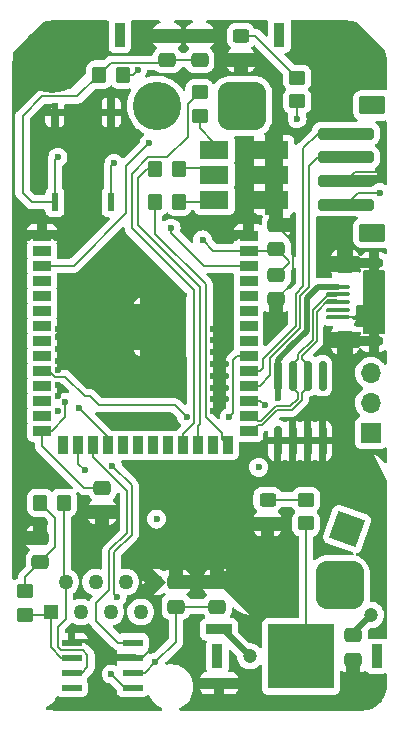
<source format=gbl>
%TF.GenerationSoftware,KiCad,Pcbnew,8.0.2*%
%TF.CreationDate,2024-10-02T19:38:12-04:00*%
%TF.ProjectId,drive_27A,64726976-655f-4323-9741-2e6b69636164,rev?*%
%TF.SameCoordinates,Original*%
%TF.FileFunction,Copper,L4,Bot*%
%TF.FilePolarity,Positive*%
%FSLAX46Y46*%
G04 Gerber Fmt 4.6, Leading zero omitted, Abs format (unit mm)*
G04 Created by KiCad (PCBNEW 8.0.2) date 2024-10-02 19:38:12*
%MOMM*%
%LPD*%
G01*
G04 APERTURE LIST*
G04 Aperture macros list*
%AMRoundRect*
0 Rectangle with rounded corners*
0 $1 Rounding radius*
0 $2 $3 $4 $5 $6 $7 $8 $9 X,Y pos of 4 corners*
0 Add a 4 corners polygon primitive as box body*
4,1,4,$2,$3,$4,$5,$6,$7,$8,$9,$2,$3,0*
0 Add four circle primitives for the rounded corners*
1,1,$1+$1,$2,$3*
1,1,$1+$1,$4,$5*
1,1,$1+$1,$6,$7*
1,1,$1+$1,$8,$9*
0 Add four rect primitives between the rounded corners*
20,1,$1+$1,$2,$3,$4,$5,0*
20,1,$1+$1,$4,$5,$6,$7,0*
20,1,$1+$1,$6,$7,$8,$9,0*
20,1,$1+$1,$8,$9,$2,$3,0*%
%AMRotRect*
0 Rectangle, with rotation*
0 The origin of the aperture is its center*
0 $1 length*
0 $2 width*
0 $3 Rotation angle, in degrees counterclockwise*
0 Add horizontal line*
21,1,$1,$2,0,0,$3*%
G04 Aperture macros list end*
%TA.AperFunction,ComponentPad*%
%ADD10R,0.900000X2.000000*%
%TD*%
%TA.AperFunction,ComponentPad*%
%ADD11RoundRect,1.025000X1.025000X1.025000X-1.025000X1.025000X-1.025000X-1.025000X1.025000X-1.025000X0*%
%TD*%
%TA.AperFunction,ComponentPad*%
%ADD12C,4.100000*%
%TD*%
%TA.AperFunction,ComponentPad*%
%ADD13RoundRect,1.025000X-1.025000X-1.025000X1.025000X-1.025000X1.025000X1.025000X-1.025000X1.025000X0*%
%TD*%
%TA.AperFunction,ComponentPad*%
%ADD14RotRect,2.400000X2.400000X70.000000*%
%TD*%
%TA.AperFunction,ComponentPad*%
%ADD15C,2.400000*%
%TD*%
%TA.AperFunction,ComponentPad*%
%ADD16R,1.268000X1.268000*%
%TD*%
%TA.AperFunction,ComponentPad*%
%ADD17C,1.268000*%
%TD*%
%TA.AperFunction,ComponentPad*%
%ADD18C,3.600000*%
%TD*%
%TA.AperFunction,ConnectorPad*%
%ADD19C,5.600000*%
%TD*%
%TA.AperFunction,SMDPad,CuDef*%
%ADD20R,2.454600X1.549400*%
%TD*%
%TA.AperFunction,SMDPad,CuDef*%
%ADD21R,2.454600X1.524700*%
%TD*%
%TA.AperFunction,SMDPad,CuDef*%
%ADD22RoundRect,0.250000X-0.450000X0.350000X-0.450000X-0.350000X0.450000X-0.350000X0.450000X0.350000X0*%
%TD*%
%TA.AperFunction,SMDPad,CuDef*%
%ADD23RoundRect,0.250000X0.475000X-0.337500X0.475000X0.337500X-0.475000X0.337500X-0.475000X-0.337500X0*%
%TD*%
%TA.AperFunction,SMDPad,CuDef*%
%ADD24RoundRect,0.250000X0.350000X0.450000X-0.350000X0.450000X-0.350000X-0.450000X0.350000X-0.450000X0*%
%TD*%
%TA.AperFunction,SMDPad,CuDef*%
%ADD25RoundRect,0.250000X-0.475000X0.337500X-0.475000X-0.337500X0.475000X-0.337500X0.475000X0.337500X0*%
%TD*%
%TA.AperFunction,SMDPad,CuDef*%
%ADD26RoundRect,0.041300X0.833700X0.253700X-0.833700X0.253700X-0.833700X-0.253700X0.833700X-0.253700X0*%
%TD*%
%TA.AperFunction,SMDPad,CuDef*%
%ADD27R,1.500000X0.900000*%
%TD*%
%TA.AperFunction,SMDPad,CuDef*%
%ADD28R,0.900000X1.500000*%
%TD*%
%TA.AperFunction,SMDPad,CuDef*%
%ADD29R,3.900000X3.900000*%
%TD*%
%TA.AperFunction,ComponentPad*%
%ADD30R,1.700000X1.700000*%
%TD*%
%TA.AperFunction,ComponentPad*%
%ADD31O,1.700000X1.700000*%
%TD*%
%TA.AperFunction,SMDPad,CuDef*%
%ADD32RoundRect,0.250000X0.450000X-0.325000X0.450000X0.325000X-0.450000X0.325000X-0.450000X-0.325000X0*%
%TD*%
%TA.AperFunction,SMDPad,CuDef*%
%ADD33R,2.184400X0.889000*%
%TD*%
%TA.AperFunction,SMDPad,CuDef*%
%ADD34R,5.613400X5.511800*%
%TD*%
%TA.AperFunction,SMDPad,CuDef*%
%ADD35RoundRect,0.250000X0.450000X-0.350000X0.450000X0.350000X-0.450000X0.350000X-0.450000X-0.350000X0*%
%TD*%
%TA.AperFunction,SMDPad,CuDef*%
%ADD36RoundRect,0.250000X0.875000X-0.550000X0.875000X0.550000X-0.875000X0.550000X-0.875000X-0.550000X0*%
%TD*%
%TA.AperFunction,SMDPad,CuDef*%
%ADD37RoundRect,0.250000X2.125000X-0.250000X2.125000X0.250000X-2.125000X0.250000X-2.125000X-0.250000X0*%
%TD*%
%TA.AperFunction,SMDPad,CuDef*%
%ADD38RoundRect,0.150000X-0.150000X1.100000X-0.150000X-1.100000X0.150000X-1.100000X0.150000X1.100000X0*%
%TD*%
%TA.AperFunction,SMDPad,CuDef*%
%ADD39R,0.609600X1.511300*%
%TD*%
%TA.AperFunction,SMDPad,CuDef*%
%ADD40RoundRect,0.100000X-0.900000X0.100000X-0.900000X-0.100000X0.900000X-0.100000X0.900000X0.100000X0*%
%TD*%
%TA.AperFunction,ComponentPad*%
%ADD41O,1.600000X0.900000*%
%TD*%
%TA.AperFunction,SMDPad,CuDef*%
%ADD42RoundRect,0.250000X-0.450000X0.550000X-0.450000X-0.550000X0.450000X-0.550000X0.450000X0.550000X0*%
%TD*%
%TA.AperFunction,SMDPad,CuDef*%
%ADD43RoundRect,0.250000X-0.700000X0.700000X-0.700000X-0.700000X0.700000X-0.700000X0.700000X0.700000X0*%
%TD*%
%TA.AperFunction,ViaPad*%
%ADD44C,0.600000*%
%TD*%
%TA.AperFunction,ViaPad*%
%ADD45C,1.200000*%
%TD*%
%TA.AperFunction,Conductor*%
%ADD46C,0.200000*%
%TD*%
%TA.AperFunction,Conductor*%
%ADD47C,0.500000*%
%TD*%
%TA.AperFunction,Conductor*%
%ADD48C,0.155814*%
%TD*%
G04 APERTURE END LIST*
D10*
%TO.P,J6,*%
%TO.N,*%
X45500000Y-68750000D03*
X32000000Y-68750000D03*
D11*
%TO.P,J6,1,-*%
%TO.N,+24V*%
X42350000Y-62750000D03*
D12*
%TO.P,J6,2,+*%
%TO.N,GND*%
X35150000Y-62750000D03*
%TD*%
D10*
%TO.P,J7,*%
%TO.N,*%
X23750000Y-16150000D03*
X37250000Y-16150000D03*
D13*
%TO.P,J7,1,-*%
%TO.N,J2-*%
X34100000Y-22150000D03*
D12*
%TO.P,J7,2,+*%
%TO.N,J2+*%
X26900000Y-22150000D03*
%TD*%
D14*
%TO.P,C6,1*%
%TO.N,+24V*%
X42994949Y-57978832D03*
D15*
%TO.P,C6,2*%
%TO.N,GND*%
X44705050Y-53280369D03*
%TD*%
D16*
%TO.P,J2,1*%
%TO.N,CANH*%
X17880000Y-65000000D03*
D17*
%TO.P,J2,2*%
%TO.N,CANL*%
X19150000Y-62460000D03*
%TO.P,J2,3*%
%TO.N,unconnected-(J2-Pad3)*%
X20420000Y-65000000D03*
%TO.P,J2,4*%
%TO.N,unconnected-(J2-Pad4)*%
X21690000Y-62460000D03*
%TO.P,J2,5*%
%TO.N,unconnected-(J2-Pad5)*%
X22960000Y-65000000D03*
%TO.P,J2,6*%
%TO.N,unconnected-(J2-Pad6)*%
X24230000Y-62460000D03*
%TO.P,J2,7*%
%TO.N,+5V*%
X25500000Y-65000000D03*
%TO.P,J2,8*%
%TO.N,GND*%
X26770000Y-62460000D03*
%TD*%
D18*
%TO.P,H2,1,1*%
%TO.N,GND*%
X43000000Y-18250000D03*
D19*
X43000000Y-18250000D03*
%TD*%
D18*
%TO.P,H1,1,1*%
%TO.N,GND*%
X18000000Y-18250000D03*
D19*
X18000000Y-18250000D03*
%TD*%
D20*
%TO.P,D3,1*%
%TO.N,Net-(D3-Pad1)*%
X31750600Y-30099998D03*
D21*
%TO.P,D3,2*%
%TO.N,Net-(D3-Pad2)*%
X31750600Y-28012350D03*
D20*
%TO.P,D3,3*%
%TO.N,Net-(D3-Pad3)*%
X31750600Y-25899999D03*
%TO.P,D3,4*%
%TO.N,GND*%
X36796000Y-25900002D03*
%TO.P,D3,5*%
X36796000Y-28000000D03*
%TO.P,D3,6*%
X36796000Y-30100001D03*
%TD*%
D22*
%TO.P,R1,1*%
%TO.N,Net-(D1-A)*%
X38750000Y-19750000D03*
%TO.P,R1,2*%
%TO.N,LED_BUILDIN*%
X38750000Y-21750000D03*
%TD*%
D23*
%TO.P,C18,1*%
%TO.N,+3.3V*%
X37000000Y-34287500D03*
%TO.P,C18,2*%
%TO.N,GND*%
X37000000Y-32212500D03*
%TD*%
D24*
%TO.P,R5,1*%
%TO.N,Net-(D3-Pad2)*%
X28750000Y-27500000D03*
%TO.P,R5,2*%
%TO.N,LED_G*%
X26750000Y-27500000D03*
%TD*%
D23*
%TO.P,C3,1*%
%TO.N,+3.3V*%
X32000000Y-64537500D03*
%TO.P,C3,2*%
%TO.N,GND*%
X32000000Y-62462500D03*
%TD*%
D25*
%TO.P,C1,1*%
%TO.N,GND*%
X30500000Y-16212500D03*
%TO.P,C1,2*%
%TO.N,EN_PB*%
X30500000Y-18287500D03*
%TD*%
D26*
%TO.P,U2,1,TXD*%
%TO.N,RXC*%
X24835000Y-67595000D03*
%TO.P,U2,2,GND*%
%TO.N,GND*%
X24835000Y-68865000D03*
%TO.P,U2,3,VCC*%
%TO.N,+3.3V*%
X24835000Y-70135000D03*
%TO.P,U2,4,RXD*%
%TO.N,TXC*%
X24835000Y-71405000D03*
%TO.P,U2,5,VREF*%
%TO.N,unconnected-(U2-VREF-Pad5)*%
X19665000Y-71405000D03*
%TO.P,U2,6,CANL*%
%TO.N,CANL*%
X19665000Y-70135000D03*
%TO.P,U2,7,CANH*%
%TO.N,CANH*%
X19665000Y-68865000D03*
%TO.P,U2,8,S*%
%TO.N,GND*%
X19665000Y-67595000D03*
%TD*%
D25*
%TO.P,C20,1*%
%TO.N,GND*%
X17000000Y-58712500D03*
%TO.P,C20,2*%
%TO.N,Net-(C20-Pad2)*%
X17000000Y-60787500D03*
%TD*%
D23*
%TO.P,C19,1*%
%TO.N,EN_PB*%
X27750000Y-18287500D03*
%TO.P,C19,2*%
%TO.N,GND*%
X27750000Y-16212500D03*
%TD*%
D27*
%TO.P,U6,1,GND*%
%TO.N,GND*%
X34650000Y-33130000D03*
%TO.P,U6,2,3V3*%
%TO.N,+3.3V*%
X34650000Y-34400000D03*
%TO.P,U6,3,EN*%
%TO.N,EN_PB*%
X34650000Y-35670000D03*
%TO.P,U6,4,IO4*%
%TO.N,unconnected-(U6-IO4-Pad4)*%
X34650000Y-36940000D03*
%TO.P,U6,5,IO5*%
%TO.N,unconnected-(U6-IO5-Pad5)*%
X34650000Y-38210000D03*
%TO.P,U6,6,IO6*%
%TO.N,unconnected-(U6-IO6-Pad6)*%
X34650000Y-39480000D03*
%TO.P,U6,7,IO7*%
%TO.N,unconnected-(U6-IO7-Pad7)*%
X34650000Y-40750000D03*
%TO.P,U6,8,IO15*%
%TO.N,unconnected-(U6-IO15-Pad8)*%
X34650000Y-42020000D03*
%TO.P,U6,9,IO16*%
%TO.N,J2_EN_2*%
X34650000Y-43290000D03*
%TO.P,U6,10,IO17*%
%TO.N,ENC_QUAD_B*%
X34650000Y-44560000D03*
%TO.P,U6,11,IO18*%
%TO.N,ENC_QUAD_A*%
X34650000Y-45830000D03*
%TO.P,U6,12,IO8*%
%TO.N,J2_EN_1*%
X34650000Y-47100000D03*
%TO.P,U6,13,IO19*%
%TO.N,USB_N*%
X34650000Y-48370000D03*
%TO.P,U6,14,IO20*%
%TO.N,USB_P*%
X34650000Y-49640000D03*
D28*
%TO.P,U6,15,IO3*%
%TO.N,LED_R*%
X32885000Y-50890000D03*
%TO.P,U6,16,IO46*%
%TO.N,unconnected-(U6-IO46-Pad16)*%
X31615000Y-50890000D03*
%TO.P,U6,17,IO9*%
%TO.N,LED_G*%
X30345000Y-50890000D03*
%TO.P,U6,18,IO10*%
%TO.N,LED_B*%
X29075000Y-50890000D03*
%TO.P,U6,19,IO11*%
%TO.N,unconnected-(U6-IO11-Pad19)*%
X27805000Y-50890000D03*
%TO.P,U6,20,IO12*%
%TO.N,unconnected-(U6-IO12-Pad20)*%
X26535000Y-50890000D03*
%TO.P,U6,21,IO13*%
%TO.N,unconnected-(U6-IO13-Pad21)*%
X25265000Y-50890000D03*
%TO.P,U6,22,IO14*%
%TO.N,unconnected-(U6-IO14-Pad22)*%
X23995000Y-50890000D03*
%TO.P,U6,23,IO21*%
%TO.N,J2_IN_1*%
X22725000Y-50890000D03*
%TO.P,U6,24,IO47*%
%TO.N,RXC*%
X21455000Y-50890000D03*
%TO.P,U6,25,IO48*%
%TO.N,TXC*%
X20185000Y-50890000D03*
%TO.P,U6,26,IO45*%
%TO.N,unconnected-(U6-IO45-Pad26)*%
X18915000Y-50890000D03*
D27*
%TO.P,U6,27,IO0*%
%TO.N,GPIO_0*%
X17150000Y-49640000D03*
%TO.P,U6,28,IO35*%
%TO.N,unconnected-(U6-IO35-Pad28)*%
X17150000Y-48370000D03*
%TO.P,U6,29,IO36*%
%TO.N,unconnected-(U6-IO36-Pad29)*%
X17150000Y-47100000D03*
%TO.P,U6,30,IO37*%
%TO.N,unconnected-(U6-IO37-Pad30)*%
X17150000Y-45830000D03*
%TO.P,U6,31,IO38*%
%TO.N,J2_IN_2*%
X17150000Y-44560000D03*
%TO.P,U6,32,IO39*%
%TO.N,unconnected-(U6-IO39-Pad32)*%
X17150000Y-43290000D03*
%TO.P,U6,33,IO40*%
%TO.N,unconnected-(U6-IO40-Pad33)*%
X17150000Y-42020000D03*
%TO.P,U6,34,IO41*%
%TO.N,unconnected-(U6-IO41-Pad34)*%
X17150000Y-40750000D03*
%TO.P,U6,35,IO42*%
%TO.N,unconnected-(U6-IO42-Pad35)*%
X17150000Y-39480000D03*
%TO.P,U6,36,RXD0*%
%TO.N,unconnected-(U6-RXD0-Pad36)*%
X17150000Y-38210000D03*
%TO.P,U6,37,TXD0*%
%TO.N,unconnected-(U6-TXD0-Pad37)*%
X17150000Y-36940000D03*
%TO.P,U6,38,IO2*%
%TO.N,LED_BUILDIN*%
X17150000Y-35670000D03*
%TO.P,U6,39,IO1*%
%TO.N,unconnected-(U6-IO1-Pad39)*%
X17150000Y-34400000D03*
%TO.P,U6,40,GND*%
%TO.N,GND*%
X17150000Y-33130000D03*
D29*
%TO.P,U6,41,GND*%
X27400000Y-40850000D03*
%TD*%
D30*
%TO.P,JP1,1,A*%
%TO.N,+24V*%
X45000000Y-49830000D03*
D31*
%TO.P,JP1,2,C*%
%TO.N,Net-(JP1-C)*%
X45000000Y-47290000D03*
%TO.P,JP1,3,B*%
%TO.N,+5V*%
X45000000Y-44750000D03*
%TD*%
D22*
%TO.P,R3,1*%
%TO.N,Net-(C20-Pad2)*%
X15750000Y-63250000D03*
%TO.P,R3,2*%
%TO.N,CANH*%
X15750000Y-65250000D03*
%TD*%
D32*
%TO.P,D1,1,K*%
%TO.N,GND*%
X34000000Y-18275000D03*
%TO.P,D1,2,A*%
%TO.N,Net-(D1-A)*%
X34000000Y-16225000D03*
%TD*%
D23*
%TO.P,C2,1*%
%TO.N,GND*%
X22250000Y-56537500D03*
%TO.P,C2,2*%
%TO.N,GPIO_0*%
X22250000Y-54462500D03*
%TD*%
D33*
%TO.P,U3,1,GND*%
%TO.N,GND*%
X32156600Y-71036000D03*
D34*
%TO.P,U3,2,OUTPUT*%
%TO.N,+3.3V*%
X39078100Y-68750000D03*
D33*
%TO.P,U3,3,INPUT*%
%TO.N,Net-(JP1-C)*%
X32156600Y-66464000D03*
%TD*%
D24*
%TO.P,R6,1*%
%TO.N,Net-(D3-Pad1)*%
X28750000Y-30250000D03*
%TO.P,R6,2*%
%TO.N,LED_R*%
X26750000Y-30250000D03*
%TD*%
D25*
%TO.P,C5,1*%
%TO.N,Net-(JP1-C)*%
X43500000Y-66962500D03*
%TO.P,C5,2*%
%TO.N,GND*%
X43500000Y-69037500D03*
%TD*%
D35*
%TO.P,R14,1*%
%TO.N,Net-(D3-Pad3)*%
X30500000Y-23000000D03*
%TO.P,R14,2*%
%TO.N,LED_B*%
X30500000Y-21000000D03*
%TD*%
D36*
%TO.P,J9,*%
%TO.N,*%
X45125000Y-32900000D03*
X45125000Y-22100000D03*
D37*
%TO.P,J9,1*%
%TO.N,+3.3V*%
X42875000Y-30500000D03*
%TO.P,J9,2*%
%TO.N,GND*%
X42875000Y-28500000D03*
%TO.P,J9,3*%
%TO.N,ENC_QUAD_A*%
X42875000Y-26500000D03*
%TO.P,J9,4*%
%TO.N,ENC_QUAD_B*%
X42875000Y-24500000D03*
%TD*%
D38*
%TO.P,U1,1*%
%TO.N,+5V*%
X37095000Y-45000000D03*
%TO.P,U1,2*%
%TO.N,USB_N*%
X38365000Y-45000000D03*
%TO.P,U1,3*%
%TO.N,USB_P*%
X39635000Y-45000000D03*
%TO.P,U1,4*%
%TO.N,unconnected-(U1-Pad4)*%
X40905000Y-45000000D03*
%TO.P,U1,5*%
%TO.N,GND*%
X40905000Y-50500000D03*
%TO.P,U1,6*%
X39635000Y-50500000D03*
%TO.P,U1,7*%
X38365000Y-50500000D03*
%TO.P,U1,8*%
X37095000Y-50500000D03*
%TD*%
D39*
%TO.P,SW2,1*%
%TO.N,GND*%
X23000000Y-22696350D03*
%TO.P,SW2,2*%
%TO.N,GPIO_0*%
X23000000Y-30303650D03*
%TD*%
D23*
%TO.P,C4,1*%
%TO.N,+3.3V*%
X28500000Y-64537500D03*
%TO.P,C4,2*%
%TO.N,GND*%
X28500000Y-62462500D03*
%TD*%
D24*
%TO.P,R4,1*%
%TO.N,CANL*%
X19000000Y-55750000D03*
%TO.P,R4,2*%
%TO.N,Net-(C20-Pad2)*%
X17000000Y-55750000D03*
%TD*%
D25*
%TO.P,C17,1*%
%TO.N,+3.3V*%
X37000000Y-36462500D03*
%TO.P,C17,2*%
%TO.N,GND*%
X37000000Y-38537500D03*
%TD*%
D22*
%TO.P,R2,1*%
%TO.N,Net-(D2-A)*%
X39500000Y-55500000D03*
%TO.P,R2,2*%
%TO.N,+3.3V*%
X39500000Y-57500000D03*
%TD*%
D39*
%TO.P,SW1,1*%
%TO.N,GND*%
X18250000Y-22696350D03*
%TO.P,SW1,2*%
%TO.N,EN_PB*%
X18250000Y-30303650D03*
%TD*%
D40*
%TO.P,J1,1,VBUS*%
%TO.N,+5V*%
X42250000Y-37450000D03*
%TO.P,J1,2,D-*%
%TO.N,USB_N*%
X42250000Y-38100000D03*
%TO.P,J1,3,D+*%
%TO.N,USB_P*%
X42250000Y-38750000D03*
%TO.P,J1,4,ID*%
%TO.N,unconnected-(J1-ID-Pad4)*%
X42250000Y-39400000D03*
%TO.P,J1,5,GND*%
%TO.N,GND*%
X42250000Y-40050000D03*
D41*
%TO.P,J1,6,Shield*%
X45250000Y-35450000D03*
D42*
X42800000Y-35550000D03*
D43*
X45250000Y-37550000D03*
X45250000Y-39950000D03*
D42*
X42800000Y-41950000D03*
D41*
X45250000Y-42050000D03*
%TD*%
D32*
%TO.P,D2,1,K*%
%TO.N,GND*%
X36250000Y-57525000D03*
%TO.P,D2,2,A*%
%TO.N,Net-(D2-A)*%
X36250000Y-55475000D03*
%TD*%
D24*
%TO.P,R13,1*%
%TO.N,+3.3V*%
X24000000Y-19500000D03*
%TO.P,R13,2*%
%TO.N,EN_PB*%
X22000000Y-19500000D03*
%TD*%
D44*
%TO.N,EN_PB*%
X28083424Y-32500000D03*
X18500000Y-26500000D03*
%TO.N,GND*%
X31600000Y-42000000D03*
X18500000Y-41000000D03*
X34750000Y-26250000D03*
X18500000Y-42750000D03*
X18500000Y-44500000D03*
X36273529Y-54173529D03*
X32750000Y-41000000D03*
X29000000Y-45250000D03*
X31600000Y-43000000D03*
X29000000Y-42250000D03*
X18500000Y-45750000D03*
X31600000Y-44000000D03*
X31600000Y-48000000D03*
X23250000Y-48750000D03*
X15250000Y-47250000D03*
X32750000Y-47000000D03*
X32750000Y-45000000D03*
X31600000Y-47000000D03*
X20676514Y-55566865D03*
X18500000Y-41750000D03*
X32750000Y-43000000D03*
X18491285Y-46742856D03*
X17000000Y-57250000D03*
X15250000Y-43500000D03*
X18500000Y-48000000D03*
X15250000Y-44750000D03*
X15250000Y-41000000D03*
X18500000Y-43750000D03*
X31600000Y-45000000D03*
X32750000Y-44000000D03*
X32750000Y-42000000D03*
X15250000Y-42250000D03*
X45750000Y-27750000D03*
X32750000Y-46000000D03*
X30250000Y-69000000D03*
X15250000Y-46000000D03*
X29000000Y-43750000D03*
X31600000Y-41000000D03*
X31600000Y-46000000D03*
%TO.N,GPIO_0*%
X19110000Y-47250000D03*
X23250000Y-26999998D03*
%TO.N,+5V*%
X37095000Y-46845000D03*
%TO.N,+3.3V*%
X40750000Y-69750000D03*
X40750000Y-68750000D03*
X40750000Y-70750000D03*
X40750000Y-66750000D03*
X37000000Y-66750000D03*
X37000000Y-68750000D03*
X39500000Y-68750000D03*
X39500000Y-66750000D03*
X40750000Y-67750000D03*
X37000000Y-67750000D03*
X39500000Y-67750000D03*
X30750000Y-33500000D03*
X38250000Y-70750000D03*
X38250000Y-69750000D03*
X26750000Y-69250000D03*
X38250000Y-66750000D03*
X25250000Y-19100000D03*
X38250000Y-68750000D03*
X37000000Y-69750000D03*
X39500000Y-69750000D03*
X38250000Y-67750000D03*
X39500000Y-70750000D03*
X45750000Y-29500000D03*
%TO.N,LED_BUILDIN*%
X38750000Y-23250000D03*
X26250000Y-25250000D03*
%TO.N,J2_IN_1*%
X20310000Y-47750000D03*
%TO.N,J2_IN_2*%
X29400000Y-48500000D03*
%TO.N,J2_EN_1*%
X26850000Y-57129600D03*
X35500000Y-52750000D03*
X36000000Y-47500000D03*
%TO.N,J2_EN_2*%
X33014065Y-48514065D03*
%TO.N,TXC*%
X23500000Y-63750000D03*
X20750000Y-53000000D03*
X23000000Y-70250000D03*
X23106765Y-52643235D03*
D45*
%TO.N,Net-(JP1-C)*%
X34750000Y-68750000D03*
X45000000Y-65250000D03*
%TD*%
D46*
%TO.N,EN_PB*%
X28083424Y-32897539D02*
X30855885Y-35670000D01*
X18250000Y-30303650D02*
X18250000Y-26750000D01*
X15500000Y-29500000D02*
X15500000Y-23000000D01*
X16303650Y-30303650D02*
X15500000Y-29500000D01*
X22000000Y-19500000D02*
X23000000Y-18500000D01*
X27750000Y-18287500D02*
X30500000Y-18287500D01*
X17150000Y-21350000D02*
X20150000Y-21350000D01*
X18250000Y-26750000D02*
X18500000Y-26500000D01*
X15500000Y-23000000D02*
X17150000Y-21350000D01*
X20150000Y-21350000D02*
X22000000Y-19500000D01*
X27537500Y-18500000D02*
X27750000Y-18287500D01*
X18250000Y-30303650D02*
X16303650Y-30303650D01*
X23000000Y-18500000D02*
X27537500Y-18500000D01*
X30855885Y-35670000D02*
X34650000Y-35670000D01*
X28083424Y-32500000D02*
X28083424Y-32897539D01*
%TO.N,GND*%
X22250000Y-56537500D02*
X21647149Y-56537500D01*
X45750000Y-27750000D02*
X43625000Y-27750000D01*
X17000000Y-58712500D02*
X17000000Y-57250000D01*
X37000000Y-29704003D02*
X36796000Y-29500003D01*
X21647149Y-56537500D02*
X20676514Y-55566865D01*
X41750000Y-28500000D02*
X42875000Y-28500000D01*
X42250000Y-40050000D02*
X45150000Y-40050000D01*
X43625000Y-27750000D02*
X42875000Y-28500000D01*
X24835000Y-68865000D02*
X25635000Y-68865000D01*
X45150000Y-40050000D02*
X45250000Y-39950000D01*
X33862500Y-61462500D02*
X35150000Y-62750000D01*
X25635000Y-68865000D02*
X26750000Y-67750000D01*
X37000000Y-32212500D02*
X37000000Y-29704003D01*
X38425000Y-33637500D02*
X38425000Y-37112500D01*
X38425000Y-37112500D02*
X37000000Y-38537500D01*
X27750000Y-16212500D02*
X30500000Y-16212500D01*
X37000000Y-32212500D02*
X38425000Y-33637500D01*
X34962500Y-63787500D02*
X36250000Y-62500000D01*
%TO.N,GPIO_0*%
X23000000Y-27249998D02*
X23250000Y-26999998D01*
X19110000Y-48488529D02*
X19110000Y-47250000D01*
X17150000Y-49640000D02*
X17150000Y-50925000D01*
X17150000Y-49640000D02*
X17958529Y-49640000D01*
X20687500Y-54462500D02*
X22250000Y-54462500D01*
X17958529Y-49640000D02*
X19110000Y-48488529D01*
X23000000Y-29553650D02*
X23000000Y-27249998D01*
X17150000Y-50925000D02*
X20687500Y-54462500D01*
D47*
%TO.N,+5V*%
X37095000Y-46845000D02*
X37095000Y-45000000D01*
X37095000Y-43655000D02*
X38250000Y-42500000D01*
X42250000Y-37450000D02*
X40550000Y-37450000D01*
X37095000Y-45000000D02*
X37095000Y-43655000D01*
X40550000Y-37450000D02*
X39567986Y-38432014D01*
X39567986Y-41182014D02*
X38250000Y-42500000D01*
X39567986Y-38432014D02*
X39567986Y-41182014D01*
D46*
%TO.N,+3.3V*%
X26750000Y-69250000D02*
X28500000Y-67500000D01*
X45750000Y-29500000D02*
X43875000Y-29500000D01*
X37000000Y-36462500D02*
X37000000Y-36557402D01*
X34650000Y-34400000D02*
X36887500Y-34400000D01*
X38750000Y-68421900D02*
X39078100Y-68750000D01*
X37000000Y-34287500D02*
X38025000Y-35312500D01*
X31650000Y-34400000D02*
X34650000Y-34400000D01*
X38025000Y-35437500D02*
X37000000Y-36462500D01*
X36887500Y-34400000D02*
X37000000Y-34287500D01*
X25250000Y-19100000D02*
X24850000Y-19500000D01*
X38025000Y-35312500D02*
X38025000Y-35437500D01*
X32000000Y-64537500D02*
X28500000Y-64537500D01*
X28500000Y-67500000D02*
X28500000Y-64537500D01*
X24850000Y-19500000D02*
X24000000Y-19500000D01*
X25865000Y-70135000D02*
X26750000Y-69250000D01*
X43875000Y-29500000D02*
X42875000Y-30500000D01*
X24835000Y-70135000D02*
X25865000Y-70135000D01*
X39500000Y-57500000D02*
X39500000Y-68421900D01*
X30750000Y-33500000D02*
X31650000Y-34400000D01*
%TO.N,Net-(D1-A)*%
X35225000Y-16225000D02*
X38750000Y-19750000D01*
X34000000Y-16225000D02*
X35225000Y-16225000D01*
%TO.N,Net-(D2-A)*%
X36250000Y-55475000D02*
X39475000Y-55475000D01*
X39475000Y-55475000D02*
X39500000Y-55500000D01*
%TO.N,Net-(D3-Pad1)*%
X28750000Y-30250000D02*
X31000600Y-30250000D01*
X31000600Y-30250000D02*
X31750600Y-29500000D01*
%TO.N,LED_B*%
X24750000Y-32500000D02*
X24750000Y-27915256D01*
X29500000Y-22000000D02*
X30500000Y-21000000D01*
X30000000Y-37750000D02*
X24750000Y-32500000D01*
X29075000Y-50890000D02*
X29075000Y-49940000D01*
X27750000Y-26500000D02*
X29500000Y-24750000D01*
X24750000Y-27915256D02*
X26165256Y-26500000D01*
X29500000Y-24750000D02*
X29500000Y-22000000D01*
X30000000Y-49015000D02*
X30000000Y-37750000D01*
X26165256Y-26500000D02*
X27750000Y-26500000D01*
X29075000Y-49940000D02*
X30000000Y-49015000D01*
%TO.N,LED_G*%
X30500000Y-37500000D02*
X25250000Y-32250000D01*
X26000000Y-27500000D02*
X26750000Y-27500000D01*
X30500000Y-49080686D02*
X30500000Y-37500000D01*
X25250000Y-28250000D02*
X26000000Y-27500000D01*
X30345000Y-49235686D02*
X30500000Y-49080686D01*
X30345000Y-50890000D02*
X30345000Y-49235686D01*
X25250000Y-32250000D02*
X25250000Y-28250000D01*
D48*
%TO.N,USB_P*%
X42250000Y-38750000D02*
X42079108Y-38579108D01*
X37063835Y-47904107D02*
X38313835Y-47904107D01*
X42079108Y-38579108D02*
X41388834Y-38579108D01*
X40404107Y-42063835D02*
X39154107Y-43313835D01*
X34650000Y-49640000D02*
X34950000Y-49640000D01*
X41388834Y-38579108D02*
X40404107Y-39563835D01*
X38313835Y-47904107D02*
X39154107Y-47063835D01*
X34950000Y-49640000D02*
X35430893Y-49159107D01*
X39635000Y-45950000D02*
X39635000Y-45000000D01*
X39154107Y-43313835D02*
X39154107Y-43569107D01*
X39154107Y-46430893D02*
X39635000Y-45950000D01*
X35430893Y-49159107D02*
X35808835Y-49159107D01*
X39635000Y-44050000D02*
X39635000Y-45000000D01*
X39154107Y-47063835D02*
X39154107Y-46430893D01*
X39154107Y-43569107D02*
X39635000Y-44050000D01*
X35808835Y-49159107D02*
X37063835Y-47904107D01*
X40404107Y-39563835D02*
X40404107Y-42063835D01*
%TO.N,USB_N*%
X41019693Y-38510411D02*
X41019693Y-38512365D01*
X42079108Y-38270892D02*
X41259212Y-38270892D01*
X42250000Y-38100000D02*
X42079108Y-38270892D01*
X34650000Y-48370000D02*
X34950000Y-48370000D01*
X34950000Y-48370000D02*
X35430893Y-48850893D01*
X35681165Y-48850893D02*
X36936165Y-47595893D01*
X36936165Y-47595893D02*
X38186165Y-47595893D01*
X38845893Y-43569107D02*
X38365000Y-44050000D01*
X35430893Y-48850893D02*
X35681165Y-48850893D01*
X40095893Y-39436165D02*
X40095893Y-41936165D01*
X41019693Y-38512365D02*
X40095893Y-39436165D01*
X38845893Y-46430893D02*
X38365000Y-45950000D01*
X41259212Y-38270892D02*
X41019693Y-38510411D01*
X38845893Y-46936165D02*
X38845893Y-46430893D01*
X38186165Y-47595893D02*
X38845893Y-46936165D01*
X38845893Y-43186165D02*
X38845893Y-43569107D01*
X38365000Y-45950000D02*
X38365000Y-45000000D01*
X40095893Y-41936165D02*
X38845893Y-43186165D01*
X38365000Y-44050000D02*
X38365000Y-45000000D01*
D46*
%TO.N,CANH*%
X15750000Y-65250000D02*
X17630000Y-65250000D01*
X17880000Y-67954999D02*
X17880000Y-65000000D01*
X18790001Y-68865000D02*
X17880000Y-67954999D01*
X19665000Y-68865000D02*
X18790001Y-68865000D01*
X17630000Y-65250000D02*
X17880000Y-65000000D01*
%TO.N,CANL*%
X19000000Y-55750000D02*
X19000000Y-62310000D01*
X18490000Y-66258000D02*
X18490000Y-67991216D01*
X20539999Y-70135000D02*
X19665000Y-70135000D01*
X20621216Y-68250000D02*
X21000000Y-68628784D01*
X19000000Y-62310000D02*
X19150000Y-62460000D01*
X21000000Y-68628784D02*
X21000000Y-69674999D01*
X18490000Y-67991216D02*
X18748784Y-68250000D01*
X18748784Y-68250000D02*
X20621216Y-68250000D01*
X21000000Y-69674999D02*
X20539999Y-70135000D01*
X19150000Y-62460000D02*
X19150000Y-65598000D01*
X19150000Y-65598000D02*
X18490000Y-66258000D01*
%TO.N,ENC_QUAD_A*%
X39750000Y-37472182D02*
X39017986Y-38204196D01*
X42875000Y-26500000D02*
X40500000Y-26500000D01*
X35600000Y-45830000D02*
X34650000Y-45830000D01*
X39017986Y-40954196D02*
X36495000Y-43477182D01*
X39750000Y-27250000D02*
X39750000Y-37472182D01*
X39017986Y-38204196D02*
X39017986Y-40954196D01*
X36495000Y-43477182D02*
X36495000Y-44935000D01*
X40500000Y-26500000D02*
X39750000Y-27250000D01*
X36495000Y-44935000D02*
X35600000Y-45830000D01*
%TO.N,ENC_QUAD_B*%
X35850000Y-44310000D02*
X35850000Y-43556497D01*
X39250000Y-25750000D02*
X40500000Y-24500000D01*
X38617986Y-40788511D02*
X38617986Y-38038510D01*
X35850000Y-43556497D02*
X38617986Y-40788511D01*
X34650000Y-44560000D02*
X35600000Y-44560000D01*
X40500000Y-24500000D02*
X42875000Y-24500000D01*
X35600000Y-44560000D02*
X35850000Y-44310000D01*
X39250000Y-37406496D02*
X39250000Y-25750000D01*
X38617986Y-38038510D02*
X39250000Y-37406496D01*
%TO.N,LED_BUILDIN*%
X24250000Y-31250000D02*
X24250000Y-27250000D01*
X19830000Y-35670000D02*
X17150000Y-35670000D01*
X38750000Y-21750000D02*
X38750000Y-23250000D01*
X24250000Y-27250000D02*
X26250000Y-25250000D01*
X24250000Y-31250000D02*
X19830000Y-35670000D01*
%TO.N,LED_R*%
X32885000Y-50890000D02*
X32365000Y-50370000D01*
X31000000Y-37250000D02*
X26750000Y-33000000D01*
X32365000Y-50370000D02*
X32365000Y-49840000D01*
X31000000Y-48475000D02*
X31000000Y-37250000D01*
X32365000Y-49840000D02*
X31000000Y-48475000D01*
X26750000Y-33000000D02*
X26750000Y-30250000D01*
%TO.N,J2_IN_1*%
X22725000Y-50165000D02*
X22725000Y-50890000D01*
X20310000Y-47750000D02*
X22725000Y-50165000D01*
%TO.N,J2_IN_2*%
X28400000Y-47500000D02*
X22000000Y-47500000D01*
X21250000Y-46750000D02*
X20750000Y-46750000D01*
X17711471Y-44560000D02*
X17150000Y-44560000D01*
X19100000Y-45100000D02*
X18251471Y-45100000D01*
X22000000Y-47500000D02*
X21250000Y-46750000D01*
X29400000Y-48500000D02*
X28400000Y-47500000D01*
X18251471Y-45100000D02*
X17711471Y-44560000D01*
X20750000Y-46750000D02*
X19100000Y-45100000D01*
%TO.N,J2_EN_1*%
X36000000Y-47500000D02*
X35600000Y-47100000D01*
X35600000Y-47100000D02*
X34650000Y-47100000D01*
%TO.N,J2_EN_2*%
X33350000Y-48178130D02*
X33350000Y-43640000D01*
X33700000Y-43290000D02*
X34650000Y-43290000D01*
X33350000Y-43640000D02*
X33700000Y-43290000D01*
X33014065Y-48514065D02*
X33350000Y-48178130D01*
%TO.N,RXC*%
X21455000Y-50890000D02*
X21455000Y-51840000D01*
X23595000Y-67595000D02*
X24835000Y-67595000D01*
X24350000Y-54735000D02*
X24350000Y-58278438D01*
X21750000Y-65750000D02*
X23595000Y-67595000D01*
X22850000Y-63150000D02*
X21750000Y-64250000D01*
X21750000Y-64250000D02*
X21750000Y-65750000D01*
X22850000Y-59778438D02*
X22850000Y-63150000D01*
X21455000Y-51840000D02*
X24350000Y-54735000D01*
X24350000Y-58278438D02*
X22850000Y-59778438D01*
%TO.N,TXC*%
X24750000Y-58444124D02*
X24750000Y-54286470D01*
X23250000Y-59944124D02*
X24750000Y-58444124D01*
X25361000Y-71405000D02*
X24155000Y-71405000D01*
X24835000Y-71405000D02*
X25361000Y-71405000D01*
X20185000Y-52435000D02*
X20185000Y-50890000D01*
X23500000Y-63750000D02*
X23250000Y-63500000D01*
X20750000Y-53000000D02*
X20185000Y-52435000D01*
X24750000Y-54286470D02*
X23106765Y-52643235D01*
X24155000Y-71405000D02*
X23000000Y-70250000D01*
X23250000Y-63500000D02*
X23250000Y-59944124D01*
%TO.N,Net-(C20-Pad2)*%
X15750000Y-63250000D02*
X15750000Y-62037500D01*
X17000000Y-55750000D02*
X18250000Y-57000000D01*
X18250000Y-59537500D02*
X17000000Y-60787500D01*
X18250000Y-57000000D02*
X18250000Y-59537500D01*
X15750000Y-62037500D02*
X17000000Y-60787500D01*
%TO.N,Net-(D3-Pad3)*%
X30500000Y-24049401D02*
X31750600Y-25300001D01*
X30500000Y-23000000D02*
X30500000Y-24049401D01*
%TO.N,Net-(D3-Pad2)*%
X31750600Y-27412352D02*
X28837648Y-27412352D01*
X28837648Y-27412352D02*
X28750000Y-27500000D01*
D47*
%TO.N,Net-(JP1-C)*%
X43500000Y-66750000D02*
X43500000Y-66962500D01*
X34750000Y-68750000D02*
X32464000Y-66464000D01*
X45000000Y-46750000D02*
X45000000Y-47290000D01*
X32464000Y-66464000D02*
X32156600Y-66464000D01*
X45000000Y-65250000D02*
X43500000Y-66750000D01*
%TD*%
%TA.AperFunction,Conductor*%
%TO.N,GND*%
G36*
X19766921Y-65932827D02*
G01*
X19788858Y-65943578D01*
X19912144Y-66019913D01*
X20108199Y-66095866D01*
X20314873Y-66134500D01*
X20314875Y-66134500D01*
X20525125Y-66134500D01*
X20525127Y-66134500D01*
X20731801Y-66095866D01*
X20927856Y-66019913D01*
X21028770Y-65957429D01*
X21096130Y-65938875D01*
X21162830Y-65959683D01*
X21201434Y-66000857D01*
X21214915Y-66024207D01*
X21214917Y-66024210D01*
X21214918Y-66024211D01*
X21269479Y-66118714D01*
X21269481Y-66118717D01*
X21388349Y-66237585D01*
X21388355Y-66237590D01*
X23110139Y-67959374D01*
X23110149Y-67959385D01*
X23114479Y-67963715D01*
X23114480Y-67963716D01*
X23226284Y-68075520D01*
X23303645Y-68120184D01*
X23363215Y-68154577D01*
X23442708Y-68175877D01*
X23502367Y-68212241D01*
X23532896Y-68275088D01*
X23525968Y-68341141D01*
X23470445Y-68481936D01*
X23460000Y-68568928D01*
X23460000Y-68570000D01*
X25006000Y-68570000D01*
X25073039Y-68589685D01*
X25118794Y-68642489D01*
X25130000Y-68694000D01*
X25130000Y-69036000D01*
X25110315Y-69103039D01*
X25057511Y-69148794D01*
X25006000Y-69160000D01*
X23460000Y-69160000D01*
X23460000Y-69161071D01*
X23470446Y-69248064D01*
X23517036Y-69366210D01*
X23523317Y-69435796D01*
X23490980Y-69497732D01*
X23430291Y-69532353D01*
X23360518Y-69528668D01*
X23351195Y-69524796D01*
X23179254Y-69464631D01*
X23179249Y-69464630D01*
X23000004Y-69444435D01*
X22999996Y-69444435D01*
X22820750Y-69464630D01*
X22820745Y-69464631D01*
X22650476Y-69524211D01*
X22497737Y-69620184D01*
X22370184Y-69747737D01*
X22274211Y-69900476D01*
X22214631Y-70070745D01*
X22214630Y-70070750D01*
X22194435Y-70249996D01*
X22194435Y-70250003D01*
X22214630Y-70429249D01*
X22214631Y-70429254D01*
X22274211Y-70599523D01*
X22356032Y-70729740D01*
X22370184Y-70752262D01*
X22497738Y-70879816D01*
X22650478Y-70975789D01*
X22820745Y-71035368D01*
X22907669Y-71045161D01*
X22972080Y-71072226D01*
X22981465Y-71080700D01*
X23423181Y-71522416D01*
X23456666Y-71583739D01*
X23459500Y-71610097D01*
X23459500Y-71701118D01*
X23469955Y-71788182D01*
X23469955Y-71788183D01*
X23499634Y-71863444D01*
X23524594Y-71926738D01*
X23614588Y-72045412D01*
X23733262Y-72135406D01*
X23871815Y-72190044D01*
X23929859Y-72197014D01*
X23958881Y-72200500D01*
X23958882Y-72200500D01*
X25711119Y-72200500D01*
X25732884Y-72197886D01*
X25798185Y-72190044D01*
X25936738Y-72135406D01*
X26055412Y-72045412D01*
X26055414Y-72045410D01*
X26058173Y-72042651D01*
X26061316Y-72040934D01*
X26062170Y-72040287D01*
X26062267Y-72040415D01*
X26119494Y-72009162D01*
X26189186Y-72014143D01*
X26245122Y-72056011D01*
X26260420Y-72082874D01*
X26310363Y-72203447D01*
X26310372Y-72203464D01*
X26436566Y-72422041D01*
X26436568Y-72422045D01*
X26590227Y-72622294D01*
X26590235Y-72622303D01*
X26768697Y-72800765D01*
X26768705Y-72800772D01*
X26968954Y-72954431D01*
X26968958Y-72954433D01*
X27187535Y-73080627D01*
X27187552Y-73080636D01*
X27260710Y-73110939D01*
X27315113Y-73154780D01*
X27337178Y-73221074D01*
X27319899Y-73288774D01*
X27268761Y-73336384D01*
X27213257Y-73349500D01*
X18253052Y-73349500D01*
X18246967Y-73349351D01*
X17903267Y-73332465D01*
X17891158Y-73331272D01*
X17556556Y-73281639D01*
X17493130Y-73252331D01*
X17455618Y-73193385D01*
X17455930Y-73123516D01*
X17493966Y-73064907D01*
X17512741Y-73051599D01*
X17681046Y-72954430D01*
X17881294Y-72800773D01*
X17881298Y-72800768D01*
X17881303Y-72800765D01*
X18059765Y-72622303D01*
X18059768Y-72622298D01*
X18059773Y-72622294D01*
X18213430Y-72422046D01*
X18339633Y-72203454D01*
X18353056Y-72171045D01*
X18396897Y-72116643D01*
X18463191Y-72094577D01*
X18530890Y-72111855D01*
X18542536Y-72119689D01*
X18563262Y-72135406D01*
X18701815Y-72190044D01*
X18759859Y-72197014D01*
X18788881Y-72200500D01*
X18788882Y-72200500D01*
X20541119Y-72200500D01*
X20562884Y-72197886D01*
X20628185Y-72190044D01*
X20766738Y-72135406D01*
X20885412Y-72045412D01*
X20975406Y-71926738D01*
X21030044Y-71788185D01*
X21040500Y-71701118D01*
X21040500Y-71108882D01*
X21030044Y-71021815D01*
X20975406Y-70883262D01*
X20946335Y-70844926D01*
X20921511Y-70779614D01*
X20935939Y-70711251D01*
X20946335Y-70695074D01*
X20975404Y-70656740D01*
X20975406Y-70656738D01*
X21030044Y-70518185D01*
X21030044Y-70518181D01*
X21032960Y-70510788D01*
X21034273Y-70511305D01*
X21062321Y-70461911D01*
X21480520Y-70043715D01*
X21559577Y-69906783D01*
X21600501Y-69754056D01*
X21600501Y-69595941D01*
X21600501Y-69588346D01*
X21600500Y-69588328D01*
X21600500Y-68549727D01*
X21597224Y-68537501D01*
X21595505Y-68531087D01*
X21569898Y-68435519D01*
X21559577Y-68397000D01*
X21517267Y-68323716D01*
X21480524Y-68260074D01*
X21480521Y-68260070D01*
X21480520Y-68260068D01*
X21368716Y-68148264D01*
X21368715Y-68148263D01*
X21364385Y-68143933D01*
X21364374Y-68143923D01*
X21108806Y-67888355D01*
X21108804Y-67888352D01*
X20989933Y-67769481D01*
X20989925Y-67769475D01*
X20873275Y-67702128D01*
X20873272Y-67702127D01*
X20853001Y-67690423D01*
X20700273Y-67649499D01*
X20542159Y-67649499D01*
X20534563Y-67649499D01*
X20534547Y-67649500D01*
X19494000Y-67649500D01*
X19426961Y-67629815D01*
X19381206Y-67577011D01*
X19370000Y-67525500D01*
X19370000Y-67300000D01*
X19960000Y-67300000D01*
X21040000Y-67300000D01*
X21040000Y-67298928D01*
X21029554Y-67211936D01*
X20974965Y-67073508D01*
X20885054Y-66954945D01*
X20766491Y-66865034D01*
X20628063Y-66810445D01*
X20541072Y-66800000D01*
X19960000Y-66800000D01*
X19960000Y-67300000D01*
X19370000Y-67300000D01*
X19370000Y-66800000D01*
X19214500Y-66800000D01*
X19147461Y-66780315D01*
X19101706Y-66727511D01*
X19090500Y-66676000D01*
X19090500Y-66558096D01*
X19110185Y-66491057D01*
X19126815Y-66470419D01*
X19518713Y-66078521D01*
X19518716Y-66078520D01*
X19630520Y-65966716D01*
X19630522Y-65966711D01*
X19635906Y-65961328D01*
X19697229Y-65927843D01*
X19766921Y-65932827D01*
G37*
%TD.AperFunction*%
%TA.AperFunction,Conductor*%
G36*
X30803271Y-65157685D02*
G01*
X30841769Y-65196901D01*
X30932288Y-65343656D01*
X30932289Y-65343657D01*
X30934921Y-65346289D01*
X30936150Y-65348540D01*
X30936766Y-65349319D01*
X30936632Y-65349424D01*
X30968406Y-65407612D01*
X30963422Y-65477304D01*
X30921550Y-65533237D01*
X30890575Y-65550151D01*
X30822073Y-65575701D01*
X30822064Y-65575706D01*
X30706855Y-65661952D01*
X30706852Y-65661955D01*
X30620606Y-65777164D01*
X30620602Y-65777171D01*
X30570308Y-65912017D01*
X30566630Y-65946235D01*
X30563901Y-65971623D01*
X30563900Y-65971635D01*
X30563900Y-66956370D01*
X30563901Y-66956376D01*
X30570308Y-67015983D01*
X30620602Y-67150828D01*
X30620606Y-67150835D01*
X30706852Y-67266044D01*
X30706855Y-67266047D01*
X30822064Y-67352293D01*
X30822071Y-67352297D01*
X30867018Y-67369061D01*
X30956917Y-67402591D01*
X30979420Y-67405010D01*
X31043969Y-67431746D01*
X31083818Y-67489138D01*
X31086313Y-67558963D01*
X31082347Y-67571631D01*
X31055908Y-67642519D01*
X31049501Y-67702116D01*
X31049500Y-67702127D01*
X31049500Y-69797870D01*
X31049501Y-69797876D01*
X31055909Y-69857484D01*
X31082527Y-69928853D01*
X31087511Y-69998545D01*
X31054025Y-70059867D01*
X30992702Y-70093352D01*
X30979603Y-70095474D01*
X30957026Y-70097901D01*
X30957020Y-70097903D01*
X30822313Y-70148145D01*
X30822306Y-70148149D01*
X30707212Y-70234309D01*
X30707209Y-70234312D01*
X30621049Y-70349406D01*
X30621045Y-70349413D01*
X30570803Y-70484120D01*
X30570801Y-70484127D01*
X30564400Y-70543655D01*
X30564400Y-70591500D01*
X33748800Y-70591500D01*
X33748800Y-70543672D01*
X33748799Y-70543655D01*
X33742398Y-70484127D01*
X33742396Y-70484120D01*
X33692154Y-70349413D01*
X33692150Y-70349406D01*
X33605990Y-70234312D01*
X33605987Y-70234309D01*
X33490893Y-70148149D01*
X33490886Y-70148145D01*
X33356179Y-70097903D01*
X33356172Y-70097901D01*
X33296644Y-70091500D01*
X33035402Y-70091500D01*
X32968363Y-70071815D01*
X32922608Y-70019011D01*
X32912664Y-69949853D01*
X32919220Y-69924167D01*
X32933442Y-69886034D01*
X32944091Y-69857483D01*
X32950500Y-69797873D01*
X32950499Y-68311227D01*
X32970184Y-68244189D01*
X33022987Y-68198434D01*
X33092146Y-68188490D01*
X33155702Y-68217515D01*
X33162180Y-68223547D01*
X33608647Y-68670014D01*
X33642132Y-68731337D01*
X33644437Y-68746253D01*
X33663603Y-68953082D01*
X33719417Y-69149247D01*
X33719422Y-69149260D01*
X33810327Y-69331821D01*
X33933237Y-69494581D01*
X34083958Y-69631980D01*
X34083960Y-69631982D01*
X34181567Y-69692417D01*
X34257363Y-69739348D01*
X34447544Y-69813024D01*
X34648024Y-69850500D01*
X34648026Y-69850500D01*
X34851974Y-69850500D01*
X34851976Y-69850500D01*
X35052456Y-69813024D01*
X35242637Y-69739348D01*
X35416041Y-69631981D01*
X35563362Y-69497679D01*
X35626166Y-69467063D01*
X35695553Y-69475260D01*
X35749493Y-69519670D01*
X35770861Y-69586192D01*
X35770900Y-69589317D01*
X35770900Y-71553770D01*
X35770901Y-71553776D01*
X35777308Y-71613383D01*
X35827602Y-71748228D01*
X35827606Y-71748235D01*
X35913852Y-71863444D01*
X35913855Y-71863447D01*
X36029064Y-71949693D01*
X36029071Y-71949697D01*
X36163917Y-71999991D01*
X36163916Y-71999991D01*
X36170844Y-72000735D01*
X36223527Y-72006400D01*
X41932672Y-72006399D01*
X41992283Y-71999991D01*
X42127131Y-71949696D01*
X42242346Y-71863446D01*
X42328596Y-71748231D01*
X42378891Y-71613383D01*
X42385300Y-71553773D01*
X42385299Y-70083794D01*
X42404984Y-70016758D01*
X42457787Y-69971003D01*
X42526946Y-69961059D01*
X42574396Y-69978259D01*
X42705869Y-70059353D01*
X42705880Y-70059358D01*
X42872302Y-70114505D01*
X42912499Y-70118611D01*
X42912500Y-70118611D01*
X42912500Y-68574000D01*
X42932185Y-68506961D01*
X42984989Y-68461206D01*
X43036500Y-68450000D01*
X43963500Y-68450000D01*
X44030539Y-68469685D01*
X44076294Y-68522489D01*
X44087500Y-68574000D01*
X44087500Y-70118611D01*
X44127696Y-70114505D01*
X44127698Y-70114505D01*
X44294119Y-70059358D01*
X44294130Y-70059353D01*
X44445497Y-69965989D01*
X44512889Y-69947548D01*
X44579553Y-69968470D01*
X44609860Y-69997216D01*
X44692452Y-70107544D01*
X44692455Y-70107547D01*
X44807664Y-70193793D01*
X44807671Y-70193797D01*
X44942517Y-70244091D01*
X44942516Y-70244091D01*
X44949444Y-70244835D01*
X45002127Y-70250500D01*
X45997872Y-70250499D01*
X46057483Y-70244091D01*
X46182167Y-70197587D01*
X46251859Y-70192603D01*
X46313182Y-70226088D01*
X46346666Y-70287411D01*
X46349500Y-70313769D01*
X46349500Y-71245948D01*
X46349234Y-71254058D01*
X46332069Y-71515929D01*
X46329952Y-71532010D01*
X46279546Y-71785420D01*
X46275348Y-71801088D01*
X46192298Y-72045745D01*
X46186091Y-72060730D01*
X46071814Y-72292460D01*
X46063704Y-72306506D01*
X45920160Y-72521336D01*
X45910286Y-72534205D01*
X45739929Y-72728460D01*
X45728460Y-72739929D01*
X45534205Y-72910286D01*
X45521336Y-72920160D01*
X45306506Y-73063704D01*
X45292460Y-73071814D01*
X45060730Y-73186091D01*
X45045745Y-73192298D01*
X44801088Y-73275348D01*
X44785420Y-73279546D01*
X44532010Y-73329952D01*
X44515929Y-73332069D01*
X44254058Y-73349234D01*
X44245948Y-73349500D01*
X28868743Y-73349500D01*
X28801704Y-73329815D01*
X28755949Y-73277011D01*
X28746005Y-73207853D01*
X28775030Y-73144297D01*
X28821290Y-73110939D01*
X28894447Y-73080636D01*
X28894447Y-73080635D01*
X28894454Y-73080633D01*
X29113041Y-72954433D01*
X29113045Y-72954431D01*
X29170575Y-72910286D01*
X29313294Y-72800773D01*
X29313298Y-72800768D01*
X29313303Y-72800765D01*
X29491765Y-72622303D01*
X29491768Y-72622298D01*
X29491773Y-72622294D01*
X29645430Y-72422046D01*
X29771633Y-72203454D01*
X29868226Y-71970260D01*
X29933554Y-71726452D01*
X29959636Y-71528344D01*
X30564400Y-71528344D01*
X30570801Y-71587872D01*
X30570803Y-71587879D01*
X30621045Y-71722586D01*
X30621049Y-71722593D01*
X30707209Y-71837687D01*
X30707212Y-71837690D01*
X30822306Y-71923850D01*
X30822313Y-71923854D01*
X30957020Y-71974096D01*
X30957027Y-71974098D01*
X31016555Y-71980499D01*
X31016572Y-71980500D01*
X31712100Y-71980500D01*
X32601100Y-71980500D01*
X33296628Y-71980500D01*
X33296644Y-71980499D01*
X33356172Y-71974098D01*
X33356179Y-71974096D01*
X33490886Y-71923854D01*
X33490893Y-71923850D01*
X33605987Y-71837690D01*
X33605990Y-71837687D01*
X33692150Y-71722593D01*
X33692154Y-71722586D01*
X33742396Y-71587879D01*
X33742398Y-71587872D01*
X33748799Y-71528344D01*
X33748800Y-71528327D01*
X33748800Y-71480500D01*
X32601100Y-71480500D01*
X32601100Y-71980500D01*
X31712100Y-71980500D01*
X31712100Y-71480500D01*
X30564400Y-71480500D01*
X30564400Y-71528344D01*
X29959636Y-71528344D01*
X29966500Y-71476204D01*
X29966500Y-71223796D01*
X29933554Y-70973548D01*
X29868226Y-70729740D01*
X29814288Y-70599523D01*
X29771636Y-70496552D01*
X29771627Y-70496535D01*
X29645433Y-70277958D01*
X29645431Y-70277954D01*
X29507269Y-70097901D01*
X29491773Y-70077706D01*
X29491768Y-70077701D01*
X29491765Y-70077697D01*
X29313303Y-69899235D01*
X29313294Y-69899227D01*
X29113045Y-69745568D01*
X29113041Y-69745566D01*
X28894464Y-69619372D01*
X28894447Y-69619363D01*
X28661258Y-69522773D01*
X28453343Y-69467063D01*
X28417452Y-69457446D01*
X28386171Y-69453327D01*
X28167211Y-69424500D01*
X28167204Y-69424500D01*
X27914796Y-69424500D01*
X27914790Y-69424500D01*
X27914785Y-69424501D01*
X27712600Y-69451119D01*
X27643565Y-69440353D01*
X27591309Y-69393973D01*
X27572424Y-69326704D01*
X27592905Y-69259904D01*
X27608729Y-69240504D01*
X28980520Y-67868716D01*
X29059577Y-67731784D01*
X29100501Y-67579057D01*
X29100501Y-67420942D01*
X29100501Y-67413347D01*
X29100500Y-67413329D01*
X29100500Y-65713585D01*
X29120185Y-65646546D01*
X29172989Y-65600791D01*
X29185489Y-65595881D01*
X29294334Y-65559814D01*
X29443656Y-65467712D01*
X29567712Y-65343656D01*
X29658229Y-65196902D01*
X29710177Y-65150179D01*
X29763768Y-65138000D01*
X30736232Y-65138000D01*
X30803271Y-65157685D01*
G37*
%TD.AperFunction*%
%TA.AperFunction,Conductor*%
G36*
X40513492Y-31462260D02*
G01*
X40597203Y-31489999D01*
X40699991Y-31500500D01*
X43760427Y-31500499D01*
X43827465Y-31520184D01*
X43873220Y-31572988D01*
X43883164Y-31642146D01*
X43854139Y-31705702D01*
X43825524Y-31730037D01*
X43781344Y-31757287D01*
X43657289Y-31881342D01*
X43565187Y-32030663D01*
X43565185Y-32030668D01*
X43552834Y-32067942D01*
X43510001Y-32197203D01*
X43510001Y-32197204D01*
X43510000Y-32197204D01*
X43499500Y-32299983D01*
X43499500Y-33500001D01*
X43499501Y-33500018D01*
X43510000Y-33602796D01*
X43510001Y-33602799D01*
X43544752Y-33707669D01*
X43565186Y-33769334D01*
X43657288Y-33918656D01*
X43781344Y-34042712D01*
X43930666Y-34134814D01*
X44097203Y-34189999D01*
X44199991Y-34200500D01*
X46050008Y-34200499D01*
X46152797Y-34189999D01*
X46152800Y-34189997D01*
X46152804Y-34189997D01*
X46186495Y-34178833D01*
X46256323Y-34176430D01*
X46316365Y-34212161D01*
X46347558Y-34274681D01*
X46349500Y-34296538D01*
X46349500Y-34576256D01*
X46329815Y-34643295D01*
X46277011Y-34689050D01*
X46207853Y-34698994D01*
X46156609Y-34679358D01*
X46050000Y-34608124D01*
X46049991Y-34608119D01*
X45877105Y-34536508D01*
X45877099Y-34536506D01*
X45700000Y-34501278D01*
X45700000Y-35220823D01*
X45649728Y-35200000D01*
X44850272Y-35200000D01*
X44758386Y-35238060D01*
X44688060Y-35308386D01*
X44650000Y-35400272D01*
X44650000Y-35499728D01*
X44688060Y-35591614D01*
X44758386Y-35661940D01*
X44850272Y-35700000D01*
X45649728Y-35700000D01*
X45700000Y-35679176D01*
X45700000Y-36057000D01*
X46076000Y-36057000D01*
X46143039Y-36076685D01*
X46188794Y-36129489D01*
X46200000Y-36181000D01*
X46200000Y-41319000D01*
X46180315Y-41386039D01*
X46127511Y-41431794D01*
X46076000Y-41443000D01*
X45700000Y-41443000D01*
X45700000Y-41820823D01*
X45649728Y-41800000D01*
X44850272Y-41800000D01*
X44758386Y-41838060D01*
X44688060Y-41908386D01*
X44650000Y-42000272D01*
X44650000Y-42099728D01*
X44688060Y-42191614D01*
X44758386Y-42261940D01*
X44850272Y-42300000D01*
X45649728Y-42300000D01*
X45700000Y-42279176D01*
X45700000Y-42998719D01*
X45877097Y-42963493D01*
X45877105Y-42963491D01*
X46049991Y-42891880D01*
X46050000Y-42891875D01*
X46156609Y-42820641D01*
X46223286Y-42799763D01*
X46290666Y-42818247D01*
X46337357Y-42870226D01*
X46349500Y-42923743D01*
X46349500Y-43929482D01*
X46329815Y-43996521D01*
X46277011Y-44042276D01*
X46207853Y-44052220D01*
X46144297Y-44023195D01*
X46123925Y-44000606D01*
X46089443Y-43951361D01*
X46038495Y-43878599D01*
X46038493Y-43878597D01*
X46038491Y-43878594D01*
X45871402Y-43711506D01*
X45871395Y-43711501D01*
X45677834Y-43575967D01*
X45677830Y-43575965D01*
X45677828Y-43575964D01*
X45463663Y-43476097D01*
X45463659Y-43476096D01*
X45463655Y-43476094D01*
X45235413Y-43414938D01*
X45235403Y-43414936D01*
X45000001Y-43394341D01*
X44999999Y-43394341D01*
X44764596Y-43414936D01*
X44764586Y-43414938D01*
X44536344Y-43476094D01*
X44536335Y-43476098D01*
X44322171Y-43575964D01*
X44322169Y-43575965D01*
X44128597Y-43711505D01*
X43961505Y-43878597D01*
X43825965Y-44072169D01*
X43825964Y-44072171D01*
X43726098Y-44286335D01*
X43726094Y-44286344D01*
X43664938Y-44514586D01*
X43664936Y-44514596D01*
X43644341Y-44749999D01*
X43644341Y-44750000D01*
X43664936Y-44985403D01*
X43664938Y-44985413D01*
X43726094Y-45213655D01*
X43726096Y-45213659D01*
X43726097Y-45213663D01*
X43753542Y-45272518D01*
X43825965Y-45427830D01*
X43825967Y-45427834D01*
X43904736Y-45540327D01*
X43961501Y-45621396D01*
X43961506Y-45621402D01*
X44128597Y-45788493D01*
X44128603Y-45788498D01*
X44314158Y-45918425D01*
X44357783Y-45973002D01*
X44364977Y-46042500D01*
X44333454Y-46104855D01*
X44314158Y-46121575D01*
X44128597Y-46251505D01*
X43961505Y-46418597D01*
X43825965Y-46612169D01*
X43825964Y-46612171D01*
X43726098Y-46826335D01*
X43726094Y-46826344D01*
X43664938Y-47054586D01*
X43664936Y-47054596D01*
X43644341Y-47289999D01*
X43644341Y-47290000D01*
X43664936Y-47525403D01*
X43664938Y-47525413D01*
X43726094Y-47753655D01*
X43726096Y-47753659D01*
X43726097Y-47753663D01*
X43825965Y-47967830D01*
X43825967Y-47967834D01*
X43890207Y-48059577D01*
X43961501Y-48161396D01*
X43961506Y-48161402D01*
X44083430Y-48283326D01*
X44116915Y-48344649D01*
X44111931Y-48414341D01*
X44070059Y-48470274D01*
X44039083Y-48487189D01*
X43907669Y-48536203D01*
X43907664Y-48536206D01*
X43792455Y-48622452D01*
X43792452Y-48622455D01*
X43706206Y-48737664D01*
X43706202Y-48737671D01*
X43655908Y-48872517D01*
X43649501Y-48932116D01*
X43649500Y-48932135D01*
X43649500Y-50727870D01*
X43649501Y-50727876D01*
X43655908Y-50787483D01*
X43706202Y-50922328D01*
X43706206Y-50922335D01*
X43792452Y-51037544D01*
X43792455Y-51037547D01*
X43907664Y-51123793D01*
X43907671Y-51123797D01*
X44042517Y-51174091D01*
X44042516Y-51174091D01*
X44049444Y-51174835D01*
X44102127Y-51180500D01*
X45897872Y-51180499D01*
X45957483Y-51174091D01*
X46092331Y-51123796D01*
X46151189Y-51079734D01*
X46216652Y-51055317D01*
X46284925Y-51070168D01*
X46334331Y-51119573D01*
X46349500Y-51179001D01*
X46349500Y-52265865D01*
X46329815Y-52332904D01*
X46277011Y-52378659D01*
X46207853Y-52388603D01*
X46144297Y-52359578D01*
X46118115Y-52327868D01*
X46113596Y-52320042D01*
X45954729Y-52120828D01*
X45767955Y-51947528D01*
X45557427Y-51803993D01*
X45557426Y-51803992D01*
X45327872Y-51693446D01*
X45327866Y-51693443D01*
X45282597Y-51679479D01*
X45282596Y-51679479D01*
X46236806Y-53725789D01*
X46333509Y-53933169D01*
X46336612Y-53936530D01*
X46349500Y-53991577D01*
X46349500Y-65204175D01*
X46335943Y-65250343D01*
X46347193Y-65272016D01*
X46349500Y-65295824D01*
X46349500Y-67186230D01*
X46329815Y-67253269D01*
X46277011Y-67299024D01*
X46207853Y-67308968D01*
X46182168Y-67302412D01*
X46057485Y-67255909D01*
X46057483Y-67255908D01*
X45997883Y-67249501D01*
X45997881Y-67249500D01*
X45997873Y-67249500D01*
X45997864Y-67249500D01*
X45002129Y-67249500D01*
X45002123Y-67249501D01*
X44942517Y-67255908D01*
X44892830Y-67274440D01*
X44823138Y-67279423D01*
X44761816Y-67245936D01*
X44728332Y-67184613D01*
X44725499Y-67158263D01*
X44725499Y-66637228D01*
X44745184Y-66570190D01*
X44761809Y-66549557D01*
X44924550Y-66386816D01*
X44985871Y-66353334D01*
X45012229Y-66350500D01*
X45101974Y-66350500D01*
X45101976Y-66350500D01*
X45302456Y-66313024D01*
X45492637Y-66239348D01*
X45666041Y-66131981D01*
X45816764Y-65994579D01*
X45939673Y-65831821D01*
X46030582Y-65649250D01*
X46086397Y-65453083D01*
X46102029Y-65284382D01*
X46114857Y-65252078D01*
X46106523Y-65239110D01*
X46102029Y-65215616D01*
X46086397Y-65046917D01*
X46080957Y-65027797D01*
X46030582Y-64850750D01*
X46000654Y-64790647D01*
X45964825Y-64718692D01*
X45939673Y-64668179D01*
X45830350Y-64523412D01*
X45816762Y-64505418D01*
X45666041Y-64368019D01*
X45666039Y-64368017D01*
X45492642Y-64260655D01*
X45492635Y-64260651D01*
X45317262Y-64192712D01*
X45302456Y-64186976D01*
X45101976Y-64149500D01*
X45009399Y-64149500D01*
X44942360Y-64129815D01*
X44896605Y-64077011D01*
X44886661Y-64007853D01*
X44888430Y-63998253D01*
X44890279Y-63990042D01*
X44890281Y-63990034D01*
X44900500Y-63845295D01*
X44900499Y-61654706D01*
X44890281Y-61509966D01*
X44836165Y-61269683D01*
X44744205Y-61041191D01*
X44616784Y-60830411D01*
X44550930Y-60752990D01*
X44457201Y-60642798D01*
X44284115Y-60495572D01*
X44269589Y-60483216D01*
X44058809Y-60355795D01*
X43913226Y-60297203D01*
X43830320Y-60263836D01*
X43830318Y-60263835D01*
X43830317Y-60263835D01*
X43807099Y-60258606D01*
X43797092Y-60256352D01*
X43736017Y-60222417D01*
X43702983Y-60160850D01*
X43708478Y-60091197D01*
X43750759Y-60035572D01*
X43788456Y-60016688D01*
X43925851Y-59975159D01*
X44046306Y-59896391D01*
X44139688Y-59786877D01*
X44166099Y-59733054D01*
X45019693Y-57387821D01*
X45034059Y-57329613D01*
X45032918Y-57185696D01*
X44991276Y-57047930D01*
X44912508Y-56927475D01*
X44802994Y-56834093D01*
X44802993Y-56834092D01*
X44775581Y-56820641D01*
X44749171Y-56807682D01*
X44749165Y-56807679D01*
X44749161Y-56807678D01*
X42403947Y-55954091D01*
X42403940Y-55954088D01*
X42364448Y-55944341D01*
X42345730Y-55939722D01*
X42345729Y-55939722D01*
X42345725Y-55939721D01*
X42201814Y-55940862D01*
X42064047Y-55982504D01*
X41943594Y-56061271D01*
X41943591Y-56061274D01*
X41850209Y-56170787D01*
X41823799Y-56224610D01*
X41823795Y-56224619D01*
X40970208Y-58569833D01*
X40970205Y-58569840D01*
X40955838Y-58628055D01*
X40956979Y-58771966D01*
X40998621Y-58909733D01*
X41015050Y-58934856D01*
X41077390Y-59030189D01*
X41186904Y-59123571D01*
X41240727Y-59149982D01*
X41652899Y-59300000D01*
X43463426Y-59958978D01*
X43519690Y-60000404D01*
X43544626Y-60065673D01*
X43530316Y-60134062D01*
X43481304Y-60183857D01*
X43421016Y-60199500D01*
X41254707Y-60199500D01*
X41254701Y-60199501D01*
X41109972Y-60209718D01*
X41109966Y-60209718D01*
X41109966Y-60209719D01*
X41109963Y-60209719D01*
X41109961Y-60209720D01*
X40869685Y-60263834D01*
X40869680Y-60263835D01*
X40641190Y-60355795D01*
X40641185Y-60355798D01*
X40430417Y-60483212D01*
X40430407Y-60483219D01*
X40304841Y-60590025D01*
X40241022Y-60618466D01*
X40171957Y-60607890D01*
X40119575Y-60561653D01*
X40100500Y-60495572D01*
X40100500Y-58680300D01*
X40120185Y-58613261D01*
X40172989Y-58567506D01*
X40185482Y-58562599D01*
X40269334Y-58534814D01*
X40418656Y-58442712D01*
X40542712Y-58318656D01*
X40634814Y-58169334D01*
X40689999Y-58002797D01*
X40700500Y-57900009D01*
X40700499Y-57099992D01*
X40689999Y-56997203D01*
X40634814Y-56830666D01*
X40542712Y-56681344D01*
X40449049Y-56587681D01*
X40415564Y-56526358D01*
X40420548Y-56456666D01*
X40449049Y-56412319D01*
X40468660Y-56392708D01*
X40542712Y-56318656D01*
X40634814Y-56169334D01*
X40689999Y-56002797D01*
X40700500Y-55900009D01*
X40700499Y-55099992D01*
X40692539Y-55022073D01*
X40689999Y-54997203D01*
X40689998Y-54997200D01*
X40666562Y-54926476D01*
X40650586Y-54878262D01*
X44117796Y-54878262D01*
X44117796Y-54878263D01*
X44127502Y-54881256D01*
X44124622Y-54875080D01*
X44124621Y-54875079D01*
X44117796Y-54878262D01*
X40650586Y-54878262D01*
X40634814Y-54830666D01*
X40542712Y-54681344D01*
X40418656Y-54557288D01*
X40269334Y-54465186D01*
X40102797Y-54410001D01*
X40102795Y-54410000D01*
X40000010Y-54399500D01*
X38999998Y-54399500D01*
X38999980Y-54399501D01*
X38897203Y-54410000D01*
X38897200Y-54410001D01*
X38730668Y-54465185D01*
X38730663Y-54465187D01*
X38581342Y-54557289D01*
X38457289Y-54681342D01*
X38457288Y-54681344D01*
X38383515Y-54800951D01*
X38374481Y-54815597D01*
X38322533Y-54862321D01*
X38268942Y-54874500D01*
X37481058Y-54874500D01*
X37414019Y-54854815D01*
X37375519Y-54815597D01*
X37292712Y-54681344D01*
X37168656Y-54557288D01*
X37019334Y-54465186D01*
X36852797Y-54410001D01*
X36852795Y-54410000D01*
X36750010Y-54399500D01*
X35749998Y-54399500D01*
X35749980Y-54399501D01*
X35647203Y-54410000D01*
X35647200Y-54410001D01*
X35480668Y-54465185D01*
X35480663Y-54465187D01*
X35331342Y-54557289D01*
X35207289Y-54681342D01*
X35115187Y-54830663D01*
X35115185Y-54830668D01*
X35090721Y-54904496D01*
X35060001Y-54997203D01*
X35060001Y-54997204D01*
X35060000Y-54997204D01*
X35049500Y-55099983D01*
X35049500Y-55850001D01*
X35049501Y-55850019D01*
X35060000Y-55952796D01*
X35060001Y-55952799D01*
X35115185Y-56119331D01*
X35115187Y-56119336D01*
X35132860Y-56147989D01*
X35207288Y-56268656D01*
X35331344Y-56392712D01*
X35334628Y-56394737D01*
X35334653Y-56394753D01*
X35336445Y-56396746D01*
X35337011Y-56397193D01*
X35336934Y-56397289D01*
X35381379Y-56446699D01*
X35392603Y-56515661D01*
X35364761Y-56579744D01*
X35334665Y-56605826D01*
X35331660Y-56607679D01*
X35331655Y-56607683D01*
X35207684Y-56731654D01*
X35115641Y-56880879D01*
X35092737Y-56950000D01*
X37407262Y-56950000D01*
X37384358Y-56880879D01*
X37292315Y-56731654D01*
X37168344Y-56607683D01*
X37168341Y-56607681D01*
X37165339Y-56605829D01*
X37163713Y-56604021D01*
X37162677Y-56603202D01*
X37162817Y-56603024D01*
X37118617Y-56553880D01*
X37107397Y-56484917D01*
X37135243Y-56420836D01*
X37165344Y-56394754D01*
X37168656Y-56392712D01*
X37292712Y-56268656D01*
X37375519Y-56134402D01*
X37427467Y-56087679D01*
X37481058Y-56075500D01*
X38244551Y-56075500D01*
X38311590Y-56095185D01*
X38357345Y-56147989D01*
X38362256Y-56160493D01*
X38365186Y-56169334D01*
X38414946Y-56250009D01*
X38457289Y-56318657D01*
X38550951Y-56412319D01*
X38584436Y-56473642D01*
X38579452Y-56543334D01*
X38550951Y-56587681D01*
X38457289Y-56681342D01*
X38365187Y-56830663D01*
X38365185Y-56830668D01*
X38364050Y-56834093D01*
X38310001Y-56997203D01*
X38310001Y-56997204D01*
X38310000Y-56997204D01*
X38299500Y-57099983D01*
X38299500Y-57900001D01*
X38299501Y-57900019D01*
X38310000Y-58002796D01*
X38310001Y-58002799D01*
X38330951Y-58066021D01*
X38365186Y-58169334D01*
X38457288Y-58318656D01*
X38581344Y-58442712D01*
X38730666Y-58534814D01*
X38814505Y-58562595D01*
X38871948Y-58602366D01*
X38898772Y-58666882D01*
X38899500Y-58680300D01*
X38899500Y-65369600D01*
X38879815Y-65436639D01*
X38827011Y-65482394D01*
X38775500Y-65493600D01*
X36223529Y-65493600D01*
X36223523Y-65493601D01*
X36163916Y-65500008D01*
X36029071Y-65550302D01*
X36029064Y-65550306D01*
X35913855Y-65636552D01*
X35913852Y-65636555D01*
X35827606Y-65751764D01*
X35827602Y-65751771D01*
X35777308Y-65886617D01*
X35770901Y-65946216D01*
X35770900Y-65946235D01*
X35770900Y-67910682D01*
X35751215Y-67977721D01*
X35698411Y-68023476D01*
X35629253Y-68033420D01*
X35565697Y-68004395D01*
X35563362Y-68002319D01*
X35416041Y-67868019D01*
X35416039Y-67868017D01*
X35242642Y-67760655D01*
X35242635Y-67760651D01*
X35091568Y-67702128D01*
X35052456Y-67686976D01*
X34851976Y-67649500D01*
X34851974Y-67649500D01*
X34762229Y-67649500D01*
X34695190Y-67629815D01*
X34674548Y-67613181D01*
X33785618Y-66724251D01*
X33752133Y-66662928D01*
X33749299Y-66636570D01*
X33749299Y-65971629D01*
X33749298Y-65971623D01*
X33749297Y-65971616D01*
X33742891Y-65912017D01*
X33741851Y-65909229D01*
X33692597Y-65777171D01*
X33692593Y-65777164D01*
X33606347Y-65661955D01*
X33606344Y-65661952D01*
X33491135Y-65575706D01*
X33491128Y-65575702D01*
X33356282Y-65525408D01*
X33356283Y-65525408D01*
X33296683Y-65519001D01*
X33296681Y-65519000D01*
X33296673Y-65519000D01*
X33296665Y-65519000D01*
X33181733Y-65519000D01*
X33114694Y-65499315D01*
X33068939Y-65446511D01*
X33058995Y-65377353D01*
X33076192Y-65329906D01*
X33159814Y-65194334D01*
X33214999Y-65027797D01*
X33225500Y-64925009D01*
X33225499Y-64727412D01*
X33245183Y-64660375D01*
X33297987Y-64614620D01*
X33367145Y-64604676D01*
X33430701Y-64633701D01*
X33434383Y-64637022D01*
X33521353Y-64718692D01*
X33521363Y-64718700D01*
X33780928Y-64907285D01*
X33780946Y-64907297D01*
X34062116Y-65061871D01*
X34062124Y-65061875D01*
X34360444Y-65179987D01*
X34671233Y-65259784D01*
X34671242Y-65259786D01*
X34773574Y-65272713D01*
X34773574Y-65272712D01*
X32550862Y-63050000D01*
X30817737Y-63050000D01*
X30840641Y-63119120D01*
X30932684Y-63268345D01*
X31056655Y-63392316D01*
X31056659Y-63392319D01*
X31059656Y-63394168D01*
X31061279Y-63395972D01*
X31062323Y-63396798D01*
X31062181Y-63396976D01*
X31106381Y-63446116D01*
X31117602Y-63515079D01*
X31089759Y-63579161D01*
X31059661Y-63605241D01*
X31056349Y-63607283D01*
X31056343Y-63607288D01*
X30932289Y-63731342D01*
X30920781Y-63750000D01*
X30845588Y-63871909D01*
X30841771Y-63878097D01*
X30789823Y-63924821D01*
X30736232Y-63937000D01*
X29763768Y-63937000D01*
X29696729Y-63917315D01*
X29658229Y-63878097D01*
X29567712Y-63731344D01*
X29443656Y-63607288D01*
X29440342Y-63605243D01*
X29438546Y-63603248D01*
X29437989Y-63602807D01*
X29438064Y-63602711D01*
X29393618Y-63553297D01*
X29382397Y-63484334D01*
X29410240Y-63420252D01*
X29440348Y-63394165D01*
X29443342Y-63392318D01*
X29567315Y-63268345D01*
X29659358Y-63119120D01*
X29682263Y-63050000D01*
X28036500Y-63050000D01*
X27969461Y-63030315D01*
X27923706Y-62977511D01*
X27912500Y-62926000D01*
X27912500Y-62643753D01*
X33800000Y-62643753D01*
X33800000Y-62856247D01*
X33833242Y-63066126D01*
X33898906Y-63268220D01*
X33995377Y-63457554D01*
X34120278Y-63629466D01*
X34270534Y-63779722D01*
X34442446Y-63904623D01*
X34631780Y-64001094D01*
X34833874Y-64066758D01*
X35043753Y-64100000D01*
X35256247Y-64100000D01*
X35466126Y-64066758D01*
X35668220Y-64001094D01*
X35857554Y-63904623D01*
X36029466Y-63779722D01*
X36179722Y-63629466D01*
X36304623Y-63457554D01*
X36401094Y-63268220D01*
X36466758Y-63066126D01*
X36500000Y-62856247D01*
X36500000Y-62643753D01*
X36466758Y-62433874D01*
X36401094Y-62231780D01*
X36304623Y-62042446D01*
X36179722Y-61870534D01*
X36029466Y-61720278D01*
X35857554Y-61595377D01*
X35668220Y-61498906D01*
X35466126Y-61433242D01*
X35256247Y-61400000D01*
X35043753Y-61400000D01*
X34833874Y-61433242D01*
X34631780Y-61498906D01*
X34442446Y-61595377D01*
X34270534Y-61720278D01*
X34120278Y-61870534D01*
X33995377Y-62042446D01*
X33898906Y-62231780D01*
X33833242Y-62433874D01*
X33800000Y-62643753D01*
X27912500Y-62643753D01*
X27912500Y-61875000D01*
X29087500Y-61875000D01*
X29682262Y-61875000D01*
X30817737Y-61875000D01*
X31412500Y-61875000D01*
X31412500Y-61645444D01*
X32587500Y-61645444D01*
X32792754Y-61440189D01*
X32627691Y-61385493D01*
X32627695Y-61385493D01*
X32587500Y-61381387D01*
X32587500Y-61645444D01*
X31412500Y-61645444D01*
X31412500Y-61381387D01*
X31372306Y-61385493D01*
X31205880Y-61440641D01*
X31205875Y-61440643D01*
X31056654Y-61532684D01*
X30932684Y-61656654D01*
X30840641Y-61805879D01*
X30817737Y-61875000D01*
X29682262Y-61875000D01*
X29659358Y-61805879D01*
X29567315Y-61656654D01*
X29443345Y-61532684D01*
X29294124Y-61440643D01*
X29294119Y-61440641D01*
X29127691Y-61385493D01*
X29127695Y-61385493D01*
X29087500Y-61381387D01*
X29087500Y-61875000D01*
X27912500Y-61875000D01*
X27912500Y-61381387D01*
X27872306Y-61385493D01*
X27705880Y-61440641D01*
X27705871Y-61440645D01*
X27556651Y-61532685D01*
X27489259Y-61551125D01*
X27426277Y-61532573D01*
X27277634Y-61440536D01*
X27277632Y-61440535D01*
X27081665Y-61364618D01*
X26875079Y-61326000D01*
X26664921Y-61326000D01*
X26553448Y-61346837D01*
X27578929Y-62372318D01*
X27612414Y-62433641D01*
X27607430Y-62503333D01*
X27578929Y-62547680D01*
X26553447Y-63573161D01*
X26664921Y-63594000D01*
X26875079Y-63594000D01*
X27081665Y-63555381D01*
X27277632Y-63479464D01*
X27277633Y-63479463D01*
X27422232Y-63389931D01*
X27489592Y-63371375D01*
X27552608Y-63389820D01*
X27559657Y-63394168D01*
X27606381Y-63446117D01*
X27617602Y-63515080D01*
X27589758Y-63579161D01*
X27559661Y-63605241D01*
X27556349Y-63607283D01*
X27556343Y-63607288D01*
X27432289Y-63731342D01*
X27340187Y-63880663D01*
X27340185Y-63880668D01*
X27312349Y-63964670D01*
X27285001Y-64047203D01*
X27285001Y-64047204D01*
X27285000Y-64047204D01*
X27274500Y-64149983D01*
X27274500Y-64925001D01*
X27274501Y-64925019D01*
X27285000Y-65027796D01*
X27285001Y-65027799D01*
X27340185Y-65194331D01*
X27340187Y-65194336D01*
X27346256Y-65204175D01*
X27432288Y-65343656D01*
X27556344Y-65467712D01*
X27705666Y-65559814D01*
X27814505Y-65595879D01*
X27871949Y-65635652D01*
X27898772Y-65700167D01*
X27899500Y-65713585D01*
X27899500Y-67199902D01*
X27879815Y-67266941D01*
X27863181Y-67287583D01*
X26731465Y-68419298D01*
X26670142Y-68452783D01*
X26657668Y-68454837D01*
X26570750Y-68464630D01*
X26400476Y-68524211D01*
X26379325Y-68537501D01*
X26312088Y-68556500D01*
X26245253Y-68536131D01*
X26200040Y-68482862D01*
X26198000Y-68477996D01*
X26144965Y-68343508D01*
X26116020Y-68305339D01*
X26091197Y-68240027D01*
X26105625Y-68171663D01*
X26116014Y-68155496D01*
X26145406Y-68116738D01*
X26200044Y-67978185D01*
X26210500Y-67891118D01*
X26210500Y-67298882D01*
X26200044Y-67211815D01*
X26145406Y-67073262D01*
X26055412Y-66954588D01*
X25936738Y-66864594D01*
X25798185Y-66809956D01*
X25798184Y-66809955D01*
X25798182Y-66809955D01*
X25711119Y-66799500D01*
X25711118Y-66799500D01*
X23958882Y-66799500D01*
X23958881Y-66799500D01*
X23871817Y-66809955D01*
X23871810Y-66809957D01*
X23794983Y-66840253D01*
X23725396Y-66846534D01*
X23663461Y-66814196D01*
X23661814Y-66812579D01*
X23162896Y-66313661D01*
X23129411Y-66252338D01*
X23134395Y-66182646D01*
X23176267Y-66126713D01*
X23227790Y-66104092D01*
X23271801Y-66095866D01*
X23467856Y-66019913D01*
X23646618Y-65909229D01*
X23801997Y-65767582D01*
X23928703Y-65599796D01*
X24022422Y-65411584D01*
X24079960Y-65209357D01*
X24099360Y-65000000D01*
X24099360Y-64999999D01*
X24360640Y-64999999D01*
X24360640Y-65000000D01*
X24380039Y-65209352D01*
X24380039Y-65209354D01*
X24380040Y-65209357D01*
X24425633Y-65369600D01*
X24437579Y-65411587D01*
X24531293Y-65599790D01*
X24531298Y-65599798D01*
X24658004Y-65767584D01*
X24813381Y-65909228D01*
X24813383Y-65909230D01*
X24863384Y-65940189D01*
X24992144Y-66019913D01*
X25188199Y-66095866D01*
X25394873Y-66134500D01*
X25394875Y-66134500D01*
X25605125Y-66134500D01*
X25605127Y-66134500D01*
X25811801Y-66095866D01*
X26007856Y-66019913D01*
X26186618Y-65909229D01*
X26341997Y-65767582D01*
X26468703Y-65599796D01*
X26562422Y-65411584D01*
X26619960Y-65209357D01*
X26639360Y-65000000D01*
X26619960Y-64790643D01*
X26562422Y-64588416D01*
X26478501Y-64419880D01*
X26468706Y-64400209D01*
X26468701Y-64400201D01*
X26341995Y-64232415D01*
X26186618Y-64090771D01*
X26186616Y-64090769D01*
X26007859Y-63980089D01*
X26007856Y-63980087D01*
X25876642Y-63929254D01*
X25811801Y-63904134D01*
X25605127Y-63865500D01*
X25394873Y-63865500D01*
X25188199Y-63904134D01*
X25188196Y-63904134D01*
X25188196Y-63904135D01*
X24992143Y-63980087D01*
X24992140Y-63980089D01*
X24813383Y-64090769D01*
X24813381Y-64090771D01*
X24658004Y-64232415D01*
X24531298Y-64400201D01*
X24531293Y-64400209D01*
X24437579Y-64588412D01*
X24380039Y-64790647D01*
X24360640Y-64999999D01*
X24099360Y-64999999D01*
X24079960Y-64790643D01*
X24022422Y-64588416D01*
X23986145Y-64515564D01*
X23973885Y-64446779D01*
X24000758Y-64382284D01*
X24009446Y-64372631D01*
X24129816Y-64252262D01*
X24225789Y-64099522D01*
X24285368Y-63929255D01*
X24285868Y-63924821D01*
X24305565Y-63750003D01*
X24305565Y-63749999D01*
X24301926Y-63717705D01*
X24313980Y-63648883D01*
X24361329Y-63597503D01*
X24402356Y-63581932D01*
X24541801Y-63555866D01*
X24737856Y-63479913D01*
X24916618Y-63369229D01*
X25071997Y-63227582D01*
X25198703Y-63059796D01*
X25292422Y-62871584D01*
X25349960Y-62669357D01*
X25369360Y-62460000D01*
X25369360Y-62459999D01*
X25631142Y-62459999D01*
X25631142Y-62460000D01*
X25650532Y-62669264D01*
X25650533Y-62669268D01*
X25653542Y-62679844D01*
X25653544Y-62679845D01*
X25873389Y-62460000D01*
X25823361Y-62409972D01*
X26390000Y-62409972D01*
X26390000Y-62510028D01*
X26415896Y-62606675D01*
X26465924Y-62693325D01*
X26536675Y-62764076D01*
X26623325Y-62814104D01*
X26719972Y-62840000D01*
X26820028Y-62840000D01*
X26916675Y-62814104D01*
X27003325Y-62764076D01*
X27074076Y-62693325D01*
X27124104Y-62606675D01*
X27150000Y-62510028D01*
X27150000Y-62409972D01*
X27124104Y-62313325D01*
X27074076Y-62226675D01*
X27003325Y-62155924D01*
X26916675Y-62105896D01*
X26820028Y-62080000D01*
X26719972Y-62080000D01*
X26623325Y-62105896D01*
X26536675Y-62155924D01*
X26465924Y-62226675D01*
X26415896Y-62313325D01*
X26390000Y-62409972D01*
X25823361Y-62409972D01*
X25653543Y-62240154D01*
X25653542Y-62240154D01*
X25650533Y-62250733D01*
X25631142Y-62459999D01*
X25369360Y-62459999D01*
X25349960Y-62250643D01*
X25292422Y-62048416D01*
X25289449Y-62042446D01*
X25198706Y-61860209D01*
X25198701Y-61860201D01*
X25071995Y-61692415D01*
X24916618Y-61550771D01*
X24916616Y-61550769D01*
X24738581Y-61440536D01*
X24737856Y-61440087D01*
X24541801Y-61364134D01*
X24335127Y-61325500D01*
X24124873Y-61325500D01*
X24088935Y-61332217D01*
X23997284Y-61349350D01*
X23927769Y-61342319D01*
X23873091Y-61298821D01*
X23850609Y-61232667D01*
X23850500Y-61227461D01*
X23850500Y-60244220D01*
X23870185Y-60177181D01*
X23886814Y-60156544D01*
X25108506Y-58934851D01*
X25108511Y-58934848D01*
X25118714Y-58924644D01*
X25118716Y-58924644D01*
X25230520Y-58812840D01*
X25309577Y-58675908D01*
X25350500Y-58523181D01*
X25350500Y-58100000D01*
X35092737Y-58100000D01*
X35115641Y-58169120D01*
X35207684Y-58318345D01*
X35331654Y-58442315D01*
X35480875Y-58534356D01*
X35480880Y-58534358D01*
X35647301Y-58589505D01*
X35647304Y-58589506D01*
X35674999Y-58592334D01*
X35675000Y-58592334D01*
X36825000Y-58592334D01*
X36852695Y-58589506D01*
X36852698Y-58589505D01*
X37019119Y-58534358D01*
X37019124Y-58534356D01*
X37168345Y-58442315D01*
X37292315Y-58318345D01*
X37384358Y-58169120D01*
X37407263Y-58100000D01*
X36825000Y-58100000D01*
X36825000Y-58592334D01*
X35675000Y-58592334D01*
X35675000Y-58100000D01*
X35092737Y-58100000D01*
X25350500Y-58100000D01*
X25350500Y-57129596D01*
X26044435Y-57129596D01*
X26044435Y-57129603D01*
X26064630Y-57308849D01*
X26064631Y-57308854D01*
X26124211Y-57479123D01*
X26192207Y-57587337D01*
X26220184Y-57631862D01*
X26347738Y-57759416D01*
X26500478Y-57855389D01*
X26627972Y-57900001D01*
X26670745Y-57914968D01*
X26670750Y-57914969D01*
X26849996Y-57935165D01*
X26850000Y-57935165D01*
X26850004Y-57935165D01*
X27029249Y-57914969D01*
X27029252Y-57914968D01*
X27029255Y-57914968D01*
X27199522Y-57855389D01*
X27352262Y-57759416D01*
X27479816Y-57631862D01*
X27575789Y-57479122D01*
X27635368Y-57308855D01*
X27646234Y-57212416D01*
X27655565Y-57129603D01*
X27655565Y-57129596D01*
X27635369Y-56950350D01*
X27635368Y-56950345D01*
X27611061Y-56880879D01*
X27575789Y-56780078D01*
X27479816Y-56627338D01*
X27352262Y-56499784D01*
X27328601Y-56484917D01*
X27199523Y-56403811D01*
X27029254Y-56344231D01*
X27029249Y-56344230D01*
X26850004Y-56324035D01*
X26849996Y-56324035D01*
X26670750Y-56344230D01*
X26670745Y-56344231D01*
X26500476Y-56403811D01*
X26347737Y-56499784D01*
X26220184Y-56627337D01*
X26124211Y-56780076D01*
X26064631Y-56950345D01*
X26064630Y-56950350D01*
X26044435Y-57129596D01*
X25350500Y-57129596D01*
X25350500Y-54207413D01*
X25350499Y-54207411D01*
X25350499Y-54207407D01*
X25341929Y-54175423D01*
X25309577Y-54054685D01*
X25280639Y-54004565D01*
X25230520Y-53917754D01*
X25118716Y-53805950D01*
X25118715Y-53805949D01*
X25114385Y-53801619D01*
X25114374Y-53801609D01*
X24062761Y-52749996D01*
X34694435Y-52749996D01*
X34694435Y-52750003D01*
X34714630Y-52929249D01*
X34714631Y-52929254D01*
X34774211Y-53099523D01*
X34838211Y-53201378D01*
X34870184Y-53252262D01*
X34997738Y-53379816D01*
X35150478Y-53475789D01*
X35253849Y-53511960D01*
X35320745Y-53535368D01*
X35320750Y-53535369D01*
X35499996Y-53555565D01*
X35500000Y-53555565D01*
X35500004Y-53555565D01*
X35679249Y-53535369D01*
X35679252Y-53535368D01*
X35679255Y-53535368D01*
X35849522Y-53475789D01*
X36002262Y-53379816D01*
X36129816Y-53252262D01*
X36161789Y-53201378D01*
X44105050Y-53201378D01*
X44105050Y-53359360D01*
X44145939Y-53511960D01*
X44224931Y-53648777D01*
X44336642Y-53760488D01*
X44473459Y-53839480D01*
X44626059Y-53880369D01*
X44784041Y-53880369D01*
X44936641Y-53839480D01*
X45073458Y-53760488D01*
X45185169Y-53648777D01*
X45264161Y-53511960D01*
X45305050Y-53359360D01*
X45305050Y-53201378D01*
X45264161Y-53048778D01*
X45185169Y-52911961D01*
X45073458Y-52800250D01*
X44936641Y-52721258D01*
X44784041Y-52680369D01*
X44626059Y-52680369D01*
X44473459Y-52721258D01*
X44336642Y-52800250D01*
X44224931Y-52911961D01*
X44145939Y-53048778D01*
X44105050Y-53201378D01*
X36161789Y-53201378D01*
X36225789Y-53099522D01*
X36285368Y-52929255D01*
X36297594Y-52820745D01*
X36305565Y-52750003D01*
X36305565Y-52749996D01*
X36300165Y-52702068D01*
X43105775Y-52702068D01*
X43110337Y-52699940D01*
X43108313Y-52695599D01*
X43105775Y-52702068D01*
X36300165Y-52702068D01*
X36285369Y-52570750D01*
X36285368Y-52570745D01*
X36225788Y-52400476D01*
X36129815Y-52247737D01*
X36002262Y-52120184D01*
X35849523Y-52024211D01*
X35679254Y-51964631D01*
X35679249Y-51964630D01*
X35500004Y-51944435D01*
X35499996Y-51944435D01*
X35320750Y-51964630D01*
X35320745Y-51964631D01*
X35150476Y-52024211D01*
X34997737Y-52120184D01*
X34870184Y-52247737D01*
X34774211Y-52400476D01*
X34714631Y-52570745D01*
X34714630Y-52570750D01*
X34694435Y-52749996D01*
X24062761Y-52749996D01*
X23937465Y-52624700D01*
X23903980Y-52563377D01*
X23901928Y-52550921D01*
X23892133Y-52463980D01*
X23836661Y-52305452D01*
X23833101Y-52235675D01*
X23867830Y-52175047D01*
X23929823Y-52142820D01*
X23953704Y-52140499D01*
X24492871Y-52140499D01*
X24492872Y-52140499D01*
X24552483Y-52134091D01*
X24586667Y-52121340D01*
X24656358Y-52116357D01*
X24673327Y-52121338D01*
X24707517Y-52134091D01*
X24767127Y-52140500D01*
X25762872Y-52140499D01*
X25822483Y-52134091D01*
X25856667Y-52121340D01*
X25926358Y-52116357D01*
X25943327Y-52121338D01*
X25977517Y-52134091D01*
X26037127Y-52140500D01*
X27032872Y-52140499D01*
X27092483Y-52134091D01*
X27126667Y-52121340D01*
X27196358Y-52116357D01*
X27213327Y-52121338D01*
X27247517Y-52134091D01*
X27307127Y-52140500D01*
X28302872Y-52140499D01*
X28362483Y-52134091D01*
X28396667Y-52121340D01*
X28466358Y-52116357D01*
X28483327Y-52121338D01*
X28517517Y-52134091D01*
X28577127Y-52140500D01*
X29572872Y-52140499D01*
X29632483Y-52134091D01*
X29666667Y-52121340D01*
X29736358Y-52116357D01*
X29753327Y-52121338D01*
X29787517Y-52134091D01*
X29847127Y-52140500D01*
X30842872Y-52140499D01*
X30902483Y-52134091D01*
X30936667Y-52121340D01*
X31006358Y-52116357D01*
X31023327Y-52121338D01*
X31057517Y-52134091D01*
X31117127Y-52140500D01*
X32112872Y-52140499D01*
X32172483Y-52134091D01*
X32206667Y-52121340D01*
X32276358Y-52116357D01*
X32293327Y-52121338D01*
X32327517Y-52134091D01*
X32387127Y-52140500D01*
X33382872Y-52140499D01*
X33442483Y-52134091D01*
X33577331Y-52083796D01*
X33692546Y-51997546D01*
X33778796Y-51882331D01*
X33829091Y-51747483D01*
X33835500Y-51687873D01*
X33835500Y-51665649D01*
X36295000Y-51665649D01*
X36297899Y-51702489D01*
X36297900Y-51702495D01*
X36343716Y-51860193D01*
X36343717Y-51860196D01*
X36427314Y-52001552D01*
X36427321Y-52001561D01*
X36543438Y-52117678D01*
X36543447Y-52117685D01*
X36684801Y-52201281D01*
X36795000Y-52233296D01*
X36795000Y-52233295D01*
X37395000Y-52233295D01*
X37505198Y-52201281D01*
X37646552Y-52117685D01*
X37652722Y-52112900D01*
X37654546Y-52115252D01*
X37703595Y-52088445D01*
X37773288Y-52093402D01*
X37806063Y-52114465D01*
X37807278Y-52112900D01*
X37813447Y-52117685D01*
X37954801Y-52201281D01*
X38065000Y-52233296D01*
X38065000Y-52233295D01*
X38665000Y-52233295D01*
X38775198Y-52201281D01*
X38916552Y-52117685D01*
X38922722Y-52112900D01*
X38924546Y-52115252D01*
X38973595Y-52088445D01*
X39043288Y-52093402D01*
X39076063Y-52114465D01*
X39077278Y-52112900D01*
X39083447Y-52117685D01*
X39224801Y-52201281D01*
X39335000Y-52233296D01*
X39335000Y-52233295D01*
X39935000Y-52233295D01*
X40045198Y-52201281D01*
X40186552Y-52117685D01*
X40192722Y-52112900D01*
X40194546Y-52115252D01*
X40243595Y-52088445D01*
X40313288Y-52093402D01*
X40346063Y-52114465D01*
X40347278Y-52112900D01*
X40353447Y-52117685D01*
X40494801Y-52201281D01*
X40605000Y-52233296D01*
X40605000Y-52233295D01*
X41205000Y-52233295D01*
X41315198Y-52201281D01*
X41456552Y-52117685D01*
X41456561Y-52117678D01*
X41572678Y-52001561D01*
X41572685Y-52001552D01*
X41656282Y-51860196D01*
X41656283Y-51860193D01*
X41702099Y-51702495D01*
X41702100Y-51702489D01*
X41704999Y-51665649D01*
X41705000Y-51665634D01*
X41705000Y-50800000D01*
X41205000Y-50800000D01*
X41205000Y-52233295D01*
X40605000Y-52233295D01*
X40605000Y-50800000D01*
X39935000Y-50800000D01*
X39935000Y-52233295D01*
X39335000Y-52233295D01*
X39335000Y-50800000D01*
X38665000Y-50800000D01*
X38665000Y-52233295D01*
X38065000Y-52233295D01*
X38065000Y-50800000D01*
X37395000Y-50800000D01*
X37395000Y-52233295D01*
X36795000Y-52233295D01*
X36795000Y-50800000D01*
X36295000Y-50800000D01*
X36295000Y-51665649D01*
X33835500Y-51665649D01*
X33835499Y-50714498D01*
X33855183Y-50647460D01*
X33907987Y-50601705D01*
X33959494Y-50590499D01*
X35447872Y-50590499D01*
X35507483Y-50584091D01*
X35642331Y-50533796D01*
X35757546Y-50447546D01*
X35843796Y-50332331D01*
X35894091Y-50197483D01*
X35900500Y-50137873D01*
X35900499Y-49828503D01*
X35920183Y-49761465D01*
X35972987Y-49715710D01*
X35992401Y-49708730D01*
X36032092Y-49698096D01*
X36109001Y-49653692D01*
X36176900Y-49637220D01*
X36242927Y-49660072D01*
X36286118Y-49714994D01*
X36295000Y-49761080D01*
X36295000Y-50200000D01*
X38065000Y-50200000D01*
X38065000Y-48766702D01*
X38665000Y-48766702D01*
X38665000Y-50200000D01*
X39335000Y-50200000D01*
X39335000Y-48766702D01*
X39935000Y-48766702D01*
X39935000Y-50200000D01*
X40605000Y-50200000D01*
X40605000Y-48766702D01*
X41205000Y-48766702D01*
X41205000Y-50200000D01*
X41705000Y-50200000D01*
X41705000Y-49334365D01*
X41704999Y-49334350D01*
X41702100Y-49297510D01*
X41702099Y-49297504D01*
X41656283Y-49139806D01*
X41656282Y-49139803D01*
X41572685Y-48998447D01*
X41572678Y-48998438D01*
X41456561Y-48882321D01*
X41456552Y-48882314D01*
X41315196Y-48798717D01*
X41315193Y-48798715D01*
X41205001Y-48766701D01*
X41205000Y-48766702D01*
X40605000Y-48766702D01*
X40604998Y-48766701D01*
X40494806Y-48798715D01*
X40494803Y-48798717D01*
X40353447Y-48882314D01*
X40347278Y-48887100D01*
X40345457Y-48884753D01*
X40296358Y-48911564D01*
X40226666Y-48906580D01*
X40193930Y-48885541D01*
X40192722Y-48887100D01*
X40186552Y-48882314D01*
X40045196Y-48798717D01*
X40045193Y-48798715D01*
X39935001Y-48766701D01*
X39935000Y-48766702D01*
X39335000Y-48766702D01*
X39334998Y-48766701D01*
X39224806Y-48798715D01*
X39224803Y-48798717D01*
X39083447Y-48882314D01*
X39077278Y-48887100D01*
X39075457Y-48884753D01*
X39026358Y-48911564D01*
X38956666Y-48906580D01*
X38923930Y-48885541D01*
X38922722Y-48887100D01*
X38916552Y-48882314D01*
X38775196Y-48798717D01*
X38775193Y-48798715D01*
X38665001Y-48766701D01*
X38665000Y-48766702D01*
X38065000Y-48766702D01*
X38064998Y-48766701D01*
X37954806Y-48798715D01*
X37954803Y-48798717D01*
X37813447Y-48882314D01*
X37807278Y-48887100D01*
X37805457Y-48884753D01*
X37756358Y-48911564D01*
X37686666Y-48906580D01*
X37653930Y-48885541D01*
X37652722Y-48887100D01*
X37646552Y-48882314D01*
X37505196Y-48798717D01*
X37505193Y-48798716D01*
X37347495Y-48752900D01*
X37347480Y-48752898D01*
X37324120Y-48751059D01*
X37258832Y-48726174D01*
X37217363Y-48669942D01*
X37212878Y-48600216D01*
X37246171Y-48539761D01*
X37267102Y-48518831D01*
X37328426Y-48485347D01*
X37354781Y-48482514D01*
X38389981Y-48482514D01*
X38389984Y-48482514D01*
X38537092Y-48443096D01*
X38668985Y-48366948D01*
X38776676Y-48259257D01*
X39616948Y-47418985D01*
X39636983Y-47384283D01*
X39693096Y-47287092D01*
X39732514Y-47139984D01*
X39732514Y-46874367D01*
X39752199Y-46807328D01*
X39805003Y-46761573D01*
X39848311Y-46751259D01*
X39848267Y-46750691D01*
X39850694Y-46750500D01*
X39887569Y-46747598D01*
X39887571Y-46747597D01*
X39887573Y-46747597D01*
X39929191Y-46735505D01*
X40045398Y-46701744D01*
X40186865Y-46618081D01*
X40186870Y-46618075D01*
X40193031Y-46613298D01*
X40194933Y-46615750D01*
X40243579Y-46589155D01*
X40313274Y-46594104D01*
X40345695Y-46614940D01*
X40346969Y-46613298D01*
X40353132Y-46618078D01*
X40353135Y-46618081D01*
X40494602Y-46701744D01*
X40505248Y-46704837D01*
X40652426Y-46747597D01*
X40652429Y-46747597D01*
X40652431Y-46747598D01*
X40689306Y-46750500D01*
X40689314Y-46750500D01*
X41120686Y-46750500D01*
X41120694Y-46750500D01*
X41157569Y-46747598D01*
X41157571Y-46747597D01*
X41157573Y-46747597D01*
X41199191Y-46735505D01*
X41315398Y-46701744D01*
X41456865Y-46618081D01*
X41573081Y-46501865D01*
X41656744Y-46360398D01*
X41702598Y-46202569D01*
X41705500Y-46165694D01*
X41705500Y-43834306D01*
X41702598Y-43797431D01*
X41699821Y-43787873D01*
X41656745Y-43639606D01*
X41656744Y-43639603D01*
X41656744Y-43639602D01*
X41573081Y-43498135D01*
X41573079Y-43498133D01*
X41573076Y-43498129D01*
X41456870Y-43381923D01*
X41456862Y-43381917D01*
X41315396Y-43298255D01*
X41315393Y-43298254D01*
X41157573Y-43252402D01*
X41157567Y-43252401D01*
X41120701Y-43249500D01*
X41120694Y-43249500D01*
X40689306Y-43249500D01*
X40689298Y-43249500D01*
X40652432Y-43252401D01*
X40652426Y-43252402D01*
X40494606Y-43298254D01*
X40494603Y-43298255D01*
X40353137Y-43381917D01*
X40346969Y-43386702D01*
X40345072Y-43384256D01*
X40296358Y-43410857D01*
X40226666Y-43405873D01*
X40194296Y-43385069D01*
X40193031Y-43386702D01*
X40186864Y-43381918D01*
X40171077Y-43372582D01*
X40146723Y-43358179D01*
X40099041Y-43307112D01*
X40086537Y-43238370D01*
X40113182Y-43173781D01*
X40122154Y-43163778D01*
X40635933Y-42650000D01*
X41610219Y-42650000D01*
X41610494Y-42652694D01*
X41610495Y-42652701D01*
X41665641Y-42819119D01*
X41665643Y-42819124D01*
X41757684Y-42968345D01*
X41881654Y-43092315D01*
X42030881Y-43184359D01*
X42099999Y-43207262D01*
X42100000Y-43207262D01*
X42100000Y-42650000D01*
X43500000Y-42650000D01*
X43500000Y-43207262D01*
X43569118Y-43184359D01*
X43718345Y-43092315D01*
X43842315Y-42968345D01*
X43934356Y-42819124D01*
X43934359Y-42819117D01*
X43968504Y-42716073D01*
X44008276Y-42658628D01*
X44072791Y-42631804D01*
X44141567Y-42644119D01*
X44173891Y-42667395D01*
X44294406Y-42787910D01*
X44294410Y-42787913D01*
X44449999Y-42891875D01*
X44450008Y-42891880D01*
X44622894Y-42963491D01*
X44622902Y-42963493D01*
X44800000Y-42998720D01*
X44800000Y-42500000D01*
X44058125Y-42500000D01*
X44048521Y-42517965D01*
X44050344Y-42523785D01*
X44031860Y-42591165D01*
X43979882Y-42637856D01*
X43926364Y-42650000D01*
X43500000Y-42650000D01*
X42100000Y-42650000D01*
X41610219Y-42650000D01*
X40635933Y-42650000D01*
X40866948Y-42418985D01*
X40878483Y-42399006D01*
X40943096Y-42287092D01*
X40982514Y-42139984D01*
X40982514Y-40832796D01*
X41002199Y-40765757D01*
X41055003Y-40720002D01*
X41124161Y-40710058D01*
X41153966Y-40718235D01*
X41193365Y-40734554D01*
X41193369Y-40734555D01*
X41310676Y-40749999D01*
X41647555Y-40749999D01*
X41714594Y-40769683D01*
X41760349Y-40822487D01*
X41770293Y-40891646D01*
X41753094Y-40939096D01*
X41665643Y-41080875D01*
X41665641Y-41080880D01*
X41610495Y-41247298D01*
X41610494Y-41247305D01*
X41610219Y-41250000D01*
X44015399Y-41250000D01*
X44017425Y-41248756D01*
X44087280Y-41250191D01*
X44115004Y-41262886D01*
X44124787Y-41268920D01*
X44171513Y-41320868D01*
X44182736Y-41389830D01*
X44162794Y-41443351D01*
X44058124Y-41599999D01*
X44058124Y-41600000D01*
X44800000Y-41600000D01*
X44800000Y-41443000D01*
X44424000Y-41443000D01*
X44356961Y-41423315D01*
X44311206Y-41370511D01*
X44300000Y-41319000D01*
X44300000Y-40900000D01*
X43862023Y-40900000D01*
X43794984Y-40880315D01*
X43774342Y-40863681D01*
X43718344Y-40807683D01*
X43718340Y-40807680D01*
X43620240Y-40747171D01*
X43573515Y-40695223D01*
X43562294Y-40626261D01*
X43586962Y-40566146D01*
X43674098Y-40452589D01*
X43674099Y-40452587D01*
X43734555Y-40306631D01*
X43742012Y-40250000D01*
X43524303Y-40250000D01*
X43457264Y-40230315D01*
X43411509Y-40177511D01*
X43401565Y-40108353D01*
X43430590Y-40044797D01*
X43448816Y-40027624D01*
X43452839Y-40024536D01*
X43452841Y-40024536D01*
X43578282Y-39928282D01*
X43586823Y-39917150D01*
X43601125Y-39898513D01*
X43657553Y-39857310D01*
X43699500Y-39850000D01*
X43742010Y-39850000D01*
X43742011Y-39849998D01*
X43734558Y-39793377D01*
X43734554Y-39793365D01*
X43726163Y-39773106D01*
X43718694Y-39703637D01*
X43726164Y-39678199D01*
X43735044Y-39656762D01*
X43750500Y-39539361D01*
X43750499Y-39260640D01*
X43735044Y-39143238D01*
X43734642Y-39140184D01*
X43745408Y-39071149D01*
X43791789Y-39018894D01*
X43857581Y-39000000D01*
X44300000Y-39000000D01*
X44300000Y-36181000D01*
X44319685Y-36113961D01*
X44372489Y-36068206D01*
X44424000Y-36057000D01*
X44800000Y-36057000D01*
X44800000Y-35900000D01*
X44058125Y-35900000D01*
X44162794Y-36056648D01*
X44183672Y-36123325D01*
X44165188Y-36190706D01*
X44124787Y-36231079D01*
X44115004Y-36237113D01*
X44047612Y-36255552D01*
X44029923Y-36250000D01*
X41610219Y-36250000D01*
X41610494Y-36252694D01*
X41610495Y-36252701D01*
X41665641Y-36419119D01*
X41665643Y-36419124D01*
X41721945Y-36510403D01*
X41740385Y-36577796D01*
X41719462Y-36644459D01*
X41665820Y-36689229D01*
X41616406Y-36699500D01*
X40474500Y-36699500D01*
X40407461Y-36679815D01*
X40361706Y-36627011D01*
X40350500Y-36575500D01*
X40350500Y-34850000D01*
X41610219Y-34850000D01*
X42100000Y-34850000D01*
X43500000Y-34850000D01*
X43926364Y-34850000D01*
X43993403Y-34869685D01*
X44039158Y-34922489D01*
X44047424Y-34979982D01*
X44058124Y-35000000D01*
X44800000Y-35000000D01*
X44800000Y-34501279D01*
X44799999Y-34501278D01*
X44622900Y-34536506D01*
X44622894Y-34536508D01*
X44450008Y-34608119D01*
X44449999Y-34608124D01*
X44294410Y-34712086D01*
X44173891Y-34832605D01*
X44112568Y-34866089D01*
X44042876Y-34861105D01*
X43986943Y-34819233D01*
X43968504Y-34783926D01*
X43934359Y-34680882D01*
X43934356Y-34680875D01*
X43842315Y-34531654D01*
X43718345Y-34407684D01*
X43569120Y-34315641D01*
X43500000Y-34292737D01*
X43500000Y-34850000D01*
X42100000Y-34850000D01*
X42100000Y-34292737D01*
X42030879Y-34315641D01*
X41881654Y-34407684D01*
X41757684Y-34531654D01*
X41665643Y-34680875D01*
X41665641Y-34680880D01*
X41610495Y-34847298D01*
X41610494Y-34847305D01*
X41610219Y-34850000D01*
X40350500Y-34850000D01*
X40350500Y-31579969D01*
X40370185Y-31512930D01*
X40422989Y-31467175D01*
X40492147Y-31457231D01*
X40513492Y-31462260D01*
G37*
%TD.AperFunction*%
%TA.AperFunction,Conductor*%
G36*
X20205304Y-54842801D02*
G01*
X20245382Y-54869618D01*
X20318784Y-54943020D01*
X20318786Y-54943021D01*
X20318790Y-54943024D01*
X20455709Y-55022073D01*
X20455716Y-55022077D01*
X20567519Y-55052034D01*
X20608442Y-55063000D01*
X20608443Y-55063000D01*
X20986232Y-55063000D01*
X21053271Y-55082685D01*
X21091769Y-55121901D01*
X21182288Y-55268656D01*
X21306344Y-55392712D01*
X21309628Y-55394737D01*
X21309653Y-55394753D01*
X21311445Y-55396746D01*
X21312011Y-55397193D01*
X21311934Y-55397289D01*
X21356379Y-55446699D01*
X21367603Y-55515661D01*
X21339761Y-55579744D01*
X21309665Y-55605826D01*
X21306660Y-55607679D01*
X21306655Y-55607683D01*
X21182684Y-55731654D01*
X21090641Y-55880879D01*
X21067737Y-55950000D01*
X23432262Y-55950000D01*
X23409358Y-55880879D01*
X23317315Y-55731654D01*
X23193344Y-55607683D01*
X23193341Y-55607681D01*
X23190339Y-55605829D01*
X23188713Y-55604021D01*
X23187677Y-55603202D01*
X23187817Y-55603024D01*
X23143617Y-55553880D01*
X23132397Y-55484917D01*
X23160243Y-55420836D01*
X23190344Y-55394754D01*
X23193656Y-55392712D01*
X23317712Y-55268656D01*
X23409814Y-55119334D01*
X23464874Y-54953171D01*
X23504647Y-54895728D01*
X23569162Y-54868905D01*
X23637938Y-54881220D01*
X23670261Y-54904496D01*
X23713181Y-54947416D01*
X23746666Y-55008739D01*
X23749500Y-55035097D01*
X23749500Y-57978340D01*
X23729815Y-58045379D01*
X23713181Y-58066021D01*
X22369481Y-59409720D01*
X22369479Y-59409723D01*
X22319361Y-59496532D01*
X22319359Y-59496534D01*
X22290425Y-59546647D01*
X22290424Y-59546648D01*
X22290423Y-59546653D01*
X22249499Y-59699381D01*
X22249499Y-59699383D01*
X22249499Y-59867484D01*
X22249500Y-59867497D01*
X22249500Y-61279075D01*
X22229815Y-61346114D01*
X22177011Y-61391869D01*
X22107853Y-61401813D01*
X22080707Y-61394702D01*
X22001802Y-61364134D01*
X21905402Y-61346114D01*
X21795127Y-61325500D01*
X21584873Y-61325500D01*
X21378199Y-61364134D01*
X21378196Y-61364134D01*
X21378196Y-61364135D01*
X21182143Y-61440087D01*
X21182140Y-61440089D01*
X21003383Y-61550769D01*
X21003381Y-61550771D01*
X20848004Y-61692415D01*
X20721298Y-61860201D01*
X20721293Y-61860209D01*
X20627579Y-62048412D01*
X20602448Y-62136738D01*
X20576860Y-62226675D01*
X20570039Y-62250647D01*
X20550640Y-62459999D01*
X20550640Y-62460000D01*
X20570039Y-62669352D01*
X20570039Y-62669354D01*
X20570040Y-62669357D01*
X20592188Y-62747200D01*
X20627579Y-62871587D01*
X20721293Y-63059790D01*
X20721298Y-63059798D01*
X20848004Y-63227584D01*
X21003381Y-63369228D01*
X21003383Y-63369230D01*
X21047908Y-63396798D01*
X21182144Y-63479913D01*
X21356940Y-63547630D01*
X21412341Y-63590203D01*
X21435931Y-63655970D01*
X21420220Y-63724050D01*
X21399829Y-63750935D01*
X21381286Y-63769478D01*
X21269481Y-63881282D01*
X21269479Y-63881284D01*
X21256287Y-63904135D01*
X21241785Y-63929255D01*
X21237314Y-63936999D01*
X21237312Y-63937002D01*
X21201433Y-63999144D01*
X21150865Y-64047358D01*
X21082258Y-64060580D01*
X21028770Y-64042569D01*
X20927859Y-63980089D01*
X20927856Y-63980087D01*
X20796642Y-63929254D01*
X20731801Y-63904134D01*
X20525127Y-63865500D01*
X20314873Y-63865500D01*
X20186094Y-63889573D01*
X20108199Y-63904134D01*
X19919294Y-63977317D01*
X19849671Y-63983179D01*
X19787931Y-63950469D01*
X19753676Y-63889573D01*
X19750500Y-63861690D01*
X19750500Y-63491617D01*
X19770185Y-63424578D01*
X19809220Y-63386192D01*
X19836618Y-63369229D01*
X19991997Y-63227582D01*
X20118703Y-63059796D01*
X20212422Y-62871584D01*
X20269960Y-62669357D01*
X20289360Y-62460000D01*
X20269960Y-62250643D01*
X20212422Y-62048416D01*
X20209449Y-62042446D01*
X20118706Y-61860209D01*
X20118701Y-61860201D01*
X19991995Y-61692415D01*
X19836619Y-61550772D01*
X19836618Y-61550771D01*
X19752853Y-61498906D01*
X19659222Y-61440932D01*
X19612587Y-61388904D01*
X19600500Y-61335505D01*
X19600500Y-57125000D01*
X21067737Y-57125000D01*
X21090641Y-57194120D01*
X21182684Y-57343345D01*
X21306654Y-57467315D01*
X21455875Y-57559356D01*
X21455880Y-57559358D01*
X21622302Y-57614505D01*
X21662499Y-57618611D01*
X21662500Y-57618611D01*
X22837500Y-57618611D01*
X22877696Y-57614505D01*
X22877698Y-57614505D01*
X23044119Y-57559358D01*
X23044124Y-57559356D01*
X23193345Y-57467315D01*
X23317315Y-57343345D01*
X23409358Y-57194120D01*
X23432263Y-57125000D01*
X22837500Y-57125000D01*
X22837500Y-57618611D01*
X21662500Y-57618611D01*
X21662500Y-57125000D01*
X21067737Y-57125000D01*
X19600500Y-57125000D01*
X19600500Y-56995908D01*
X19620185Y-56928869D01*
X19664271Y-56890363D01*
X19663187Y-56888605D01*
X19669332Y-56884814D01*
X19669334Y-56884814D01*
X19818656Y-56792712D01*
X19942712Y-56668656D01*
X20034814Y-56519334D01*
X20089999Y-56352797D01*
X20100500Y-56250009D01*
X20100499Y-55249992D01*
X20089999Y-55147203D01*
X20039994Y-54996300D01*
X20037593Y-54926476D01*
X20073324Y-54866434D01*
X20135844Y-54835241D01*
X20205304Y-54842801D01*
G37*
%TD.AperFunction*%
%TA.AperFunction,Conductor*%
G36*
X22750171Y-14920184D02*
G01*
X22795926Y-14972988D01*
X22806421Y-15037755D01*
X22799500Y-15102118D01*
X22799500Y-17197870D01*
X22799501Y-17197876D01*
X22805908Y-17257483D01*
X22856202Y-17392328D01*
X22856206Y-17392335D01*
X22942452Y-17507544D01*
X22942455Y-17507547D01*
X23057664Y-17593793D01*
X23057671Y-17593797D01*
X23192517Y-17644091D01*
X23192516Y-17644091D01*
X23199444Y-17644835D01*
X23252127Y-17650500D01*
X24247872Y-17650499D01*
X24307483Y-17644091D01*
X24442331Y-17593796D01*
X24557546Y-17507546D01*
X24643796Y-17392331D01*
X24694091Y-17257483D01*
X24700500Y-17197873D01*
X24700499Y-15102128D01*
X24694091Y-15042517D01*
X24693579Y-15037752D01*
X24705986Y-14968993D01*
X24753597Y-14917856D01*
X24816869Y-14900499D01*
X27063047Y-14900499D01*
X27130086Y-14920184D01*
X27175841Y-14972988D01*
X27185785Y-15042146D01*
X27156760Y-15105702D01*
X27102051Y-15142205D01*
X26955880Y-15190641D01*
X26955875Y-15190643D01*
X26806654Y-15282684D01*
X26682684Y-15406654D01*
X26590641Y-15555879D01*
X26567737Y-15625000D01*
X28932262Y-15625000D01*
X28909358Y-15555879D01*
X28817315Y-15406654D01*
X28693345Y-15282684D01*
X28544124Y-15190643D01*
X28544119Y-15190641D01*
X28397947Y-15142205D01*
X28340502Y-15102433D01*
X28313679Y-15037917D01*
X28325994Y-14969141D01*
X28373537Y-14917941D01*
X28436951Y-14900499D01*
X29813047Y-14900499D01*
X29880086Y-14920184D01*
X29925841Y-14972988D01*
X29935785Y-15042146D01*
X29906760Y-15105702D01*
X29852051Y-15142205D01*
X29705880Y-15190641D01*
X29705875Y-15190643D01*
X29556654Y-15282684D01*
X29432684Y-15406654D01*
X29340641Y-15555879D01*
X29317737Y-15625000D01*
X31682262Y-15625000D01*
X31659358Y-15555879D01*
X31567315Y-15406654D01*
X31443345Y-15282684D01*
X31294124Y-15190643D01*
X31294119Y-15190641D01*
X31147947Y-15142205D01*
X31090502Y-15102433D01*
X31063679Y-15037917D01*
X31075994Y-14969141D01*
X31123537Y-14917941D01*
X31186951Y-14900499D01*
X36183132Y-14900499D01*
X36250171Y-14920184D01*
X36295926Y-14972988D01*
X36306421Y-15037755D01*
X36299500Y-15102118D01*
X36299500Y-16150903D01*
X36279815Y-16217942D01*
X36227011Y-16263697D01*
X36157853Y-16273641D01*
X36094297Y-16244616D01*
X36087819Y-16238584D01*
X35712590Y-15863355D01*
X35712588Y-15863352D01*
X35593715Y-15744479D01*
X35563495Y-15727032D01*
X35491995Y-15685752D01*
X35456785Y-15665423D01*
X35304057Y-15624499D01*
X35304054Y-15624499D01*
X35231057Y-15624499D01*
X35164018Y-15604814D01*
X35125518Y-15565595D01*
X35042712Y-15431344D01*
X34918657Y-15307289D01*
X34918656Y-15307288D01*
X34769334Y-15215186D01*
X34602797Y-15160001D01*
X34602795Y-15160000D01*
X34500010Y-15149500D01*
X33499998Y-15149500D01*
X33499980Y-15149501D01*
X33397203Y-15160000D01*
X33397200Y-15160001D01*
X33230668Y-15215185D01*
X33230663Y-15215187D01*
X33081342Y-15307289D01*
X32957289Y-15431342D01*
X32865187Y-15580663D01*
X32865186Y-15580666D01*
X32810001Y-15747203D01*
X32810001Y-15747204D01*
X32810000Y-15747204D01*
X32799500Y-15849983D01*
X32799500Y-16600001D01*
X32799501Y-16600019D01*
X32810000Y-16702796D01*
X32810001Y-16702799D01*
X32865115Y-16869120D01*
X32865186Y-16869334D01*
X32957288Y-17018656D01*
X33081344Y-17142712D01*
X33083700Y-17144165D01*
X33084653Y-17144753D01*
X33086445Y-17146746D01*
X33087011Y-17147193D01*
X33086934Y-17147289D01*
X33131379Y-17196699D01*
X33142603Y-17265661D01*
X33114761Y-17329744D01*
X33084665Y-17355826D01*
X33081660Y-17357679D01*
X33081655Y-17357683D01*
X32957684Y-17481654D01*
X32865641Y-17630879D01*
X32842737Y-17700000D01*
X35157262Y-17700000D01*
X35134358Y-17630879D01*
X35042315Y-17481654D01*
X34918344Y-17357683D01*
X34918341Y-17357681D01*
X34915339Y-17355829D01*
X34913713Y-17354021D01*
X34912677Y-17353202D01*
X34912817Y-17353024D01*
X34868617Y-17303880D01*
X34857397Y-17234917D01*
X34885243Y-17170836D01*
X34915344Y-17144754D01*
X34918656Y-17142712D01*
X35018388Y-17042979D01*
X35079707Y-17009497D01*
X35149399Y-17014481D01*
X35193747Y-17042982D01*
X37513181Y-19362416D01*
X37546666Y-19423739D01*
X37549500Y-19450097D01*
X37549500Y-20150001D01*
X37549501Y-20150019D01*
X37560000Y-20252796D01*
X37560001Y-20252799D01*
X37584184Y-20325776D01*
X37615186Y-20419334D01*
X37691284Y-20542710D01*
X37707289Y-20568657D01*
X37800951Y-20662319D01*
X37834436Y-20723642D01*
X37829452Y-20793334D01*
X37800951Y-20837681D01*
X37707289Y-20931342D01*
X37615187Y-21080663D01*
X37615186Y-21080666D01*
X37560001Y-21247203D01*
X37560001Y-21247204D01*
X37560000Y-21247204D01*
X37549500Y-21349983D01*
X37549500Y-22150001D01*
X37549501Y-22150019D01*
X37560000Y-22252796D01*
X37560001Y-22252799D01*
X37615185Y-22419331D01*
X37615187Y-22419336D01*
X37707289Y-22568657D01*
X37831344Y-22692712D01*
X37964883Y-22775079D01*
X38011608Y-22827027D01*
X38022831Y-22895989D01*
X38016829Y-22921572D01*
X37964632Y-23070742D01*
X37964630Y-23070750D01*
X37944435Y-23249996D01*
X37944435Y-23250003D01*
X37964630Y-23429249D01*
X37964631Y-23429254D01*
X38024211Y-23599523D01*
X38083634Y-23694093D01*
X38120184Y-23752262D01*
X38247738Y-23879816D01*
X38328665Y-23930666D01*
X38348431Y-23943086D01*
X38400478Y-23975789D01*
X38433755Y-23987433D01*
X38570745Y-24035368D01*
X38570750Y-24035369D01*
X38749996Y-24055565D01*
X38750000Y-24055565D01*
X38750004Y-24055565D01*
X38929249Y-24035369D01*
X38929252Y-24035368D01*
X38929255Y-24035368D01*
X39099522Y-23975789D01*
X39252262Y-23879816D01*
X39379816Y-23752262D01*
X39475789Y-23599522D01*
X39535368Y-23429255D01*
X39539791Y-23389999D01*
X39555565Y-23250003D01*
X39555565Y-23249996D01*
X39535369Y-23070750D01*
X39535367Y-23070740D01*
X39499883Y-22969336D01*
X39483169Y-22921571D01*
X39479607Y-22851795D01*
X39514336Y-22791167D01*
X39535107Y-22775085D01*
X39668656Y-22692712D01*
X39792712Y-22568656D01*
X39884814Y-22419334D01*
X39939999Y-22252797D01*
X39950500Y-22150009D01*
X39950499Y-21349992D01*
X39939999Y-21247203D01*
X39884814Y-21080666D01*
X39792712Y-20931344D01*
X39699049Y-20837681D01*
X39665564Y-20776358D01*
X39670548Y-20706666D01*
X39699049Y-20662319D01*
X39726556Y-20634812D01*
X39792712Y-20568656D01*
X39884814Y-20419334D01*
X39939999Y-20252797D01*
X39950500Y-20150009D01*
X39950499Y-19349992D01*
X39943794Y-19284358D01*
X39939999Y-19247203D01*
X39939998Y-19247200D01*
X39930226Y-19217710D01*
X39884814Y-19080666D01*
X39792712Y-18931344D01*
X39668656Y-18807288D01*
X39575888Y-18750069D01*
X39519336Y-18715187D01*
X39519331Y-18715185D01*
X39517862Y-18714698D01*
X39352797Y-18660001D01*
X39352795Y-18660000D01*
X39250016Y-18649500D01*
X39250009Y-18649500D01*
X38550097Y-18649500D01*
X38483058Y-18629815D01*
X38462416Y-18613181D01*
X37973312Y-18124077D01*
X41400000Y-18124077D01*
X41400000Y-18375923D01*
X41439397Y-18624668D01*
X41517221Y-18864187D01*
X41631557Y-19088583D01*
X41779588Y-19292330D01*
X41957670Y-19470412D01*
X42161417Y-19618443D01*
X42385813Y-19732779D01*
X42625332Y-19810603D01*
X42874077Y-19850000D01*
X43125923Y-19850000D01*
X43374668Y-19810603D01*
X43614187Y-19732779D01*
X43838583Y-19618443D01*
X44042330Y-19470412D01*
X44220412Y-19292330D01*
X44368443Y-19088583D01*
X44482779Y-18864187D01*
X44560603Y-18624668D01*
X44600000Y-18375923D01*
X44600000Y-18124077D01*
X44560603Y-17875332D01*
X44482779Y-17635813D01*
X44368443Y-17411417D01*
X44220412Y-17207670D01*
X44042330Y-17029588D01*
X43838583Y-16881557D01*
X43614187Y-16767221D01*
X43374668Y-16689397D01*
X43125923Y-16650000D01*
X42874077Y-16650000D01*
X42625332Y-16689397D01*
X42385813Y-16767221D01*
X42161417Y-16881557D01*
X41957670Y-17029588D01*
X41779588Y-17207670D01*
X41631557Y-17411417D01*
X41517221Y-17635813D01*
X41439397Y-17875332D01*
X41400000Y-18124077D01*
X37973312Y-18124077D01*
X37707088Y-17857853D01*
X37673603Y-17796530D01*
X37678587Y-17726838D01*
X37720459Y-17670905D01*
X37781517Y-17646882D01*
X37807483Y-17644091D01*
X37942331Y-17593796D01*
X38057546Y-17507546D01*
X38143796Y-17392331D01*
X38194091Y-17257483D01*
X38200500Y-17197873D01*
X38200499Y-15102128D01*
X38194091Y-15042517D01*
X38193579Y-15037752D01*
X38205986Y-14968993D01*
X38253597Y-14917856D01*
X38316869Y-14900499D01*
X42746948Y-14900499D01*
X42753032Y-14900648D01*
X42814007Y-14903643D01*
X43096735Y-14917533D01*
X43108837Y-14918725D01*
X43446212Y-14968769D01*
X43458122Y-14971138D01*
X43722115Y-15037265D01*
X43779666Y-15069868D01*
X46180129Y-17470331D01*
X46212732Y-17527882D01*
X46278856Y-17791862D01*
X46281230Y-17803797D01*
X46331273Y-18141157D01*
X46332466Y-18153267D01*
X46349351Y-18496945D01*
X46349500Y-18503030D01*
X46349500Y-20703462D01*
X46329815Y-20770501D01*
X46277011Y-20816256D01*
X46207853Y-20826200D01*
X46186498Y-20821168D01*
X46152797Y-20810001D01*
X46152795Y-20810000D01*
X46050010Y-20799500D01*
X44199998Y-20799500D01*
X44199981Y-20799501D01*
X44097203Y-20810000D01*
X44097200Y-20810001D01*
X43930668Y-20865185D01*
X43930663Y-20865187D01*
X43781342Y-20957289D01*
X43657289Y-21081342D01*
X43565187Y-21230663D01*
X43565186Y-21230666D01*
X43510001Y-21397203D01*
X43510001Y-21397204D01*
X43510000Y-21397204D01*
X43499500Y-21499983D01*
X43499500Y-22700001D01*
X43499501Y-22700018D01*
X43510000Y-22802796D01*
X43510001Y-22802799D01*
X43526237Y-22851795D01*
X43565186Y-22969334D01*
X43640080Y-23090758D01*
X43657289Y-23118657D01*
X43781344Y-23242712D01*
X43825522Y-23269961D01*
X43872247Y-23321909D01*
X43883470Y-23390871D01*
X43855627Y-23454953D01*
X43797558Y-23493810D01*
X43760426Y-23499500D01*
X40699998Y-23499500D01*
X40699981Y-23499501D01*
X40597203Y-23510000D01*
X40597200Y-23510001D01*
X40430668Y-23565185D01*
X40430663Y-23565187D01*
X40281342Y-23657289D01*
X40157289Y-23781342D01*
X40065187Y-23930663D01*
X40065185Y-23930668D01*
X40010001Y-24097201D01*
X40009998Y-24097215D01*
X40009526Y-24101842D01*
X39983126Y-24166532D01*
X39973850Y-24176913D01*
X38881286Y-25269478D01*
X38769481Y-25381282D01*
X38769479Y-25381285D01*
X38754688Y-25406905D01*
X38704121Y-25455121D01*
X38635514Y-25468345D01*
X38570649Y-25442377D01*
X38530120Y-25385463D01*
X38523300Y-25344906D01*
X38523300Y-25077474D01*
X38523299Y-25077457D01*
X38516898Y-25017929D01*
X38516896Y-25017922D01*
X38466654Y-24883215D01*
X38466650Y-24883208D01*
X38380490Y-24768114D01*
X38380487Y-24768111D01*
X38265393Y-24681951D01*
X38265386Y-24681947D01*
X38130679Y-24631705D01*
X38130672Y-24631703D01*
X38071144Y-24625302D01*
X37570700Y-24625302D01*
X37570700Y-31098227D01*
X37584666Y-31123804D01*
X37587500Y-31150162D01*
X37587500Y-31625000D01*
X38182262Y-31625000D01*
X38159357Y-31555877D01*
X38159357Y-31555876D01*
X38139200Y-31523196D01*
X38120760Y-31455804D01*
X38141683Y-31389140D01*
X38195325Y-31344371D01*
X38201407Y-31341918D01*
X38265384Y-31318056D01*
X38265393Y-31318051D01*
X38380486Y-31231891D01*
X38426233Y-31170783D01*
X38482167Y-31128912D01*
X38551859Y-31123928D01*
X38613182Y-31157413D01*
X38646666Y-31218737D01*
X38649500Y-31245094D01*
X38649500Y-34788401D01*
X38629815Y-34855440D01*
X38577011Y-34901195D01*
X38507853Y-34911139D01*
X38444297Y-34882114D01*
X38437819Y-34876082D01*
X38389397Y-34827660D01*
X38389374Y-34827639D01*
X38261818Y-34700083D01*
X38228333Y-34638760D01*
X38225499Y-34612402D01*
X38225499Y-33899998D01*
X38225498Y-33899981D01*
X38214999Y-33797203D01*
X38214998Y-33797200D01*
X38198354Y-33746972D01*
X38159814Y-33630666D01*
X38067712Y-33481344D01*
X37943656Y-33357288D01*
X37940342Y-33355243D01*
X37938546Y-33353248D01*
X37937989Y-33352807D01*
X37938064Y-33352711D01*
X37893618Y-33303297D01*
X37882397Y-33234334D01*
X37910240Y-33170252D01*
X37940348Y-33144165D01*
X37943342Y-33142318D01*
X38067315Y-33018345D01*
X38159358Y-32869120D01*
X38182263Y-32800000D01*
X36536500Y-32800000D01*
X36469461Y-32780315D01*
X36423706Y-32727511D01*
X36412500Y-32676000D01*
X36412500Y-31417701D01*
X36145300Y-31417701D01*
X36078261Y-31398016D01*
X36032506Y-31345212D01*
X36021300Y-31293701D01*
X36021300Y-30874701D01*
X35068700Y-30874701D01*
X35068700Y-30922545D01*
X35075101Y-30982073D01*
X35075103Y-30982080D01*
X35125345Y-31116787D01*
X35125349Y-31116794D01*
X35211509Y-31231888D01*
X35211512Y-31231891D01*
X35326606Y-31318051D01*
X35326613Y-31318055D01*
X35461320Y-31368297D01*
X35461327Y-31368299D01*
X35520855Y-31374700D01*
X35520872Y-31374701D01*
X35730485Y-31374701D01*
X35797524Y-31394386D01*
X35843279Y-31447190D01*
X35853223Y-31516348D01*
X35842870Y-31551100D01*
X35840643Y-31555876D01*
X35785494Y-31722302D01*
X35785493Y-31722309D01*
X35775000Y-31825013D01*
X35775000Y-32107625D01*
X35755315Y-32174664D01*
X35702511Y-32220419D01*
X35633353Y-32230363D01*
X35607668Y-32223807D01*
X35507383Y-32186403D01*
X35507372Y-32186401D01*
X35447844Y-32180000D01*
X35100000Y-32180000D01*
X35100000Y-33325500D01*
X35080315Y-33392539D01*
X35027511Y-33438294D01*
X34976000Y-33449500D01*
X33852129Y-33449500D01*
X33852123Y-33449501D01*
X33792516Y-33455908D01*
X33657671Y-33506202D01*
X33657668Y-33506204D01*
X33592129Y-33555267D01*
X33526664Y-33579684D01*
X33517818Y-33580000D01*
X33400000Y-33580000D01*
X33400000Y-33627839D01*
X33403700Y-33662242D01*
X33391296Y-33731002D01*
X33343687Y-33782140D01*
X33280411Y-33799500D01*
X31950097Y-33799500D01*
X31883058Y-33779815D01*
X31862416Y-33763181D01*
X31580700Y-33481465D01*
X31547215Y-33420142D01*
X31545163Y-33407686D01*
X31535368Y-33320745D01*
X31475789Y-33150478D01*
X31379816Y-32997738D01*
X31252262Y-32870184D01*
X31218131Y-32848738D01*
X31099523Y-32774211D01*
X30929254Y-32714631D01*
X30929249Y-32714630D01*
X30750004Y-32694435D01*
X30749996Y-32694435D01*
X30570750Y-32714630D01*
X30570745Y-32714631D01*
X30400476Y-32774211D01*
X30247737Y-32870184D01*
X30120184Y-32997737D01*
X30024211Y-33150476D01*
X29964631Y-33320745D01*
X29964630Y-33320750D01*
X29944435Y-33499996D01*
X29944435Y-33500003D01*
X29956732Y-33609147D01*
X29944677Y-33677969D01*
X29897328Y-33729348D01*
X29829718Y-33746972D01*
X29763312Y-33725245D01*
X29745831Y-33710711D01*
X28883858Y-32848738D01*
X28850373Y-32787415D01*
X28854497Y-32720105D01*
X28868792Y-32679255D01*
X28874099Y-32632155D01*
X33400000Y-32632155D01*
X33400000Y-32680000D01*
X34200000Y-32680000D01*
X34200000Y-32180000D01*
X33852155Y-32180000D01*
X33792627Y-32186401D01*
X33792620Y-32186403D01*
X33657913Y-32236645D01*
X33657906Y-32236649D01*
X33542812Y-32322809D01*
X33542809Y-32322812D01*
X33456649Y-32437906D01*
X33456645Y-32437913D01*
X33406403Y-32572620D01*
X33406401Y-32572627D01*
X33400000Y-32632155D01*
X28874099Y-32632155D01*
X28888989Y-32500003D01*
X28888989Y-32499996D01*
X28868793Y-32320750D01*
X28868792Y-32320745D01*
X28861527Y-32299983D01*
X28809213Y-32150478D01*
X28713240Y-31997738D01*
X28585686Y-31870184D01*
X28513797Y-31825013D01*
X28432947Y-31774211D01*
X28262678Y-31714631D01*
X28262673Y-31714630D01*
X28083428Y-31694435D01*
X28083420Y-31694435D01*
X27904174Y-31714630D01*
X27904169Y-31714631D01*
X27733900Y-31774211D01*
X27581161Y-31870184D01*
X27562181Y-31889165D01*
X27500858Y-31922650D01*
X27431166Y-31917666D01*
X27375233Y-31875794D01*
X27350816Y-31810330D01*
X27350500Y-31801484D01*
X27350500Y-31495908D01*
X27370185Y-31428869D01*
X27414271Y-31390363D01*
X27413187Y-31388605D01*
X27419332Y-31384814D01*
X27419334Y-31384814D01*
X27568656Y-31292712D01*
X27662319Y-31199049D01*
X27723642Y-31165564D01*
X27793334Y-31170548D01*
X27837681Y-31199049D01*
X27931344Y-31292712D01*
X28080666Y-31384814D01*
X28247203Y-31439999D01*
X28349991Y-31450500D01*
X29150008Y-31450499D01*
X29150016Y-31450498D01*
X29150019Y-31450498D01*
X29206302Y-31444748D01*
X29252797Y-31439999D01*
X29419334Y-31384814D01*
X29568656Y-31292712D01*
X29692712Y-31168656D01*
X29784814Y-31019334D01*
X29795517Y-30987031D01*
X29835287Y-30929590D01*
X29899802Y-30902766D01*
X29968578Y-30915080D01*
X30019779Y-30962622D01*
X30029404Y-30982705D01*
X30079502Y-31117026D01*
X30079506Y-31117033D01*
X30165752Y-31232242D01*
X30165755Y-31232245D01*
X30280964Y-31318491D01*
X30280971Y-31318495D01*
X30415817Y-31368789D01*
X30415816Y-31368789D01*
X30422744Y-31369533D01*
X30475427Y-31375198D01*
X33025772Y-31375197D01*
X33085383Y-31368789D01*
X33220231Y-31318494D01*
X33335446Y-31232244D01*
X33421696Y-31117029D01*
X33471991Y-30982181D01*
X33478400Y-30922571D01*
X33478399Y-29277426D01*
X33471991Y-29217815D01*
X33461786Y-29190455D01*
X33425562Y-29093332D01*
X33420578Y-29023640D01*
X33425562Y-29006666D01*
X33440199Y-28967422D01*
X33471991Y-28882183D01*
X33478400Y-28822573D01*
X33478400Y-28822544D01*
X35068700Y-28822544D01*
X35075101Y-28882072D01*
X35075103Y-28882079D01*
X35121571Y-29006666D01*
X35126555Y-29076357D01*
X35121571Y-29093331D01*
X35075103Y-29217918D01*
X35075101Y-29217928D01*
X35068700Y-29277456D01*
X35068700Y-29325301D01*
X36021300Y-29325301D01*
X36021300Y-28774700D01*
X35068700Y-28774700D01*
X35068700Y-28822544D01*
X33478400Y-28822544D01*
X33478399Y-27202128D01*
X33471991Y-27142517D01*
X33462816Y-27117917D01*
X33420955Y-27005681D01*
X33415971Y-26935989D01*
X33420955Y-26919014D01*
X33421693Y-26917032D01*
X33421696Y-26917030D01*
X33471991Y-26782182D01*
X33478400Y-26722572D01*
X33478400Y-26722546D01*
X35068700Y-26722546D01*
X35075101Y-26782074D01*
X35075103Y-26782084D01*
X35121570Y-26906669D01*
X35126554Y-26976360D01*
X35121570Y-26993333D01*
X35075103Y-27117917D01*
X35075101Y-27117927D01*
X35068700Y-27177455D01*
X35068700Y-27225300D01*
X36021300Y-27225300D01*
X36021300Y-26674702D01*
X35068700Y-26674702D01*
X35068700Y-26722546D01*
X33478400Y-26722546D01*
X33478399Y-25077427D01*
X33472003Y-25017929D01*
X33471991Y-25017815D01*
X33418597Y-24874658D01*
X33420082Y-24874103D01*
X33407368Y-24815649D01*
X33431787Y-24750185D01*
X33487722Y-24708316D01*
X33531052Y-24700499D01*
X35016125Y-24700499D01*
X35083164Y-24720184D01*
X35128919Y-24772988D01*
X35138863Y-24842146D01*
X35128014Y-24874741D01*
X35128446Y-24874903D01*
X35075103Y-25017922D01*
X35075101Y-25017929D01*
X35068700Y-25077457D01*
X35068700Y-25125302D01*
X36021300Y-25125302D01*
X36021300Y-24625302D01*
X36002461Y-24606463D01*
X35968976Y-24545140D01*
X35973960Y-24475448D01*
X36015832Y-24419515D01*
X36017678Y-24418159D01*
X36019574Y-24416792D01*
X36019589Y-24416784D01*
X36207201Y-24257201D01*
X36366784Y-24069589D01*
X36494205Y-23858809D01*
X36586165Y-23630317D01*
X36640281Y-23390034D01*
X36650500Y-23245295D01*
X36650499Y-21054706D01*
X36640281Y-20909966D01*
X36586165Y-20669683D01*
X36577394Y-20647891D01*
X36558113Y-20599983D01*
X36494205Y-20441191D01*
X36366784Y-20230411D01*
X36298387Y-20150001D01*
X36207201Y-20042798D01*
X36038733Y-19899500D01*
X36019589Y-19883216D01*
X35808809Y-19755795D01*
X35770607Y-19740420D01*
X35580318Y-19663835D01*
X35340036Y-19609719D01*
X35340029Y-19609718D01*
X35195296Y-19599500D01*
X33004707Y-19599500D01*
X33004701Y-19599501D01*
X32859972Y-19609718D01*
X32859966Y-19609718D01*
X32859966Y-19609719D01*
X32859963Y-19609719D01*
X32859961Y-19609720D01*
X32619685Y-19663834D01*
X32619680Y-19663835D01*
X32391190Y-19755795D01*
X32391185Y-19755798D01*
X32180417Y-19883212D01*
X32180407Y-19883219D01*
X31992798Y-20042798D01*
X31833219Y-20230407D01*
X31833209Y-20230421D01*
X31809456Y-20269713D01*
X31757928Y-20316900D01*
X31689068Y-20328738D01*
X31624740Y-20301468D01*
X31597801Y-20270658D01*
X31542712Y-20181344D01*
X31418657Y-20057289D01*
X31418656Y-20057288D01*
X31325888Y-20000069D01*
X31269336Y-19965187D01*
X31269331Y-19965185D01*
X31267862Y-19964698D01*
X31102797Y-19910001D01*
X31102795Y-19910000D01*
X31000010Y-19899500D01*
X29999998Y-19899500D01*
X29999980Y-19899501D01*
X29897203Y-19910000D01*
X29897200Y-19910001D01*
X29730668Y-19965185D01*
X29730663Y-19965187D01*
X29581342Y-20057289D01*
X29457289Y-20181342D01*
X29365187Y-20330663D01*
X29365186Y-20330666D01*
X29310001Y-20497203D01*
X29310001Y-20497204D01*
X29310000Y-20497204D01*
X29299500Y-20599983D01*
X29299500Y-20744262D01*
X29279815Y-20811301D01*
X29227011Y-20857056D01*
X29157853Y-20867000D01*
X29094297Y-20837975D01*
X29070803Y-20810704D01*
X28967479Y-20647891D01*
X28967477Y-20647888D01*
X28762912Y-20400611D01*
X28673769Y-20316900D01*
X28528964Y-20180920D01*
X28528961Y-20180918D01*
X28528955Y-20180913D01*
X28269339Y-19992291D01*
X28269321Y-19992280D01*
X27988096Y-19837675D01*
X27988093Y-19837674D01*
X27769846Y-19751264D01*
X27689706Y-19719534D01*
X27689704Y-19719533D01*
X27689706Y-19719533D01*
X27378864Y-19639723D01*
X27378853Y-19639721D01*
X27242703Y-19622521D01*
X27178659Y-19594589D01*
X27151306Y-19553588D01*
X27124871Y-19582058D01*
X27061457Y-19599500D01*
X26739524Y-19599500D01*
X26421148Y-19639721D01*
X26421135Y-19639723D01*
X26110298Y-19719532D01*
X26057542Y-19740420D01*
X25987964Y-19746796D01*
X25925983Y-19714543D01*
X25891280Y-19653901D01*
X25894870Y-19584124D01*
X25906900Y-19559157D01*
X25975789Y-19449522D01*
X26035368Y-19279255D01*
X26037658Y-19258936D01*
X26043102Y-19210617D01*
X26070168Y-19146203D01*
X26127763Y-19106648D01*
X26166322Y-19100500D01*
X26637770Y-19100500D01*
X26704809Y-19120185D01*
X26725451Y-19136819D01*
X26806344Y-19217712D01*
X26955666Y-19309814D01*
X27100462Y-19357794D01*
X27157906Y-19397567D01*
X27167349Y-19420281D01*
X27175449Y-19407191D01*
X27238498Y-19377081D01*
X27258232Y-19375499D01*
X28275008Y-19375499D01*
X28275016Y-19375498D01*
X28275019Y-19375498D01*
X28331302Y-19369748D01*
X28377797Y-19364999D01*
X28544334Y-19309814D01*
X28693656Y-19217712D01*
X28817712Y-19093656D01*
X28908229Y-18946902D01*
X28960177Y-18900179D01*
X29013768Y-18888000D01*
X29236232Y-18888000D01*
X29303271Y-18907685D01*
X29341769Y-18946901D01*
X29432288Y-19093656D01*
X29556344Y-19217712D01*
X29705666Y-19309814D01*
X29872203Y-19364999D01*
X29974991Y-19375500D01*
X31025008Y-19375499D01*
X31025016Y-19375498D01*
X31025019Y-19375498D01*
X31081302Y-19369748D01*
X31127797Y-19364999D01*
X31294334Y-19309814D01*
X31443656Y-19217712D01*
X31567712Y-19093656D01*
X31659814Y-18944334D01*
X31691073Y-18850000D01*
X32842737Y-18850000D01*
X32865641Y-18919120D01*
X32957684Y-19068345D01*
X33081654Y-19192315D01*
X33230875Y-19284356D01*
X33230880Y-19284358D01*
X33397301Y-19339505D01*
X33397304Y-19339506D01*
X33424999Y-19342334D01*
X33425000Y-19342334D01*
X34575000Y-19342334D01*
X34602695Y-19339506D01*
X34602698Y-19339505D01*
X34769119Y-19284358D01*
X34769124Y-19284356D01*
X34918345Y-19192315D01*
X35042315Y-19068345D01*
X35134358Y-18919120D01*
X35157263Y-18850000D01*
X34575000Y-18850000D01*
X34575000Y-19342334D01*
X33425000Y-19342334D01*
X33425000Y-18850000D01*
X32842737Y-18850000D01*
X31691073Y-18850000D01*
X31714999Y-18777797D01*
X31725500Y-18675009D01*
X31725499Y-17899992D01*
X31721194Y-17857853D01*
X31714999Y-17797203D01*
X31714998Y-17797200D01*
X31678481Y-17687000D01*
X31659814Y-17630666D01*
X31567712Y-17481344D01*
X31443656Y-17357288D01*
X31440342Y-17355243D01*
X31438546Y-17353248D01*
X31437989Y-17352807D01*
X31438064Y-17352711D01*
X31393618Y-17303297D01*
X31382397Y-17234334D01*
X31410240Y-17170252D01*
X31440348Y-17144165D01*
X31443342Y-17142318D01*
X31567315Y-17018345D01*
X31659358Y-16869120D01*
X31682263Y-16800000D01*
X29317737Y-16800000D01*
X29340641Y-16869120D01*
X29432684Y-17018345D01*
X29556655Y-17142316D01*
X29556659Y-17142319D01*
X29559656Y-17144168D01*
X29561279Y-17145972D01*
X29562323Y-17146798D01*
X29562181Y-17146976D01*
X29606381Y-17196116D01*
X29617602Y-17265079D01*
X29589759Y-17329161D01*
X29559661Y-17355241D01*
X29556349Y-17357283D01*
X29556343Y-17357288D01*
X29432289Y-17481342D01*
X29416126Y-17507547D01*
X29362928Y-17593796D01*
X29341771Y-17628097D01*
X29289823Y-17674821D01*
X29236232Y-17687000D01*
X29013768Y-17687000D01*
X28946729Y-17667315D01*
X28908229Y-17628097D01*
X28887073Y-17593797D01*
X28817712Y-17481344D01*
X28693656Y-17357288D01*
X28690342Y-17355243D01*
X28688546Y-17353248D01*
X28687989Y-17352807D01*
X28688064Y-17352711D01*
X28643618Y-17303297D01*
X28632397Y-17234334D01*
X28660240Y-17170252D01*
X28690348Y-17144165D01*
X28693342Y-17142318D01*
X28817315Y-17018345D01*
X28909358Y-16869120D01*
X28932263Y-16800000D01*
X26567737Y-16800000D01*
X26590641Y-16869120D01*
X26682684Y-17018345D01*
X26806655Y-17142316D01*
X26806659Y-17142319D01*
X26809656Y-17144168D01*
X26811279Y-17145972D01*
X26812323Y-17146798D01*
X26812181Y-17146976D01*
X26856381Y-17196116D01*
X26867602Y-17265079D01*
X26839759Y-17329161D01*
X26809661Y-17355241D01*
X26806349Y-17357283D01*
X26806343Y-17357288D01*
X26682289Y-17481342D01*
X26590187Y-17630663D01*
X26590185Y-17630668D01*
X26535000Y-17797204D01*
X26534088Y-17801467D01*
X26500801Y-17862898D01*
X26439586Y-17896581D01*
X26412837Y-17899500D01*
X23086670Y-17899500D01*
X23086654Y-17899499D01*
X23079058Y-17899499D01*
X22920943Y-17899499D01*
X22844579Y-17919961D01*
X22768214Y-17940423D01*
X22768209Y-17940426D01*
X22631290Y-18019475D01*
X22631282Y-18019481D01*
X22387582Y-18263181D01*
X22326259Y-18296666D01*
X22299901Y-18299500D01*
X21599998Y-18299500D01*
X21599980Y-18299501D01*
X21497203Y-18310000D01*
X21497200Y-18310001D01*
X21330668Y-18365185D01*
X21330663Y-18365187D01*
X21181342Y-18457289D01*
X21057289Y-18581342D01*
X20965187Y-18730663D01*
X20965186Y-18730666D01*
X20910001Y-18897203D01*
X20910001Y-18897204D01*
X20910000Y-18897204D01*
X20899500Y-18999983D01*
X20899500Y-19258936D01*
X20879815Y-19325975D01*
X20863181Y-19346617D01*
X19496617Y-20713181D01*
X19435294Y-20746666D01*
X19408936Y-20749500D01*
X17070940Y-20749500D01*
X17030019Y-20760464D01*
X17030019Y-20760465D01*
X16992751Y-20770451D01*
X16918214Y-20790423D01*
X16918209Y-20790426D01*
X16781290Y-20869475D01*
X16781282Y-20869481D01*
X15019479Y-22631284D01*
X14994551Y-22674461D01*
X14984015Y-22692712D01*
X14940423Y-22768215D01*
X14899499Y-22920943D01*
X14899499Y-22920945D01*
X14899499Y-23089046D01*
X14899500Y-23089059D01*
X14899500Y-29413330D01*
X14899499Y-29413348D01*
X14899499Y-29579054D01*
X14899498Y-29579054D01*
X14899499Y-29579057D01*
X14940423Y-29731785D01*
X14969036Y-29781344D01*
X14969036Y-29781345D01*
X15019475Y-29868709D01*
X15019481Y-29868717D01*
X15138349Y-29987585D01*
X15138354Y-29987589D01*
X15934934Y-30784170D01*
X15934936Y-30784171D01*
X15934940Y-30784174D01*
X16071859Y-30863223D01*
X16071866Y-30863227D01*
X16224593Y-30904151D01*
X16224595Y-30904151D01*
X16390304Y-30904151D01*
X16390320Y-30904150D01*
X17320701Y-30904150D01*
X17387740Y-30923835D01*
X17433495Y-30976639D01*
X17444701Y-31028150D01*
X17444701Y-31107176D01*
X17451108Y-31166783D01*
X17501402Y-31301628D01*
X17501406Y-31301635D01*
X17587652Y-31416844D01*
X17587655Y-31416847D01*
X17702864Y-31503093D01*
X17702871Y-31503097D01*
X17703850Y-31503462D01*
X17837717Y-31553391D01*
X17897327Y-31559800D01*
X18602672Y-31559799D01*
X18662283Y-31553391D01*
X18797131Y-31503096D01*
X18912346Y-31416846D01*
X18998596Y-31301631D01*
X19048891Y-31166783D01*
X19055300Y-31107173D01*
X19055299Y-29500128D01*
X19048891Y-29440517D01*
X19041590Y-29420943D01*
X18998597Y-29305671D01*
X18998593Y-29305664D01*
X18912347Y-29190455D01*
X18912344Y-29190452D01*
X18900186Y-29181350D01*
X18858317Y-29125415D01*
X18850500Y-29082086D01*
X18850500Y-27293706D01*
X18870185Y-27226667D01*
X18908529Y-27188712D01*
X19002259Y-27129818D01*
X19002259Y-27129817D01*
X19002262Y-27129816D01*
X19129816Y-27002262D01*
X19225789Y-26849522D01*
X19285368Y-26679255D01*
X19295531Y-26589057D01*
X19305565Y-26500003D01*
X19305565Y-26499996D01*
X19285369Y-26320750D01*
X19285368Y-26320745D01*
X19225789Y-26150478D01*
X19222799Y-26145720D01*
X19129815Y-25997737D01*
X19002262Y-25870184D01*
X18849523Y-25774211D01*
X18679254Y-25714631D01*
X18679249Y-25714630D01*
X18500004Y-25694435D01*
X18499996Y-25694435D01*
X18320750Y-25714630D01*
X18320745Y-25714631D01*
X18150476Y-25774211D01*
X17997737Y-25870184D01*
X17870184Y-25997737D01*
X17774211Y-26150476D01*
X17714631Y-26320745D01*
X17714630Y-26320749D01*
X17694844Y-26496362D01*
X17691399Y-26514571D01*
X17649499Y-26670943D01*
X17649499Y-26839046D01*
X17649500Y-26839059D01*
X17649500Y-29082086D01*
X17629815Y-29149125D01*
X17599814Y-29181350D01*
X17587655Y-29190452D01*
X17587652Y-29190455D01*
X17501406Y-29305664D01*
X17501402Y-29305671D01*
X17451108Y-29440517D01*
X17444849Y-29498740D01*
X17444701Y-29500123D01*
X17444700Y-29500135D01*
X17444700Y-29579150D01*
X17425015Y-29646189D01*
X17372211Y-29691944D01*
X17320700Y-29703150D01*
X16603748Y-29703150D01*
X16536709Y-29683465D01*
X16516067Y-29666831D01*
X16136819Y-29287583D01*
X16103334Y-29226260D01*
X16100500Y-29199902D01*
X16100500Y-23499844D01*
X17445200Y-23499844D01*
X17451601Y-23559372D01*
X17451603Y-23559379D01*
X17501845Y-23694086D01*
X17501849Y-23694093D01*
X17588009Y-23809187D01*
X17588012Y-23809190D01*
X17703106Y-23895350D01*
X17703113Y-23895354D01*
X17837820Y-23945596D01*
X17837827Y-23945598D01*
X17897355Y-23951999D01*
X17897372Y-23952000D01*
X17945200Y-23952000D01*
X18554800Y-23952000D01*
X18602628Y-23952000D01*
X18602644Y-23951999D01*
X18662172Y-23945598D01*
X18662179Y-23945596D01*
X18796886Y-23895354D01*
X18796893Y-23895350D01*
X18911987Y-23809190D01*
X18911990Y-23809187D01*
X18998150Y-23694093D01*
X18998154Y-23694086D01*
X19048396Y-23559379D01*
X19048398Y-23559372D01*
X19054799Y-23499844D01*
X22195200Y-23499844D01*
X22201601Y-23559372D01*
X22201603Y-23559379D01*
X22251845Y-23694086D01*
X22251849Y-23694093D01*
X22338009Y-23809187D01*
X22338012Y-23809190D01*
X22453106Y-23895350D01*
X22453113Y-23895354D01*
X22587820Y-23945596D01*
X22587827Y-23945598D01*
X22647355Y-23951999D01*
X22647372Y-23952000D01*
X22695200Y-23952000D01*
X23304800Y-23952000D01*
X23352628Y-23952000D01*
X23352644Y-23951999D01*
X23412172Y-23945598D01*
X23412179Y-23945596D01*
X23546886Y-23895354D01*
X23546893Y-23895350D01*
X23661987Y-23809190D01*
X23661990Y-23809187D01*
X23748150Y-23694093D01*
X23748154Y-23694086D01*
X23798396Y-23559379D01*
X23798398Y-23559372D01*
X23804799Y-23499844D01*
X23804800Y-23499827D01*
X23804800Y-23001150D01*
X23304800Y-23001150D01*
X23304800Y-23952000D01*
X22695200Y-23952000D01*
X22695200Y-23001150D01*
X22195200Y-23001150D01*
X22195200Y-23499844D01*
X19054799Y-23499844D01*
X19054800Y-23499827D01*
X19054800Y-23001150D01*
X18554800Y-23001150D01*
X18554800Y-23952000D01*
X17945200Y-23952000D01*
X17945200Y-23001150D01*
X17445200Y-23001150D01*
X17445200Y-23499844D01*
X16100500Y-23499844D01*
X16100500Y-23300097D01*
X16120185Y-23233058D01*
X16136819Y-23212416D01*
X17362416Y-21986819D01*
X17423739Y-21953334D01*
X17450097Y-21950500D01*
X17959936Y-21950500D01*
X18026975Y-21970185D01*
X18072730Y-22022989D01*
X18082674Y-22092147D01*
X18053649Y-22155703D01*
X18047617Y-22162181D01*
X18000000Y-22209798D01*
X17818247Y-22391549D01*
X17818248Y-22391550D01*
X19054800Y-22391550D01*
X19054800Y-22074500D01*
X19074485Y-22007461D01*
X19127289Y-21961706D01*
X19178800Y-21950500D01*
X20063331Y-21950500D01*
X20063347Y-21950501D01*
X20070943Y-21950501D01*
X20229054Y-21950501D01*
X20229057Y-21950501D01*
X20381785Y-21909577D01*
X20410747Y-21892855D01*
X22195200Y-21892855D01*
X22195200Y-22391550D01*
X22695200Y-22391550D01*
X23304800Y-22391550D01*
X23804800Y-22391550D01*
X23804800Y-21892872D01*
X23804799Y-21892855D01*
X23798398Y-21833327D01*
X23798396Y-21833320D01*
X23748154Y-21698613D01*
X23748150Y-21698606D01*
X23661990Y-21583512D01*
X23661987Y-21583509D01*
X23546893Y-21497349D01*
X23546886Y-21497345D01*
X23412179Y-21447103D01*
X23412172Y-21447101D01*
X23352644Y-21440700D01*
X23304800Y-21440700D01*
X23304800Y-22391550D01*
X22695200Y-22391550D01*
X22695200Y-21440700D01*
X22647355Y-21440700D01*
X22587827Y-21447101D01*
X22587820Y-21447103D01*
X22453113Y-21497345D01*
X22453106Y-21497349D01*
X22338012Y-21583509D01*
X22338009Y-21583512D01*
X22251849Y-21698606D01*
X22251845Y-21698613D01*
X22201603Y-21833320D01*
X22201601Y-21833327D01*
X22195200Y-21892855D01*
X20410747Y-21892855D01*
X20431904Y-21880639D01*
X20518716Y-21830520D01*
X20630520Y-21718716D01*
X20630520Y-21718714D01*
X20640728Y-21708507D01*
X20640730Y-21708504D01*
X21612416Y-20736818D01*
X21673739Y-20703333D01*
X21700097Y-20700499D01*
X22400002Y-20700499D01*
X22400008Y-20700499D01*
X22502797Y-20689999D01*
X22669334Y-20634814D01*
X22818656Y-20542712D01*
X22912319Y-20449049D01*
X22973642Y-20415564D01*
X23043334Y-20420548D01*
X23087681Y-20449049D01*
X23181344Y-20542712D01*
X23330666Y-20634814D01*
X23497203Y-20689999D01*
X23599991Y-20700500D01*
X24400008Y-20700499D01*
X24400016Y-20700498D01*
X24400019Y-20700498D01*
X24476238Y-20692712D01*
X24502797Y-20689999D01*
X24556535Y-20672191D01*
X24626361Y-20669790D01*
X24686404Y-20705521D01*
X24717597Y-20768041D01*
X24710037Y-20837501D01*
X24700235Y-20856339D01*
X24660566Y-20918847D01*
X24660558Y-20918861D01*
X24523918Y-21209235D01*
X24523916Y-21209240D01*
X24424745Y-21514457D01*
X24364607Y-21829709D01*
X24364606Y-21829716D01*
X24344457Y-22149994D01*
X24344457Y-22150005D01*
X24364606Y-22470283D01*
X24364607Y-22470290D01*
X24383372Y-22568657D01*
X24421439Y-22768215D01*
X24424745Y-22785542D01*
X24523916Y-23090759D01*
X24523918Y-23090764D01*
X24660558Y-23381138D01*
X24660562Y-23381144D01*
X24832520Y-23652108D01*
X24832522Y-23652111D01*
X25033750Y-23895354D01*
X25037089Y-23899390D01*
X25218337Y-24069592D01*
X25271034Y-24119078D01*
X25271044Y-24119086D01*
X25530660Y-24307708D01*
X25530666Y-24307711D01*
X25530672Y-24307716D01*
X25728075Y-24416239D01*
X25777339Y-24465785D01*
X25791996Y-24534100D01*
X25767393Y-24599494D01*
X25752357Y-24614955D01*
X25752662Y-24615260D01*
X25620184Y-24747737D01*
X25524210Y-24900478D01*
X25464630Y-25070750D01*
X25454837Y-25157668D01*
X25427770Y-25222082D01*
X25419298Y-25231465D01*
X24095191Y-26555572D01*
X24033868Y-26589057D01*
X23964176Y-26584073D01*
X23908243Y-26542201D01*
X23902516Y-26533863D01*
X23881240Y-26500003D01*
X23879816Y-26497736D01*
X23752262Y-26370182D01*
X23656485Y-26310001D01*
X23599523Y-26274209D01*
X23429254Y-26214629D01*
X23429249Y-26214628D01*
X23250004Y-26194433D01*
X23249996Y-26194433D01*
X23070750Y-26214628D01*
X23070745Y-26214629D01*
X22900476Y-26274209D01*
X22747737Y-26370182D01*
X22620184Y-26497735D01*
X22524211Y-26650474D01*
X22464631Y-26820743D01*
X22464630Y-26820747D01*
X22444844Y-26996360D01*
X22441399Y-27014569D01*
X22399499Y-27170941D01*
X22399499Y-27343488D01*
X22399500Y-27343497D01*
X22399500Y-29082086D01*
X22379815Y-29149125D01*
X22349814Y-29181350D01*
X22337655Y-29190452D01*
X22337652Y-29190455D01*
X22251406Y-29305664D01*
X22251402Y-29305671D01*
X22201108Y-29440517D01*
X22194849Y-29498740D01*
X22194701Y-29500123D01*
X22194700Y-29500135D01*
X22194700Y-31107170D01*
X22194701Y-31107176D01*
X22201108Y-31166783D01*
X22251402Y-31301628D01*
X22251406Y-31301635D01*
X22337652Y-31416844D01*
X22337655Y-31416847D01*
X22452864Y-31503093D01*
X22452871Y-31503097D01*
X22453850Y-31503462D01*
X22587717Y-31553391D01*
X22647327Y-31559800D01*
X22791603Y-31559799D01*
X22858641Y-31579483D01*
X22904396Y-31632287D01*
X22914340Y-31701445D01*
X22885315Y-31765001D01*
X22879283Y-31771480D01*
X19617584Y-35033181D01*
X19556261Y-35066666D01*
X19529903Y-35069500D01*
X18520094Y-35069500D01*
X18453055Y-35049815D01*
X18407300Y-34997011D01*
X18396804Y-34932246D01*
X18398213Y-34919141D01*
X18400500Y-34897873D01*
X18400499Y-33902128D01*
X18394091Y-33842517D01*
X18381073Y-33807616D01*
X18376090Y-33737926D01*
X18381075Y-33720949D01*
X18393597Y-33687375D01*
X18393598Y-33687372D01*
X18399999Y-33627844D01*
X18400000Y-33627827D01*
X18400000Y-33580000D01*
X18282182Y-33580000D01*
X18215143Y-33560315D01*
X18207871Y-33555267D01*
X18142331Y-33506204D01*
X18142328Y-33506202D01*
X18007482Y-33455908D01*
X18007483Y-33455908D01*
X17947883Y-33449501D01*
X17947881Y-33449500D01*
X17947873Y-33449500D01*
X17947864Y-33449500D01*
X16352129Y-33449500D01*
X16352123Y-33449501D01*
X16292516Y-33455908D01*
X16157671Y-33506202D01*
X16157668Y-33506204D01*
X16092129Y-33555267D01*
X16026664Y-33579684D01*
X16017818Y-33580000D01*
X15900000Y-33580000D01*
X15900000Y-33627844D01*
X15906401Y-33687372D01*
X15906403Y-33687379D01*
X15918925Y-33720952D01*
X15923909Y-33790643D01*
X15918925Y-33807617D01*
X15905909Y-33842514D01*
X15905908Y-33842516D01*
X15899729Y-33899998D01*
X15899501Y-33902123D01*
X15899500Y-33902135D01*
X15899500Y-34897870D01*
X15899501Y-34897876D01*
X15905908Y-34957481D01*
X15918659Y-34991669D01*
X15923642Y-35061361D01*
X15918659Y-35078331D01*
X15905908Y-35112518D01*
X15899501Y-35172116D01*
X15899500Y-35172135D01*
X15899500Y-36167870D01*
X15899501Y-36167876D01*
X15905908Y-36227481D01*
X15918659Y-36261669D01*
X15923642Y-36331361D01*
X15918659Y-36348331D01*
X15905908Y-36382518D01*
X15899501Y-36442116D01*
X15899501Y-36442123D01*
X15899500Y-36442135D01*
X15899500Y-37437870D01*
X15899501Y-37437876D01*
X15905908Y-37497481D01*
X15918659Y-37531669D01*
X15923642Y-37601361D01*
X15918659Y-37618331D01*
X15905908Y-37652518D01*
X15900077Y-37706762D01*
X15899501Y-37712123D01*
X15899500Y-37712135D01*
X15899500Y-38707870D01*
X15899501Y-38707876D01*
X15905908Y-38767481D01*
X15918659Y-38801669D01*
X15923642Y-38871361D01*
X15918659Y-38888331D01*
X15905908Y-38922518D01*
X15899501Y-38982116D01*
X15899501Y-38982123D01*
X15899500Y-38982135D01*
X15899500Y-39977870D01*
X15899501Y-39977876D01*
X15905908Y-40037481D01*
X15918659Y-40071669D01*
X15923642Y-40141361D01*
X15918659Y-40158331D01*
X15905908Y-40192518D01*
X15899501Y-40252116D01*
X15899501Y-40252123D01*
X15899500Y-40252135D01*
X15899500Y-41247870D01*
X15899501Y-41247876D01*
X15905908Y-41307481D01*
X15918659Y-41341669D01*
X15923642Y-41411361D01*
X15918659Y-41428331D01*
X15905908Y-41462518D01*
X15899501Y-41522116D01*
X15899501Y-41522123D01*
X15899500Y-41522135D01*
X15899500Y-42517870D01*
X15899501Y-42517876D01*
X15905908Y-42577481D01*
X15918659Y-42611669D01*
X15923642Y-42681361D01*
X15918659Y-42698331D01*
X15905908Y-42732518D01*
X15899953Y-42787910D01*
X15899501Y-42792123D01*
X15899500Y-42792135D01*
X15899500Y-43787870D01*
X15899501Y-43787876D01*
X15905908Y-43847481D01*
X15918659Y-43881669D01*
X15923642Y-43951361D01*
X15918659Y-43968331D01*
X15905908Y-44002518D01*
X15901634Y-44042276D01*
X15899501Y-44062123D01*
X15899500Y-44062135D01*
X15899500Y-45057870D01*
X15899501Y-45057876D01*
X15905908Y-45117481D01*
X15918659Y-45151669D01*
X15923642Y-45221361D01*
X15918659Y-45238331D01*
X15905908Y-45272518D01*
X15899501Y-45332116D01*
X15899500Y-45332135D01*
X15899500Y-46327870D01*
X15899501Y-46327876D01*
X15905908Y-46387481D01*
X15918659Y-46421669D01*
X15923642Y-46491361D01*
X15918659Y-46508331D01*
X15905908Y-46542518D01*
X15899501Y-46602116D01*
X15899500Y-46602135D01*
X15899500Y-47597870D01*
X15899501Y-47597876D01*
X15905908Y-47657481D01*
X15918659Y-47691669D01*
X15923642Y-47761361D01*
X15918659Y-47778331D01*
X15905908Y-47812518D01*
X15899501Y-47872116D01*
X15899500Y-47872135D01*
X15899500Y-48867870D01*
X15899501Y-48867876D01*
X15905908Y-48927481D01*
X15918659Y-48961669D01*
X15923642Y-49031361D01*
X15918659Y-49048331D01*
X15905908Y-49082518D01*
X15899501Y-49142116D01*
X15899500Y-49142135D01*
X15899500Y-50137870D01*
X15899501Y-50137876D01*
X15905908Y-50197483D01*
X15956202Y-50332328D01*
X15956206Y-50332335D01*
X16042452Y-50447544D01*
X16042455Y-50447547D01*
X16157664Y-50533793D01*
X16157671Y-50533797D01*
X16202618Y-50550561D01*
X16292517Y-50584091D01*
X16352127Y-50590500D01*
X16425500Y-50590499D01*
X16492538Y-50610183D01*
X16538294Y-50662986D01*
X16549500Y-50714499D01*
X16549500Y-50838330D01*
X16549499Y-50838348D01*
X16549499Y-51004054D01*
X16549498Y-51004054D01*
X16549499Y-51004057D01*
X16590423Y-51156785D01*
X16604115Y-51180500D01*
X16669477Y-51293712D01*
X16669481Y-51293717D01*
X16788349Y-51412585D01*
X16788355Y-51412590D01*
X19780383Y-54404618D01*
X19813868Y-54465941D01*
X19808884Y-54535633D01*
X19767012Y-54591566D01*
X19701548Y-54615983D01*
X19653699Y-54610005D01*
X19502797Y-54560001D01*
X19502795Y-54560000D01*
X19400010Y-54549500D01*
X18599998Y-54549500D01*
X18599980Y-54549501D01*
X18497203Y-54560000D01*
X18497200Y-54560001D01*
X18330668Y-54615185D01*
X18330663Y-54615187D01*
X18181342Y-54707289D01*
X18087681Y-54800951D01*
X18026358Y-54834436D01*
X17956666Y-54829452D01*
X17912319Y-54800951D01*
X17818657Y-54707289D01*
X17818656Y-54707288D01*
X17725888Y-54650069D01*
X17669336Y-54615187D01*
X17669331Y-54615185D01*
X17653699Y-54610005D01*
X17502797Y-54560001D01*
X17502795Y-54560000D01*
X17400010Y-54549500D01*
X16599998Y-54549500D01*
X16599980Y-54549501D01*
X16497203Y-54560000D01*
X16497200Y-54560001D01*
X16330668Y-54615185D01*
X16330663Y-54615187D01*
X16181342Y-54707289D01*
X16057289Y-54831342D01*
X15965187Y-54980663D01*
X15965185Y-54980668D01*
X15951465Y-55022073D01*
X15910001Y-55147203D01*
X15910001Y-55147204D01*
X15910000Y-55147204D01*
X15899500Y-55249983D01*
X15899500Y-56250001D01*
X15899501Y-56250019D01*
X15910000Y-56352796D01*
X15910001Y-56352799D01*
X15932547Y-56420836D01*
X15965186Y-56519334D01*
X16057288Y-56668656D01*
X16181344Y-56792712D01*
X16330666Y-56884814D01*
X16497203Y-56939999D01*
X16599991Y-56950500D01*
X17299902Y-56950499D01*
X17366941Y-56970183D01*
X17387583Y-56986818D01*
X17613181Y-57212416D01*
X17646666Y-57273739D01*
X17649500Y-57300097D01*
X17649500Y-57520298D01*
X17629815Y-57587337D01*
X17608606Y-57612328D01*
X17587500Y-57631387D01*
X17587500Y-59176000D01*
X17567815Y-59243039D01*
X17515011Y-59288794D01*
X17463500Y-59300000D01*
X15817737Y-59300000D01*
X15840641Y-59369120D01*
X15932684Y-59518345D01*
X16056655Y-59642316D01*
X16056659Y-59642319D01*
X16059656Y-59644168D01*
X16061279Y-59645972D01*
X16062323Y-59646798D01*
X16062181Y-59646976D01*
X16106381Y-59696116D01*
X16117602Y-59765079D01*
X16089759Y-59829161D01*
X16059661Y-59855241D01*
X16056349Y-59857283D01*
X16056343Y-59857288D01*
X15932289Y-59981342D01*
X15840187Y-60130663D01*
X15840185Y-60130668D01*
X15830184Y-60160850D01*
X15785001Y-60297203D01*
X15785001Y-60297204D01*
X15785000Y-60297204D01*
X15774500Y-60399983D01*
X15774500Y-61112402D01*
X15754815Y-61179441D01*
X15738181Y-61200083D01*
X15269481Y-61668782D01*
X15269479Y-61668784D01*
X15255837Y-61692415D01*
X15241232Y-61717712D01*
X15190423Y-61805715D01*
X15149499Y-61958443D01*
X15149499Y-61958445D01*
X15149499Y-62069699D01*
X15129814Y-62136738D01*
X15077010Y-62182493D01*
X15064507Y-62187403D01*
X15036577Y-62196659D01*
X14980666Y-62215186D01*
X14980659Y-62215189D01*
X14839596Y-62302198D01*
X14772204Y-62320638D01*
X14705541Y-62299715D01*
X14660771Y-62246073D01*
X14650500Y-62196659D01*
X14650500Y-58125000D01*
X15817737Y-58125000D01*
X16412500Y-58125000D01*
X16412500Y-57631387D01*
X16372306Y-57635493D01*
X16205880Y-57690641D01*
X16205875Y-57690643D01*
X16056654Y-57782684D01*
X15932684Y-57906654D01*
X15840641Y-58055879D01*
X15817737Y-58125000D01*
X14650500Y-58125000D01*
X14650500Y-32632155D01*
X15900000Y-32632155D01*
X15900000Y-32680000D01*
X16700000Y-32680000D01*
X17600000Y-32680000D01*
X18400000Y-32680000D01*
X18400000Y-32632172D01*
X18399999Y-32632155D01*
X18393598Y-32572627D01*
X18393596Y-32572620D01*
X18343354Y-32437913D01*
X18343350Y-32437906D01*
X18257190Y-32322812D01*
X18257187Y-32322809D01*
X18142093Y-32236649D01*
X18142086Y-32236645D01*
X18007379Y-32186403D01*
X18007372Y-32186401D01*
X17947844Y-32180000D01*
X17600000Y-32180000D01*
X17600000Y-32680000D01*
X16700000Y-32680000D01*
X16700000Y-32180000D01*
X16352155Y-32180000D01*
X16292627Y-32186401D01*
X16292620Y-32186403D01*
X16157913Y-32236645D01*
X16157906Y-32236649D01*
X16042812Y-32322809D01*
X16042809Y-32322812D01*
X15956649Y-32437906D01*
X15956645Y-32437913D01*
X15906403Y-32572620D01*
X15906401Y-32572627D01*
X15900000Y-32632155D01*
X14650500Y-32632155D01*
X14650500Y-18503051D01*
X14650649Y-18496967D01*
X14667534Y-18153268D01*
X14668727Y-18141158D01*
X14671261Y-18124077D01*
X16400000Y-18124077D01*
X16400000Y-18375923D01*
X16439397Y-18624668D01*
X16517221Y-18864187D01*
X16631557Y-19088583D01*
X16779588Y-19292330D01*
X16957670Y-19470412D01*
X17161417Y-19618443D01*
X17385813Y-19732779D01*
X17625332Y-19810603D01*
X17874077Y-19850000D01*
X18125923Y-19850000D01*
X18374668Y-19810603D01*
X18614187Y-19732779D01*
X18838583Y-19618443D01*
X19042330Y-19470412D01*
X19220412Y-19292330D01*
X19368443Y-19088583D01*
X19482779Y-18864187D01*
X19560603Y-18624668D01*
X19600000Y-18375923D01*
X19600000Y-18124077D01*
X19560603Y-17875332D01*
X19482779Y-17635813D01*
X19368443Y-17411417D01*
X19220412Y-17207670D01*
X19042330Y-17029588D01*
X18838583Y-16881557D01*
X18614187Y-16767221D01*
X18374668Y-16689397D01*
X18125923Y-16650000D01*
X17874077Y-16650000D01*
X17625332Y-16689397D01*
X17385813Y-16767221D01*
X17161417Y-16881557D01*
X16957670Y-17029588D01*
X16779588Y-17207670D01*
X16631557Y-17411417D01*
X16517221Y-17635813D01*
X16439397Y-17875332D01*
X16400000Y-18124077D01*
X14671261Y-18124077D01*
X14698503Y-17940426D01*
X14718770Y-17803791D01*
X14721143Y-17791862D01*
X14737431Y-17726838D01*
X14787267Y-17527880D01*
X14819869Y-17470331D01*
X17220331Y-15069869D01*
X17277880Y-15037267D01*
X17541869Y-14971141D01*
X17553791Y-14968770D01*
X17891164Y-14918726D01*
X17903262Y-14917534D01*
X18196097Y-14903148D01*
X18246968Y-14900649D01*
X18253052Y-14900500D01*
X18358937Y-14900500D01*
X18358946Y-14900499D01*
X22683132Y-14900499D01*
X22750171Y-14920184D01*
G37*
%TD.AperFunction*%
%TA.AperFunction,Conductor*%
G36*
X21806219Y-48069760D02*
G01*
X21920943Y-48100500D01*
X22079057Y-48100500D01*
X28099903Y-48100500D01*
X28166942Y-48120185D01*
X28187584Y-48136819D01*
X28569298Y-48518533D01*
X28602783Y-48579856D01*
X28604837Y-48592330D01*
X28614630Y-48679249D01*
X28674210Y-48849521D01*
X28770184Y-49002262D01*
X28879162Y-49111240D01*
X28912647Y-49172563D01*
X28907663Y-49242255D01*
X28879162Y-49286602D01*
X28594482Y-49571281D01*
X28594480Y-49571284D01*
X28582979Y-49591204D01*
X28532410Y-49639418D01*
X28518925Y-49645383D01*
X28483332Y-49658658D01*
X28413640Y-49663642D01*
X28396669Y-49658659D01*
X28362480Y-49645908D01*
X28362482Y-49645908D01*
X28302883Y-49639501D01*
X28302881Y-49639500D01*
X28302873Y-49639500D01*
X28302864Y-49639500D01*
X27307129Y-49639500D01*
X27307123Y-49639501D01*
X27247518Y-49645908D01*
X27213331Y-49658659D01*
X27143639Y-49663642D01*
X27126669Y-49658659D01*
X27092480Y-49645908D01*
X27092482Y-49645908D01*
X27032883Y-49639501D01*
X27032881Y-49639500D01*
X27032873Y-49639500D01*
X27032864Y-49639500D01*
X26037129Y-49639500D01*
X26037123Y-49639501D01*
X25977518Y-49645908D01*
X25943331Y-49658659D01*
X25873639Y-49663642D01*
X25856669Y-49658659D01*
X25822480Y-49645908D01*
X25822482Y-49645908D01*
X25762883Y-49639501D01*
X25762881Y-49639500D01*
X25762873Y-49639500D01*
X25762864Y-49639500D01*
X24767129Y-49639500D01*
X24767123Y-49639501D01*
X24707518Y-49645908D01*
X24673331Y-49658659D01*
X24603639Y-49663642D01*
X24586669Y-49658659D01*
X24552480Y-49645908D01*
X24552482Y-49645908D01*
X24492883Y-49639501D01*
X24492881Y-49639500D01*
X24492873Y-49639500D01*
X24492864Y-49639500D01*
X23497129Y-49639500D01*
X23497123Y-49639501D01*
X23437518Y-49645908D01*
X23403331Y-49658659D01*
X23333639Y-49663642D01*
X23316669Y-49658659D01*
X23282480Y-49645908D01*
X23282482Y-49645908D01*
X23222883Y-49639501D01*
X23222881Y-49639500D01*
X23222873Y-49639500D01*
X23222865Y-49639500D01*
X23100098Y-49639500D01*
X23033059Y-49619815D01*
X23012417Y-49603181D01*
X21686453Y-48277217D01*
X21652968Y-48215894D01*
X21657952Y-48146202D01*
X21699824Y-48090269D01*
X21765288Y-48065852D01*
X21806219Y-48069760D01*
G37*
%TD.AperFunction*%
%TA.AperFunction,Conductor*%
G36*
X33346945Y-36290185D02*
G01*
X33392700Y-36342989D01*
X33403195Y-36407752D01*
X33399500Y-36442127D01*
X33399500Y-36442128D01*
X33399500Y-36442132D01*
X33399500Y-37437870D01*
X33399501Y-37437876D01*
X33405908Y-37497481D01*
X33418659Y-37531669D01*
X33423642Y-37601361D01*
X33418659Y-37618331D01*
X33405908Y-37652518D01*
X33400077Y-37706762D01*
X33399501Y-37712123D01*
X33399500Y-37712135D01*
X33399500Y-38707870D01*
X33399501Y-38707876D01*
X33405908Y-38767481D01*
X33418659Y-38801669D01*
X33423642Y-38871361D01*
X33418659Y-38888331D01*
X33405908Y-38922518D01*
X33399501Y-38982116D01*
X33399501Y-38982123D01*
X33399500Y-38982135D01*
X33399500Y-39977870D01*
X33399501Y-39977876D01*
X33405908Y-40037481D01*
X33418659Y-40071669D01*
X33423642Y-40141361D01*
X33418659Y-40158331D01*
X33405908Y-40192518D01*
X33399501Y-40252116D01*
X33399501Y-40252123D01*
X33399500Y-40252135D01*
X33399500Y-41247870D01*
X33399501Y-41247876D01*
X33405908Y-41307481D01*
X33418659Y-41341669D01*
X33423642Y-41411361D01*
X33418659Y-41428331D01*
X33405908Y-41462518D01*
X33399501Y-41522116D01*
X33399501Y-41522123D01*
X33399500Y-41522135D01*
X33399500Y-42517870D01*
X33399501Y-42517876D01*
X33405908Y-42577483D01*
X33418658Y-42611667D01*
X33423642Y-42681359D01*
X33418659Y-42698330D01*
X33405384Y-42733924D01*
X33363514Y-42789859D01*
X33351204Y-42797979D01*
X33331284Y-42809480D01*
X33331281Y-42809482D01*
X32974217Y-43166546D01*
X32974214Y-43166548D01*
X32974215Y-43166549D01*
X32869478Y-43271286D01*
X32838635Y-43324710D01*
X32838634Y-43324711D01*
X32790424Y-43408211D01*
X32790423Y-43408212D01*
X32766330Y-43498129D01*
X32749499Y-43560943D01*
X32749499Y-43560945D01*
X32749499Y-43729046D01*
X32749500Y-43729059D01*
X32749500Y-47670565D01*
X32729815Y-47737604D01*
X32677011Y-47783359D01*
X32666467Y-47787602D01*
X32664547Y-47788273D01*
X32664540Y-47788277D01*
X32511802Y-47884249D01*
X32384249Y-48011802D01*
X32288276Y-48164541D01*
X32228696Y-48334810D01*
X32228695Y-48334815D01*
X32208500Y-48514061D01*
X32208500Y-48514066D01*
X32209482Y-48522785D01*
X32197424Y-48591607D01*
X32150073Y-48642984D01*
X32082462Y-48660606D01*
X32016057Y-48638877D01*
X31998580Y-48624345D01*
X31977971Y-48603736D01*
X31636819Y-48262583D01*
X31603334Y-48201260D01*
X31600500Y-48174902D01*
X31600500Y-37339060D01*
X31600501Y-37339047D01*
X31600501Y-37170944D01*
X31600501Y-37170943D01*
X31559577Y-37018216D01*
X31521807Y-36952795D01*
X31480524Y-36881290D01*
X31480518Y-36881282D01*
X31081417Y-36482181D01*
X31047932Y-36420858D01*
X31052916Y-36351166D01*
X31094788Y-36295233D01*
X31160252Y-36270816D01*
X31169098Y-36270500D01*
X33279906Y-36270500D01*
X33346945Y-36290185D01*
G37*
%TD.AperFunction*%
%TA.AperFunction,Conductor*%
G36*
X24068833Y-32382915D02*
G01*
X24124766Y-32424787D01*
X24149183Y-32490251D01*
X24149499Y-32499097D01*
X24149499Y-32579054D01*
X24149498Y-32579054D01*
X24190424Y-32731789D01*
X24190425Y-32731790D01*
X24211455Y-32768214D01*
X24211456Y-32768216D01*
X24269475Y-32868709D01*
X24269481Y-32868717D01*
X24388349Y-32987585D01*
X24388355Y-32987590D01*
X29363181Y-37962416D01*
X29396666Y-38023739D01*
X29399500Y-38050097D01*
X29399500Y-38299138D01*
X29379815Y-38366177D01*
X29363181Y-38386819D01*
X29350000Y-38400000D01*
X29350000Y-43300000D01*
X29363181Y-43313181D01*
X29396666Y-43374504D01*
X29399500Y-43400862D01*
X29399500Y-47350902D01*
X29379815Y-47417941D01*
X29327011Y-47463696D01*
X29257853Y-47473640D01*
X29194297Y-47444615D01*
X29187819Y-47438583D01*
X28887590Y-47138355D01*
X28887588Y-47138352D01*
X28768717Y-47019481D01*
X28768709Y-47019475D01*
X28666936Y-46960717D01*
X28666934Y-46960716D01*
X28631790Y-46940425D01*
X28631789Y-46940424D01*
X28619263Y-46937067D01*
X28479057Y-46899499D01*
X28320943Y-46899499D01*
X28313347Y-46899499D01*
X28313331Y-46899500D01*
X22300097Y-46899500D01*
X22233058Y-46879815D01*
X22212416Y-46863181D01*
X21737590Y-46388355D01*
X21737588Y-46388352D01*
X21618717Y-46269481D01*
X21618709Y-46269475D01*
X21502823Y-46202569D01*
X21502822Y-46202568D01*
X21488035Y-46194031D01*
X21481785Y-46190423D01*
X21329057Y-46149499D01*
X21170943Y-46149499D01*
X21163347Y-46149499D01*
X21163331Y-46149500D01*
X21050097Y-46149500D01*
X20983058Y-46129815D01*
X20962416Y-46113181D01*
X19587590Y-44738355D01*
X19587588Y-44738352D01*
X19468717Y-44619481D01*
X19468716Y-44619480D01*
X19376577Y-44566284D01*
X19331785Y-44540423D01*
X19179057Y-44499499D01*
X19020943Y-44499499D01*
X19013347Y-44499499D01*
X19013331Y-44499500D01*
X18551568Y-44499500D01*
X18484529Y-44479815D01*
X18463887Y-44463181D01*
X18436818Y-44436112D01*
X18403333Y-44374789D01*
X18400499Y-44348431D01*
X18400499Y-44062129D01*
X18400498Y-44062123D01*
X18400497Y-44062116D01*
X18394091Y-44002517D01*
X18381340Y-43968332D01*
X18376357Y-43898642D01*
X18381340Y-43881669D01*
X18394091Y-43847483D01*
X18400500Y-43787873D01*
X18400499Y-42847844D01*
X24950000Y-42847844D01*
X24956401Y-42907372D01*
X24956403Y-42907379D01*
X25006645Y-43042086D01*
X25006649Y-43042093D01*
X25092809Y-43157187D01*
X25092812Y-43157190D01*
X25207906Y-43243350D01*
X25207913Y-43243354D01*
X25342620Y-43293596D01*
X25342627Y-43293598D01*
X25402155Y-43299999D01*
X25402172Y-43300000D01*
X25450000Y-43300000D01*
X25450000Y-42800000D01*
X24950000Y-42800000D01*
X24950000Y-42847844D01*
X18400499Y-42847844D01*
X18400499Y-42792128D01*
X18394091Y-42732517D01*
X18381340Y-42698332D01*
X18376357Y-42628642D01*
X18381341Y-42611667D01*
X18394091Y-42577483D01*
X18400500Y-42517873D01*
X18400499Y-41522128D01*
X18394091Y-41462517D01*
X18381340Y-41428332D01*
X18376357Y-41358642D01*
X18381340Y-41341669D01*
X18394091Y-41307483D01*
X18400500Y-41247873D01*
X18400499Y-40252128D01*
X18394091Y-40192517D01*
X18381340Y-40158332D01*
X18376357Y-40088642D01*
X18381340Y-40071669D01*
X18394091Y-40037483D01*
X18400500Y-39977873D01*
X18400499Y-38982128D01*
X18394091Y-38922517D01*
X18381340Y-38888332D01*
X18378753Y-38852155D01*
X24950000Y-38852155D01*
X24950000Y-38900000D01*
X25450000Y-38900000D01*
X25450000Y-38400000D01*
X25402155Y-38400000D01*
X25342627Y-38406401D01*
X25342620Y-38406403D01*
X25207913Y-38456645D01*
X25207906Y-38456649D01*
X25092812Y-38542809D01*
X25092809Y-38542812D01*
X25006649Y-38657906D01*
X25006645Y-38657913D01*
X24956403Y-38792620D01*
X24956401Y-38792627D01*
X24950000Y-38852155D01*
X18378753Y-38852155D01*
X18376357Y-38818642D01*
X18381340Y-38801669D01*
X18394091Y-38767483D01*
X18400500Y-38707873D01*
X18400499Y-37712128D01*
X18394091Y-37652517D01*
X18381340Y-37618332D01*
X18376357Y-37548642D01*
X18381340Y-37531669D01*
X18394091Y-37497483D01*
X18400500Y-37437873D01*
X18400499Y-36442128D01*
X18396804Y-36407753D01*
X18409211Y-36338994D01*
X18456822Y-36287857D01*
X18520094Y-36270500D01*
X19743331Y-36270500D01*
X19743347Y-36270501D01*
X19750943Y-36270501D01*
X19909054Y-36270501D01*
X19909057Y-36270501D01*
X20061785Y-36229577D01*
X20111904Y-36200639D01*
X20198716Y-36150520D01*
X20310520Y-36038716D01*
X20310520Y-36038714D01*
X20320728Y-36028507D01*
X20320729Y-36028504D01*
X23937820Y-32411414D01*
X23999141Y-32377931D01*
X24068833Y-32382915D01*
G37*
%TD.AperFunction*%
%TA.AperFunction,Conductor*%
G36*
X18866942Y-45720185D02*
G01*
X18887584Y-45736819D01*
X19407503Y-46256738D01*
X19440988Y-46318061D01*
X19436004Y-46387753D01*
X19394132Y-46443686D01*
X19328668Y-46468103D01*
X19292236Y-46465312D01*
X19289251Y-46464630D01*
X19110004Y-46444435D01*
X19109996Y-46444435D01*
X18930750Y-46464630D01*
X18930745Y-46464631D01*
X18760476Y-46524211D01*
X18607737Y-46620184D01*
X18607733Y-46620187D01*
X18605630Y-46622291D01*
X18603937Y-46623214D01*
X18602295Y-46624525D01*
X18602065Y-46624237D01*
X18544304Y-46655772D01*
X18474613Y-46650783D01*
X18418683Y-46608907D01*
X18394665Y-46547856D01*
X18394091Y-46542518D01*
X18393378Y-46540606D01*
X18381340Y-46508332D01*
X18376357Y-46438642D01*
X18381341Y-46421667D01*
X18394091Y-46387483D01*
X18400500Y-46327873D01*
X18400499Y-45824499D01*
X18420183Y-45757461D01*
X18472987Y-45711706D01*
X18524499Y-45700500D01*
X18799903Y-45700500D01*
X18866942Y-45720185D01*
G37*
%TD.AperFunction*%
%TA.AperFunction,Conductor*%
G36*
X37530539Y-37969685D02*
G01*
X37576294Y-38022489D01*
X37587500Y-38074000D01*
X37587500Y-39618611D01*
X37627696Y-39614505D01*
X37627698Y-39614505D01*
X37794119Y-39559358D01*
X37794126Y-39559355D01*
X37828388Y-39538222D01*
X37895781Y-39519781D01*
X37962444Y-39540703D01*
X38007214Y-39594345D01*
X38017486Y-39643760D01*
X38017486Y-40488413D01*
X37997801Y-40555452D01*
X37981167Y-40576094D01*
X36112180Y-42445080D01*
X36050857Y-42478565D01*
X35981165Y-42473581D01*
X35925232Y-42431709D01*
X35900815Y-42366245D01*
X35900499Y-42357422D01*
X35900499Y-41522128D01*
X35894091Y-41462517D01*
X35881340Y-41428332D01*
X35876357Y-41358642D01*
X35881340Y-41341669D01*
X35894091Y-41307483D01*
X35900500Y-41247873D01*
X35900499Y-40252128D01*
X35894091Y-40192517D01*
X35881340Y-40158332D01*
X35876357Y-40088642D01*
X35881340Y-40071669D01*
X35894091Y-40037483D01*
X35900500Y-39977873D01*
X35900499Y-39593170D01*
X35920183Y-39526134D01*
X35972987Y-39480379D01*
X36042146Y-39470435D01*
X36089596Y-39487634D01*
X36205875Y-39559356D01*
X36205880Y-39559358D01*
X36372302Y-39614505D01*
X36412499Y-39618611D01*
X36412500Y-39618611D01*
X36412500Y-38074000D01*
X36432185Y-38006961D01*
X36484989Y-37961206D01*
X36536500Y-37950000D01*
X37463500Y-37950000D01*
X37530539Y-37969685D01*
G37*
%TD.AperFunction*%
%TA.AperFunction,Conductor*%
G36*
X38568834Y-35845416D02*
G01*
X38624767Y-35887288D01*
X38649184Y-35952752D01*
X38649500Y-35961598D01*
X38649500Y-37106398D01*
X38629815Y-37173437D01*
X38613181Y-37194079D01*
X38249272Y-37557988D01*
X38249270Y-37557990D01*
X38204058Y-37603202D01*
X38159141Y-37648119D01*
X38097817Y-37681603D01*
X38028126Y-37676619D01*
X37983779Y-37648118D01*
X37943344Y-37607683D01*
X37943341Y-37607681D01*
X37940339Y-37605829D01*
X37938713Y-37604021D01*
X37937677Y-37603202D01*
X37937817Y-37603024D01*
X37893617Y-37553880D01*
X37882397Y-37484917D01*
X37910243Y-37420836D01*
X37940344Y-37394754D01*
X37943656Y-37392712D01*
X38067712Y-37268656D01*
X38159814Y-37119334D01*
X38214999Y-36952797D01*
X38225500Y-36850009D01*
X38225499Y-36137595D01*
X38245183Y-36070557D01*
X38261813Y-36049920D01*
X38383506Y-35928228D01*
X38383511Y-35928224D01*
X38393714Y-35918020D01*
X38393716Y-35918020D01*
X38437819Y-35873917D01*
X38499142Y-35840432D01*
X38568834Y-35845416D01*
G37*
%TD.AperFunction*%
%TA.AperFunction,Conductor*%
G36*
X46316365Y-23412161D02*
G01*
X46347558Y-23474681D01*
X46349500Y-23496538D01*
X46349500Y-28706921D01*
X46329815Y-28773960D01*
X46277011Y-28819715D01*
X46207853Y-28829659D01*
X46159528Y-28811915D01*
X46099523Y-28774211D01*
X45929254Y-28714631D01*
X45929249Y-28714630D01*
X45750004Y-28694435D01*
X45749996Y-28694435D01*
X45570750Y-28714630D01*
X45570745Y-28714631D01*
X45400476Y-28774211D01*
X45247736Y-28870185D01*
X45244903Y-28872445D01*
X45242724Y-28873334D01*
X45241842Y-28873889D01*
X45241744Y-28873734D01*
X45180217Y-28898855D01*
X45167588Y-28899500D01*
X43961670Y-28899500D01*
X43961654Y-28899499D01*
X43954058Y-28899499D01*
X43795943Y-28899499D01*
X43719579Y-28919961D01*
X43643214Y-28940423D01*
X43643213Y-28940424D01*
X43596452Y-28967422D01*
X43568799Y-28983387D01*
X43506800Y-29000000D01*
X42499000Y-29000000D01*
X42431961Y-28980315D01*
X42386206Y-28927511D01*
X42375000Y-28876000D01*
X42375000Y-28124000D01*
X42394685Y-28056961D01*
X42447489Y-28011206D01*
X42499000Y-28000000D01*
X45707262Y-28000000D01*
X45684358Y-27930879D01*
X45592315Y-27781654D01*
X45468344Y-27657683D01*
X45468340Y-27657680D01*
X45384280Y-27605831D01*
X45337555Y-27553883D01*
X45326334Y-27484921D01*
X45354177Y-27420839D01*
X45384278Y-27394756D01*
X45468656Y-27342712D01*
X45592712Y-27218656D01*
X45684814Y-27069334D01*
X45739999Y-26902797D01*
X45750500Y-26800009D01*
X45750499Y-26199992D01*
X45746194Y-26157853D01*
X45739999Y-26097203D01*
X45739998Y-26097200D01*
X45736889Y-26087819D01*
X45684814Y-25930666D01*
X45592712Y-25781344D01*
X45468656Y-25657288D01*
X45468655Y-25657287D01*
X45384757Y-25605539D01*
X45338032Y-25553591D01*
X45326809Y-25484629D01*
X45354653Y-25420546D01*
X45384757Y-25394461D01*
X45406120Y-25381284D01*
X45468656Y-25342712D01*
X45592712Y-25218656D01*
X45684814Y-25069334D01*
X45739999Y-24902797D01*
X45750500Y-24800009D01*
X45750499Y-24199992D01*
X45748141Y-24176913D01*
X45739999Y-24097203D01*
X45739998Y-24097200D01*
X45684814Y-23930666D01*
X45592712Y-23781344D01*
X45468656Y-23657288D01*
X45424475Y-23630037D01*
X45377752Y-23578090D01*
X45366529Y-23509127D01*
X45394373Y-23445045D01*
X45452442Y-23406189D01*
X45489571Y-23400499D01*
X46050008Y-23400499D01*
X46152797Y-23389999D01*
X46152800Y-23389997D01*
X46152804Y-23389997D01*
X46186495Y-23378833D01*
X46256323Y-23376430D01*
X46316365Y-23412161D01*
G37*
%TD.AperFunction*%
%TD*%
M02*

</source>
